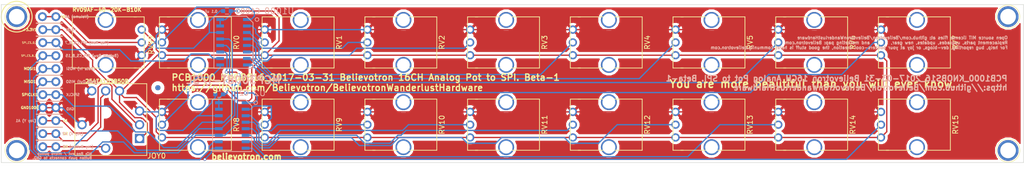
<source format=kicad_pcb>
(kicad_pcb (version 4) (host pcbnew 4.0.4-stable)

  (general
    (links 90)
    (no_connects 0)
    (area -0.254 -33.148 199.136001 1.075)
    (thickness 1.6)
    (drawings 48)
    (tracks 407)
    (zones 0)
    (modules 43)
    (nets 28)
  )

  (page A4)
  (layers
    (0 F.Cu signal)
    (31 B.Cu signal)
    (32 B.Adhes user)
    (33 F.Adhes user)
    (34 B.Paste user)
    (35 F.Paste user)
    (36 B.SilkS user)
    (37 F.SilkS user)
    (38 B.Mask user)
    (39 F.Mask user)
    (40 Dwgs.User user hide)
    (41 Cmts.User user)
    (42 Eco1.User user)
    (43 Eco2.User user)
    (44 Edge.Cuts user)
    (45 Margin user)
    (46 B.CrtYd user)
    (47 F.CrtYd user hide)
    (48 B.Fab user)
    (49 F.Fab user)
  )

  (setup
    (last_trace_width 0.25)
    (trace_clearance 0.2)
    (zone_clearance 0.508)
    (zone_45_only no)
    (trace_min 0.2)
    (segment_width 0.2)
    (edge_width 0.1)
    (via_size 0.6)
    (via_drill 0.4)
    (via_min_size 0.4)
    (via_min_drill 0.3)
    (uvia_size 0.3)
    (uvia_drill 0.1)
    (uvias_allowed no)
    (uvia_min_size 0.2)
    (uvia_min_drill 0.1)
    (pcb_text_width 0.3)
    (pcb_text_size 1.5 1.5)
    (mod_edge_width 0.15)
    (mod_text_size 1 1)
    (mod_text_width 0.15)
    (pad_size 1 1)
    (pad_drill 0)
    (pad_to_mask_clearance 0)
    (aux_axis_origin 0 0)
    (grid_origin 3 -29.125)
    (visible_elements 7FFEFFFF)
    (pcbplotparams
      (layerselection 0x010fc_80000001)
      (usegerberextensions false)
      (excludeedgelayer true)
      (linewidth 0.100000)
      (plotframeref false)
      (viasonmask false)
      (mode 1)
      (useauxorigin false)
      (hpglpennumber 1)
      (hpglpenspeed 20)
      (hpglpendiameter 15)
      (hpglpenoverlay 2)
      (psnegative false)
      (psa4output false)
      (plotreference true)
      (plotvalue true)
      (plotinvisibletext false)
      (padsonsilk false)
      (subtractmaskfromsilk false)
      (outputformat 1)
      (mirror false)
      (drillshape 0)
      (scaleselection 1)
      (outputdirectory PCB1000_Gerbers_2017-03-31/))
  )

  (net 0 "")
  (net 1 GND)
  (net 2 +3V3)
  (net 3 /MISO)
  (net 4 /MOSI)
  (net 5 /P0)
  (net 6 /P1)
  (net 7 /P2)
  (net 8 /P3)
  (net 9 /P4)
  (net 10 /P5)
  (net 11 /P6)
  (net 12 /P7)
  (net 13 /P8)
  (net 14 /P9)
  (net 15 /P10)
  (net 16 /P11)
  (net 17 /P12)
  (net 18 /P13)
  (net 19 /P14)
  (net 20 /P15)
  (net 21 /SPICLK)
  (net 22 /CS_R0_7)
  (net 23 /CS_LED_8_15)
  (net 24 "Net-(A1-Pad1)")
  (net 25 "Net-(A2-Pad1)")
  (net 26 "Net-(A3-Pad1)")
  (net 27 /VOLUME)

  (net_class Default "This is the default net class."
    (clearance 0.2)
    (trace_width 0.25)
    (via_dia 0.6)
    (via_drill 0.4)
    (uvia_dia 0.3)
    (uvia_drill 0.1)
    (add_net +3V3)
    (add_net /CS_LED_8_15)
    (add_net /CS_R0_7)
    (add_net /MISO)
    (add_net /MOSI)
    (add_net /P0)
    (add_net /P1)
    (add_net /P10)
    (add_net /P11)
    (add_net /P12)
    (add_net /P13)
    (add_net /P14)
    (add_net /P15)
    (add_net /P2)
    (add_net /P3)
    (add_net /P4)
    (add_net /P5)
    (add_net /P6)
    (add_net /P7)
    (add_net /P8)
    (add_net /P9)
    (add_net /SPICLK)
    (add_net /VOLUME)
    (add_net GND)
    (add_net "Net-(A1-Pad1)")
    (add_net "Net-(A2-Pad1)")
    (add_net "Net-(A3-Pad1)")
  )

  (module Liberry:single_0.1 (layer F.Cu) (tedit 58DE829B) (tstamp 58DE82A4)
    (at 8.08 -3.725)
    (descr "10 pins through hole IDC header")
    (tags "IDC header socket VASCH")
    (path /58337619)
    (fp_text reference A3 (at 1.905 0) (layer F.SilkS) hide
      (effects (font (size 0.5 0.5) (thickness 0.125)))
    )
    (fp_text value CONN_01X01 (at 0 2.54) (layer F.Fab)
      (effects (font (size 1 1) (thickness 0.15)))
    )
    (pad 1 thru_hole circle (at 0 0) (size 1.7272 1.7272) (drill 1.016) (layers *.Cu *.Mask)
      (net 26 "Net-(A3-Pad1)"))
  )

  (module Liberry:single_0.1 (layer F.Cu) (tedit 58DE829E) (tstamp 58DE829F)
    (at 8.08 -6.265)
    (descr "10 pins through hole IDC header")
    (tags "IDC header socket VASCH")
    (path /58337609)
    (fp_text reference A2 (at 1.905 0) (layer F.SilkS) hide
      (effects (font (size 0.5 0.5) (thickness 0.125)))
    )
    (fp_text value CONN_01X01 (at 0 2.54) (layer F.Fab)
      (effects (font (size 1 1) (thickness 0.15)))
    )
    (pad 1 thru_hole circle (at 0 0) (size 1.7272 1.7272) (drill 1.016) (layers *.Cu *.Mask)
      (net 25 "Net-(A2-Pad1)"))
  )

  (module Liberry:single_0.1 (layer F.Cu) (tedit 58DE82A1) (tstamp 58DE829A)
    (at 8.08 -8.805)
    (descr "10 pins through hole IDC header")
    (tags "IDC header socket VASCH")
    (path /5833717C)
    (fp_text reference A1 (at 1.905 0) (layer F.SilkS) hide
      (effects (font (size 0.5 0.5) (thickness 0.125)))
    )
    (fp_text value CONN_01X01 (at 0 2.54) (layer F.Fab)
      (effects (font (size 1 1) (thickness 0.15)))
    )
    (pad 1 thru_hole circle (at 0 0) (size 1.7272 1.7272) (drill 1.016) (layers *.Cu *.Mask)
      (net 24 "Net-(A1-Pad1)"))
  )

  (module Liberry:single_0.1 (layer F.Cu) (tedit 58DE8267) (tstamp 58DE825D)
    (at 8 -29.125)
    (descr "10 pins through hole IDC header")
    (tags "IDC header socket VASCH")
    (path /58336F43)
    (fp_text reference A0 (at 1.38 0) (layer F.SilkS) hide
      (effects (font (size 0.5 0.5) (thickness 0.125)))
    )
    (fp_text value CONN_01X01 (at 0 2.54) (layer F.Fab)
      (effects (font (size 1 1) (thickness 0.15)))
    )
    (pad 1 thru_hole circle (at 0 0) (size 1.7272 1.7272) (drill 1.016) (layers *.Cu *.Mask)
      (net 27 /VOLUME))
  )

  (module Liberry:RV09AF-40-20K-B10K (layer F.Cu) (tedit 582DFFE1) (tstamp 58810D39)
    (at 20.32 -24.094 90)
    (path /58810DA5)
    (fp_text reference RV99 (at -0.472 8.89 270) (layer F.SilkS)
      (effects (font (size 1 1) (thickness 0.15)))
    )
    (fp_text value POT (at 1 9.5052 90) (layer F.Fab)
      (effects (font (size 1 1) (thickness 0.15)))
    )
    (fp_line (start 7.5 -8.9948) (end -7.5 -8.9948) (layer F.CrtYd) (width 0.15))
    (fp_line (start 7.5 8.5052) (end 7.5 -8.9948) (layer F.CrtYd) (width 0.15))
    (fp_line (start -7.5 8.5052) (end 7.5 8.5052) (layer F.CrtYd) (width 0.15))
    (fp_line (start -7.5 -8.9948) (end -7.5 8.5052) (layer F.CrtYd) (width 0.15))
    (fp_line (start -5 7.5052) (end -5 5.5052) (layer F.SilkS) (width 0.15))
    (fp_line (start 5 7.5052) (end 5 5.5052) (layer F.SilkS) (width 0.15))
    (fp_line (start -5 6.0052) (end -5 -6.4948) (layer F.SilkS) (width 0.15))
    (fp_line (start 5 7.5052) (end -5 7.5052) (layer F.SilkS) (width 0.15))
    (fp_line (start 5 -6.4948) (end 5 6.0052) (layer F.SilkS) (width 0.15))
    (fp_line (start -5 -6.4948) (end 5 -6.4948) (layer F.SilkS) (width 0.15))
    (pad "" thru_hole circle (at -4.3942 0 90) (size 3.1 3.1) (drill 2.5) (layers *.Cu *.Mask))
    (pad "" thru_hole circle (at 4.3942 0 90) (size 3.1 3.1) (drill 2.5) (layers *.Cu *.Mask))
    (pad 3 thru_hole circle (at -2.5 7.0104 90) (size 1.6 1.6) (drill 1) (layers *.Cu *.Mask)
      (net 1 GND))
    (pad 2 thru_hole circle (at 0 7.0104 90) (size 1.6 1.6) (drill 1) (layers *.Cu *.Mask)
      (net 27 /VOLUME))
    (pad 1 thru_hole circle (at 2.5 7.0104 90) (size 1.6 1.6) (drill 1) (layers *.Cu *.Mask)
      (net 2 +3V3))
  )

  (module Fiducials:Fiducial_1mm_Dia_2.54mm_Outer_CopperBottom (layer F.Cu) (tedit 58896CF4) (tstamp 58899043)
    (at 30.48 -15.24)
    (descr "Circular Fiducial, 1mm bare copper bottom; 2.54mm keepout")
    (tags marker)
    (attr virtual)
    (fp_text reference REF** (at 3.4 0.7) (layer F.SilkS) hide
      (effects (font (size 1 1) (thickness 0.15)))
    )
    (fp_text value Fiducial_1mm_Dia_2.54mm_Outer_CopperBottom (at 0 -1.8) (layer F.Fab)
      (effects (font (size 1 1) (thickness 0.15)))
    )
    (fp_circle (center 0 0) (end 1.55 0) (layer B.CrtYd) (width 0.05))
    (pad ~ smd circle (at 0 0) (size 1 1) (layers B.Cu B.Mask)
      (solder_mask_margin 0.77) (clearance 0.77))
  )

  (module Fiducials:Fiducial_1mm_Dia_2.54mm_Outer_CopperTop (layer F.Cu) (tedit 58896B7C) (tstamp 58899026)
    (at 30.48 -15.24)
    (descr "Circular Fiducial, 1mm bare copper top; 2.54mm keepout")
    (tags marker)
    (attr virtual)
    (fp_text reference REF** (at 3.4 0.7) (layer F.SilkS) hide
      (effects (font (size 1 1) (thickness 0.15)))
    )
    (fp_text value Fiducial_1mm_Dia_2.54mm_Outer_CopperTop (at 0 -1.8) (layer F.Fab)
      (effects (font (size 1 1) (thickness 0.15)))
    )
    (fp_circle (center 0 0) (end 1.55 0) (layer F.CrtYd) (width 0.05))
    (pad ~ smd circle (at 0 0) (size 1 1) (layers F.Cu F.Mask)
      (solder_mask_margin 0.77) (clearance 0.77))
  )

  (module Capacitors_SMD:C_0603 (layer B.Cu) (tedit 5415D631) (tstamp 586ADB59)
    (at 43.942 -30.226 180)
    (descr "Capacitor SMD 0603, reflow soldering, AVX (see smccp.pdf)")
    (tags "capacitor 0603")
    (path /582E3E9F)
    (attr smd)
    (fp_text reference C1000 (at -4.064 0 180) (layer B.SilkS)
      (effects (font (size 1 1) (thickness 0.15)) (justify mirror))
    )
    (fp_text value 0.1u (at 0 -1.9 180) (layer B.Fab)
      (effects (font (size 1 1) (thickness 0.15)) (justify mirror))
    )
    (fp_line (start -0.8 -0.4) (end -0.8 0.4) (layer B.Fab) (width 0.1))
    (fp_line (start 0.8 -0.4) (end -0.8 -0.4) (layer B.Fab) (width 0.1))
    (fp_line (start 0.8 0.4) (end 0.8 -0.4) (layer B.Fab) (width 0.1))
    (fp_line (start -0.8 0.4) (end 0.8 0.4) (layer B.Fab) (width 0.1))
    (fp_line (start -1.45 0.75) (end 1.45 0.75) (layer B.CrtYd) (width 0.05))
    (fp_line (start -1.45 -0.75) (end 1.45 -0.75) (layer B.CrtYd) (width 0.05))
    (fp_line (start -1.45 0.75) (end -1.45 -0.75) (layer B.CrtYd) (width 0.05))
    (fp_line (start 1.45 0.75) (end 1.45 -0.75) (layer B.CrtYd) (width 0.05))
    (fp_line (start -0.35 0.6) (end 0.35 0.6) (layer B.SilkS) (width 0.12))
    (fp_line (start 0.35 -0.6) (end -0.35 -0.6) (layer B.SilkS) (width 0.12))
    (pad 1 smd rect (at -0.75 0 180) (size 0.8 0.75) (layers B.Cu B.Paste B.Mask)
      (net 2 +3V3))
    (pad 2 smd rect (at 0.75 0 180) (size 0.8 0.75) (layers B.Cu B.Paste B.Mask)
      (net 1 GND))
    (model Capacitors_SMD.3dshapes/C_0603.wrl
      (at (xyz 0 0 0))
      (scale (xyz 1 1 1))
      (rotate (xyz 0 0 0))
    )
  )

  (module Liberry:TH_0.1_1x2_Jumper (layer F.Cu) (tedit 58896CD6) (tstamp 586AD805)
    (at 8.08 -21.505)
    (descr "10 pins through hole IDC header")
    (tags "IDC header socket VASCH")
    (path /582F4190)
    (fp_text reference SPI_CS_8_15 (at -2.54 0) (layer F.SilkS)
      (effects (font (size 0.35 0.35) (thickness 0.0625)))
    )
    (fp_text value CONN_01X01 (at 0 2.54) (layer F.Fab)
      (effects (font (size 1 1) (thickness 0.15)))
    )
    (fp_line (start -1.27 1.27) (end 3.81 1.27) (layer F.SilkS) (width 0.15))
    (fp_line (start -1.27 -1.27) (end 3.81 -1.27) (layer F.SilkS) (width 0.15))
    (pad 1 thru_hole circle (at 0 0) (size 1.7272 1.7272) (drill 1.016) (layers *.Cu *.Mask)
      (net 23 /CS_LED_8_15))
    (pad 1 thru_hole circle (at 2.54 0) (size 1.7272 1.7272) (drill 1.016) (layers *.Cu *.Mask)
      (net 23 /CS_LED_8_15))
  )

  (module Liberry:TH_0.1_1x2_Jumper (layer F.Cu) (tedit 58DE86CB) (tstamp 586AD7FD)
    (at 8.08 -24.045)
    (descr "10 pins through hole IDC header")
    (tags "IDC header socket VASCH")
    (path /582E534D)
    (fp_text reference SPI_CS_0_7 (at -2.54 0) (layer F.SilkS)
      (effects (font (size 0.38 0.35) (thickness 0.0625)))
    )
    (fp_text value CONN_01X01 (at 0 2.54) (layer F.Fab)
      (effects (font (size 1 1) (thickness 0.15)))
    )
    (fp_line (start -1.27 1.27) (end 3.81 1.27) (layer F.SilkS) (width 0.15))
    (fp_line (start -1.27 -1.27) (end 3.81 -1.27) (layer F.SilkS) (width 0.15))
    (pad 1 thru_hole circle (at 0 0) (size 1.7272 1.7272) (drill 1.016) (layers *.Cu *.Mask)
      (net 22 /CS_R0_7))
    (pad 1 thru_hole circle (at 2.54 0) (size 1.7272 1.7272) (drill 1.016) (layers *.Cu *.Mask)
      (net 22 /CS_R0_7))
  )

  (module Liberry:TH_0.1_1x2_Jumper (layer F.Cu) (tedit 58684C64) (tstamp 586AD7F5)
    (at 8.08 -13.885)
    (descr "10 pins through hole IDC header")
    (tags "IDC header socket VASCH")
    (path /582E523F)
    (fp_text reference SPICLK1 (at -2.54 0) (layer F.SilkS)
      (effects (font (size 0.5 0.5) (thickness 0.125)))
    )
    (fp_text value CONN_01X01 (at 0 2.54) (layer F.Fab)
      (effects (font (size 1 1) (thickness 0.15)))
    )
    (fp_line (start -1.27 1.27) (end 3.81 1.27) (layer F.SilkS) (width 0.15))
    (fp_line (start -1.27 -1.27) (end 3.81 -1.27) (layer F.SilkS) (width 0.15))
    (pad 1 thru_hole circle (at 0 0) (size 1.7272 1.7272) (drill 1.016) (layers *.Cu *.Mask)
      (net 21 /SPICLK))
    (pad 1 thru_hole circle (at 2.54 0) (size 1.7272 1.7272) (drill 1.016) (layers *.Cu *.Mask)
      (net 21 /SPICLK))
  )

  (module Liberry:TH_0.1_1x2_Jumper (layer F.Cu) (tedit 58684C64) (tstamp 586AD7ED)
    (at 8.08 -18.965)
    (descr "10 pins through hole IDC header")
    (tags "IDC header socket VASCH")
    (path /582E505A)
    (fp_text reference MOSI1 (at -2.54 0) (layer F.SilkS)
      (effects (font (size 0.5 0.5) (thickness 0.125)))
    )
    (fp_text value CONN_01X01 (at 0 2.54) (layer F.Fab)
      (effects (font (size 1 1) (thickness 0.15)))
    )
    (fp_line (start -1.27 1.27) (end 3.81 1.27) (layer F.SilkS) (width 0.15))
    (fp_line (start -1.27 -1.27) (end 3.81 -1.27) (layer F.SilkS) (width 0.15))
    (pad 1 thru_hole circle (at 0 0) (size 1.7272 1.7272) (drill 1.016) (layers *.Cu *.Mask)
      (net 4 /MOSI))
    (pad 1 thru_hole circle (at 2.54 0) (size 1.7272 1.7272) (drill 1.016) (layers *.Cu *.Mask)
      (net 4 /MOSI))
  )

  (module Liberry:TH_0.1_1x2_Jumper (layer F.Cu) (tedit 58684C64) (tstamp 586AD7E5)
    (at 8.08 -16.425)
    (descr "10 pins through hole IDC header")
    (tags "IDC header socket VASCH")
    (path /582E561D)
    (fp_text reference MISO1 (at -2.54 0) (layer F.SilkS)
      (effects (font (size 0.5 0.5) (thickness 0.125)))
    )
    (fp_text value CONN_01X01 (at 0 2.54) (layer F.Fab)
      (effects (font (size 1 1) (thickness 0.15)))
    )
    (fp_line (start -1.27 1.27) (end 3.81 1.27) (layer F.SilkS) (width 0.15))
    (fp_line (start -1.27 -1.27) (end 3.81 -1.27) (layer F.SilkS) (width 0.15))
    (pad 1 thru_hole circle (at 0 0) (size 1.7272 1.7272) (drill 1.016) (layers *.Cu *.Mask)
      (net 3 /MISO))
    (pad 1 thru_hole circle (at 2.54 0) (size 1.7272 1.7272) (drill 1.016) (layers *.Cu *.Mask)
      (net 3 /MISO))
  )

  (module Liberry:TH_0.1_1x2_Jumper (layer F.Cu) (tedit 58684C64) (tstamp 586AD7DD)
    (at 8.08 -11.345)
    (descr "10 pins through hole IDC header")
    (tags "IDC header socket VASCH")
    (path /582EB90D)
    (fp_text reference GND1000 (at -2.54 0) (layer F.SilkS)
      (effects (font (size 0.5 0.5) (thickness 0.125)))
    )
    (fp_text value CONN_01X01 (at 0 2.54) (layer F.Fab)
      (effects (font (size 1 1) (thickness 0.15)))
    )
    (fp_line (start -1.27 1.27) (end 3.81 1.27) (layer F.SilkS) (width 0.15))
    (fp_line (start -1.27 -1.27) (end 3.81 -1.27) (layer F.SilkS) (width 0.15))
    (pad 1 thru_hole circle (at 0 0) (size 1.7272 1.7272) (drill 1.016) (layers *.Cu *.Mask)
      (net 1 GND))
    (pad 1 thru_hole circle (at 2.54 0) (size 1.7272 1.7272) (drill 1.016) (layers *.Cu *.Mask)
      (net 1 GND))
  )

  (module Liberry:TH_0.1_1x2_Jumper (layer F.Cu) (tedit 58684C64) (tstamp 586AD7AD)
    (at 8.08 -26.585)
    (descr "10 pins through hole IDC header")
    (tags "IDC header socket VASCH")
    (path /582EB30E)
    (fp_text reference +3.3V1 (at -2.54 0) (layer F.SilkS)
      (effects (font (size 0.5 0.5) (thickness 0.125)))
    )
    (fp_text value CONN_01X01 (at 0 2.54) (layer F.Fab)
      (effects (font (size 1 1) (thickness 0.15)))
    )
    (fp_line (start -1.27 1.27) (end 3.81 1.27) (layer F.SilkS) (width 0.15))
    (fp_line (start -1.27 -1.27) (end 3.81 -1.27) (layer F.SilkS) (width 0.15))
    (pad 1 thru_hole circle (at 0 0) (size 1.7272 1.7272) (drill 1.016) (layers *.Cu *.Mask)
      (net 2 +3V3))
    (pad 1 thru_hole circle (at 2.54 0) (size 1.7272 1.7272) (drill 1.016) (layers *.Cu *.Mask)
      (net 2 +3V3))
  )

  (module Connect:1pin (layer F.Cu) (tedit 58896D66) (tstamp 582F53C3)
    (at 196.04 -29.125)
    (descr "module 1 pin (ou trou mecanique de percage)")
    (tags DEV)
    (fp_text reference REF** (at 0 -3.048) (layer F.SilkS) hide
      (effects (font (size 1 1) (thickness 0.15)))
    )
    (fp_text value 1pin (at 0 3) (layer F.Fab)
      (effects (font (size 1 1) (thickness 0.15)))
    )
    (fp_circle (center 0 0) (end 2 0.8) (layer F.Fab) (width 0.1))
    (fp_circle (center 0 0) (end 2.6 0) (layer F.CrtYd) (width 0.05))
    (fp_circle (center 0 0) (end 0 -2.286) (layer F.SilkS) (width 0.12))
    (pad 1 thru_hole circle (at 0 0) (size 4.064 4.064) (drill 3.048) (layers *.Cu *.Mask))
  )

  (module Liberry:RV09AF-40-20K-B10K (layer F.Cu) (tedit 582DFFE1) (tstamp 582F4334)
    (at 178.3 -8.0314 270)
    (path /582F4148)
    (fp_text reference RV15 (at 0 -7.4948 270) (layer F.SilkS)
      (effects (font (size 1 1) (thickness 0.15)))
    )
    (fp_text value POT (at 1 9.5052 270) (layer F.Fab)
      (effects (font (size 1 1) (thickness 0.15)))
    )
    (fp_line (start 7.5 -8.9948) (end -7.5 -8.9948) (layer F.CrtYd) (width 0.15))
    (fp_line (start 7.5 8.5052) (end 7.5 -8.9948) (layer F.CrtYd) (width 0.15))
    (fp_line (start -7.5 8.5052) (end 7.5 8.5052) (layer F.CrtYd) (width 0.15))
    (fp_line (start -7.5 -8.9948) (end -7.5 8.5052) (layer F.CrtYd) (width 0.15))
    (fp_line (start -5 7.5052) (end -5 5.5052) (layer F.SilkS) (width 0.15))
    (fp_line (start 5 7.5052) (end 5 5.5052) (layer F.SilkS) (width 0.15))
    (fp_line (start -5 6.0052) (end -5 -6.4948) (layer F.SilkS) (width 0.15))
    (fp_line (start 5 7.5052) (end -5 7.5052) (layer F.SilkS) (width 0.15))
    (fp_line (start 5 -6.4948) (end 5 6.0052) (layer F.SilkS) (width 0.15))
    (fp_line (start -5 -6.4948) (end 5 -6.4948) (layer F.SilkS) (width 0.15))
    (pad "" thru_hole circle (at -4.3942 0 270) (size 3.1 3.1) (drill 2.5) (layers *.Cu *.Mask))
    (pad "" thru_hole circle (at 4.3942 0 270) (size 3.1 3.1) (drill 2.5) (layers *.Cu *.Mask))
    (pad 3 thru_hole circle (at -2.5 7.0104 270) (size 1.6 1.6) (drill 1) (layers *.Cu *.Mask)
      (net 1 GND))
    (pad 2 thru_hole circle (at 0 7.0104 270) (size 1.6 1.6) (drill 1) (layers *.Cu *.Mask)
      (net 20 /P15))
    (pad 1 thru_hole circle (at 2.5 7.0104 270) (size 1.6 1.6) (drill 1) (layers *.Cu *.Mask)
      (net 2 +3V3))
  )

  (module Liberry:RV09AF-40-20K-B10K (layer F.Cu) (tedit 582DFFE1) (tstamp 582F4321)
    (at 158.3 -8.0314 270)
    (path /582F4133)
    (fp_text reference RV14 (at 0 -7.4948 270) (layer F.SilkS)
      (effects (font (size 1 1) (thickness 0.15)))
    )
    (fp_text value POT (at 1 9.5052 270) (layer F.Fab)
      (effects (font (size 1 1) (thickness 0.15)))
    )
    (fp_line (start 7.5 -8.9948) (end -7.5 -8.9948) (layer F.CrtYd) (width 0.15))
    (fp_line (start 7.5 8.5052) (end 7.5 -8.9948) (layer F.CrtYd) (width 0.15))
    (fp_line (start -7.5 8.5052) (end 7.5 8.5052) (layer F.CrtYd) (width 0.15))
    (fp_line (start -7.5 -8.9948) (end -7.5 8.5052) (layer F.CrtYd) (width 0.15))
    (fp_line (start -5 7.5052) (end -5 5.5052) (layer F.SilkS) (width 0.15))
    (fp_line (start 5 7.5052) (end 5 5.5052) (layer F.SilkS) (width 0.15))
    (fp_line (start -5 6.0052) (end -5 -6.4948) (layer F.SilkS) (width 0.15))
    (fp_line (start 5 7.5052) (end -5 7.5052) (layer F.SilkS) (width 0.15))
    (fp_line (start 5 -6.4948) (end 5 6.0052) (layer F.SilkS) (width 0.15))
    (fp_line (start -5 -6.4948) (end 5 -6.4948) (layer F.SilkS) (width 0.15))
    (pad "" thru_hole circle (at -4.3942 0 270) (size 3.1 3.1) (drill 2.5) (layers *.Cu *.Mask))
    (pad "" thru_hole circle (at 4.3942 0 270) (size 3.1 3.1) (drill 2.5) (layers *.Cu *.Mask))
    (pad 3 thru_hole circle (at -2.5 7.0104 270) (size 1.6 1.6) (drill 1) (layers *.Cu *.Mask)
      (net 1 GND))
    (pad 2 thru_hole circle (at 0 7.0104 270) (size 1.6 1.6) (drill 1) (layers *.Cu *.Mask)
      (net 19 /P14))
    (pad 1 thru_hole circle (at 2.5 7.0104 270) (size 1.6 1.6) (drill 1) (layers *.Cu *.Mask)
      (net 2 +3V3))
  )

  (module Liberry:RV09AF-40-20K-B10K (layer F.Cu) (tedit 582DFFE1) (tstamp 582F430E)
    (at 138.3 -8.0314 270)
    (path /582F411E)
    (fp_text reference RV13 (at 0 -7.4948 270) (layer F.SilkS)
      (effects (font (size 1 1) (thickness 0.15)))
    )
    (fp_text value POT (at 1 9.5052 270) (layer F.Fab)
      (effects (font (size 1 1) (thickness 0.15)))
    )
    (fp_line (start 7.5 -8.9948) (end -7.5 -8.9948) (layer F.CrtYd) (width 0.15))
    (fp_line (start 7.5 8.5052) (end 7.5 -8.9948) (layer F.CrtYd) (width 0.15))
    (fp_line (start -7.5 8.5052) (end 7.5 8.5052) (layer F.CrtYd) (width 0.15))
    (fp_line (start -7.5 -8.9948) (end -7.5 8.5052) (layer F.CrtYd) (width 0.15))
    (fp_line (start -5 7.5052) (end -5 5.5052) (layer F.SilkS) (width 0.15))
    (fp_line (start 5 7.5052) (end 5 5.5052) (layer F.SilkS) (width 0.15))
    (fp_line (start -5 6.0052) (end -5 -6.4948) (layer F.SilkS) (width 0.15))
    (fp_line (start 5 7.5052) (end -5 7.5052) (layer F.SilkS) (width 0.15))
    (fp_line (start 5 -6.4948) (end 5 6.0052) (layer F.SilkS) (width 0.15))
    (fp_line (start -5 -6.4948) (end 5 -6.4948) (layer F.SilkS) (width 0.15))
    (pad "" thru_hole circle (at -4.3942 0 270) (size 3.1 3.1) (drill 2.5) (layers *.Cu *.Mask))
    (pad "" thru_hole circle (at 4.3942 0 270) (size 3.1 3.1) (drill 2.5) (layers *.Cu *.Mask))
    (pad 3 thru_hole circle (at -2.5 7.0104 270) (size 1.6 1.6) (drill 1) (layers *.Cu *.Mask)
      (net 1 GND))
    (pad 2 thru_hole circle (at 0 7.0104 270) (size 1.6 1.6) (drill 1) (layers *.Cu *.Mask)
      (net 18 /P13))
    (pad 1 thru_hole circle (at 2.5 7.0104 270) (size 1.6 1.6) (drill 1) (layers *.Cu *.Mask)
      (net 2 +3V3))
  )

  (module Liberry:RV09AF-40-20K-B10K (layer F.Cu) (tedit 582DFFE1) (tstamp 582F42FB)
    (at 118.3 -8.0314 270)
    (path /582F4109)
    (fp_text reference RV12 (at 0 -7.4948 270) (layer F.SilkS)
      (effects (font (size 1 1) (thickness 0.15)))
    )
    (fp_text value POT (at 1 9.5052 270) (layer F.Fab)
      (effects (font (size 1 1) (thickness 0.15)))
    )
    (fp_line (start 7.5 -8.9948) (end -7.5 -8.9948) (layer F.CrtYd) (width 0.15))
    (fp_line (start 7.5 8.5052) (end 7.5 -8.9948) (layer F.CrtYd) (width 0.15))
    (fp_line (start -7.5 8.5052) (end 7.5 8.5052) (layer F.CrtYd) (width 0.15))
    (fp_line (start -7.5 -8.9948) (end -7.5 8.5052) (layer F.CrtYd) (width 0.15))
    (fp_line (start -5 7.5052) (end -5 5.5052) (layer F.SilkS) (width 0.15))
    (fp_line (start 5 7.5052) (end 5 5.5052) (layer F.SilkS) (width 0.15))
    (fp_line (start -5 6.0052) (end -5 -6.4948) (layer F.SilkS) (width 0.15))
    (fp_line (start 5 7.5052) (end -5 7.5052) (layer F.SilkS) (width 0.15))
    (fp_line (start 5 -6.4948) (end 5 6.0052) (layer F.SilkS) (width 0.15))
    (fp_line (start -5 -6.4948) (end 5 -6.4948) (layer F.SilkS) (width 0.15))
    (pad "" thru_hole circle (at -4.3942 0 270) (size 3.1 3.1) (drill 2.5) (layers *.Cu *.Mask))
    (pad "" thru_hole circle (at 4.3942 0 270) (size 3.1 3.1) (drill 2.5) (layers *.Cu *.Mask))
    (pad 3 thru_hole circle (at -2.5 7.0104 270) (size 1.6 1.6) (drill 1) (layers *.Cu *.Mask)
      (net 1 GND))
    (pad 2 thru_hole circle (at 0 7.0104 270) (size 1.6 1.6) (drill 1) (layers *.Cu *.Mask)
      (net 17 /P12))
    (pad 1 thru_hole circle (at 2.5 7.0104 270) (size 1.6 1.6) (drill 1) (layers *.Cu *.Mask)
      (net 2 +3V3))
  )

  (module Liberry:RV09AF-40-20K-B10K (layer F.Cu) (tedit 582DFFE1) (tstamp 582F42E8)
    (at 98.3 -8.0314 270)
    (path /582F40F4)
    (fp_text reference RV11 (at 0 -7.4948 270) (layer F.SilkS)
      (effects (font (size 1 1) (thickness 0.15)))
    )
    (fp_text value POT (at 1 9.5052 270) (layer F.Fab)
      (effects (font (size 1 1) (thickness 0.15)))
    )
    (fp_line (start 7.5 -8.9948) (end -7.5 -8.9948) (layer F.CrtYd) (width 0.15))
    (fp_line (start 7.5 8.5052) (end 7.5 -8.9948) (layer F.CrtYd) (width 0.15))
    (fp_line (start -7.5 8.5052) (end 7.5 8.5052) (layer F.CrtYd) (width 0.15))
    (fp_line (start -7.5 -8.9948) (end -7.5 8.5052) (layer F.CrtYd) (width 0.15))
    (fp_line (start -5 7.5052) (end -5 5.5052) (layer F.SilkS) (width 0.15))
    (fp_line (start 5 7.5052) (end 5 5.5052) (layer F.SilkS) (width 0.15))
    (fp_line (start -5 6.0052) (end -5 -6.4948) (layer F.SilkS) (width 0.15))
    (fp_line (start 5 7.5052) (end -5 7.5052) (layer F.SilkS) (width 0.15))
    (fp_line (start 5 -6.4948) (end 5 6.0052) (layer F.SilkS) (width 0.15))
    (fp_line (start -5 -6.4948) (end 5 -6.4948) (layer F.SilkS) (width 0.15))
    (pad "" thru_hole circle (at -4.3942 0 270) (size 3.1 3.1) (drill 2.5) (layers *.Cu *.Mask))
    (pad "" thru_hole circle (at 4.3942 0 270) (size 3.1 3.1) (drill 2.5) (layers *.Cu *.Mask))
    (pad 3 thru_hole circle (at -2.5 7.0104 270) (size 1.6 1.6) (drill 1) (layers *.Cu *.Mask)
      (net 1 GND))
    (pad 2 thru_hole circle (at 0 7.0104 270) (size 1.6 1.6) (drill 1) (layers *.Cu *.Mask)
      (net 16 /P11))
    (pad 1 thru_hole circle (at 2.5 7.0104 270) (size 1.6 1.6) (drill 1) (layers *.Cu *.Mask)
      (net 2 +3V3))
  )

  (module Liberry:RV09AF-40-20K-B10K (layer F.Cu) (tedit 582DFFE1) (tstamp 582F42D5)
    (at 78.3 -8.0314 270)
    (path /582F40DF)
    (fp_text reference RV10 (at 0 -7.4948 270) (layer F.SilkS)
      (effects (font (size 1 1) (thickness 0.15)))
    )
    (fp_text value POT (at 1 9.5052 270) (layer F.Fab)
      (effects (font (size 1 1) (thickness 0.15)))
    )
    (fp_line (start 7.5 -8.9948) (end -7.5 -8.9948) (layer F.CrtYd) (width 0.15))
    (fp_line (start 7.5 8.5052) (end 7.5 -8.9948) (layer F.CrtYd) (width 0.15))
    (fp_line (start -7.5 8.5052) (end 7.5 8.5052) (layer F.CrtYd) (width 0.15))
    (fp_line (start -7.5 -8.9948) (end -7.5 8.5052) (layer F.CrtYd) (width 0.15))
    (fp_line (start -5 7.5052) (end -5 5.5052) (layer F.SilkS) (width 0.15))
    (fp_line (start 5 7.5052) (end 5 5.5052) (layer F.SilkS) (width 0.15))
    (fp_line (start -5 6.0052) (end -5 -6.4948) (layer F.SilkS) (width 0.15))
    (fp_line (start 5 7.5052) (end -5 7.5052) (layer F.SilkS) (width 0.15))
    (fp_line (start 5 -6.4948) (end 5 6.0052) (layer F.SilkS) (width 0.15))
    (fp_line (start -5 -6.4948) (end 5 -6.4948) (layer F.SilkS) (width 0.15))
    (pad "" thru_hole circle (at -4.3942 0 270) (size 3.1 3.1) (drill 2.5) (layers *.Cu *.Mask))
    (pad "" thru_hole circle (at 4.3942 0 270) (size 3.1 3.1) (drill 2.5) (layers *.Cu *.Mask))
    (pad 3 thru_hole circle (at -2.5 7.0104 270) (size 1.6 1.6) (drill 1) (layers *.Cu *.Mask)
      (net 1 GND))
    (pad 2 thru_hole circle (at 0 7.0104 270) (size 1.6 1.6) (drill 1) (layers *.Cu *.Mask)
      (net 15 /P10))
    (pad 1 thru_hole circle (at 2.5 7.0104 270) (size 1.6 1.6) (drill 1) (layers *.Cu *.Mask)
      (net 2 +3V3))
  )

  (module Liberry:RV09AF-40-20K-B10K (layer F.Cu) (tedit 582DFFE1) (tstamp 582F42C2)
    (at 58.3 -8.0314 270)
    (path /582F40CA)
    (fp_text reference RV9 (at 0 -7.4948 270) (layer F.SilkS)
      (effects (font (size 1 1) (thickness 0.15)))
    )
    (fp_text value POT (at 1 9.5052 270) (layer F.Fab)
      (effects (font (size 1 1) (thickness 0.15)))
    )
    (fp_line (start 7.5 -8.9948) (end -7.5 -8.9948) (layer F.CrtYd) (width 0.15))
    (fp_line (start 7.5 8.5052) (end 7.5 -8.9948) (layer F.CrtYd) (width 0.15))
    (fp_line (start -7.5 8.5052) (end 7.5 8.5052) (layer F.CrtYd) (width 0.15))
    (fp_line (start -7.5 -8.9948) (end -7.5 8.5052) (layer F.CrtYd) (width 0.15))
    (fp_line (start -5 7.5052) (end -5 5.5052) (layer F.SilkS) (width 0.15))
    (fp_line (start 5 7.5052) (end 5 5.5052) (layer F.SilkS) (width 0.15))
    (fp_line (start -5 6.0052) (end -5 -6.4948) (layer F.SilkS) (width 0.15))
    (fp_line (start 5 7.5052) (end -5 7.5052) (layer F.SilkS) (width 0.15))
    (fp_line (start 5 -6.4948) (end 5 6.0052) (layer F.SilkS) (width 0.15))
    (fp_line (start -5 -6.4948) (end 5 -6.4948) (layer F.SilkS) (width 0.15))
    (pad "" thru_hole circle (at -4.3942 0 270) (size 3.1 3.1) (drill 2.5) (layers *.Cu *.Mask))
    (pad "" thru_hole circle (at 4.3942 0 270) (size 3.1 3.1) (drill 2.5) (layers *.Cu *.Mask))
    (pad 3 thru_hole circle (at -2.5 7.0104 270) (size 1.6 1.6) (drill 1) (layers *.Cu *.Mask)
      (net 1 GND))
    (pad 2 thru_hole circle (at 0 7.0104 270) (size 1.6 1.6) (drill 1) (layers *.Cu *.Mask)
      (net 14 /P9))
    (pad 1 thru_hole circle (at 2.5 7.0104 270) (size 1.6 1.6) (drill 1) (layers *.Cu *.Mask)
      (net 2 +3V3))
  )

  (module Liberry:RV09AF-40-20K-B10K (layer F.Cu) (tedit 582DFFE1) (tstamp 582F42AF)
    (at 38.3 -8.0314 270)
    (path /582F40B5)
    (fp_text reference RV8 (at 0 -7.4948 270) (layer F.SilkS)
      (effects (font (size 1 1) (thickness 0.15)))
    )
    (fp_text value POT (at 1 9.5052 270) (layer F.Fab)
      (effects (font (size 1 1) (thickness 0.15)))
    )
    (fp_line (start 7.5 -8.9948) (end -7.5 -8.9948) (layer F.CrtYd) (width 0.15))
    (fp_line (start 7.5 8.5052) (end 7.5 -8.9948) (layer F.CrtYd) (width 0.15))
    (fp_line (start -7.5 8.5052) (end 7.5 8.5052) (layer F.CrtYd) (width 0.15))
    (fp_line (start -7.5 -8.9948) (end -7.5 8.5052) (layer F.CrtYd) (width 0.15))
    (fp_line (start -5 7.5052) (end -5 5.5052) (layer F.SilkS) (width 0.15))
    (fp_line (start 5 7.5052) (end 5 5.5052) (layer F.SilkS) (width 0.15))
    (fp_line (start -5 6.0052) (end -5 -6.4948) (layer F.SilkS) (width 0.15))
    (fp_line (start 5 7.5052) (end -5 7.5052) (layer F.SilkS) (width 0.15))
    (fp_line (start 5 -6.4948) (end 5 6.0052) (layer F.SilkS) (width 0.15))
    (fp_line (start -5 -6.4948) (end 5 -6.4948) (layer F.SilkS) (width 0.15))
    (pad "" thru_hole circle (at -4.3942 0 270) (size 3.1 3.1) (drill 2.5) (layers *.Cu *.Mask))
    (pad "" thru_hole circle (at 4.3942 0 270) (size 3.1 3.1) (drill 2.5) (layers *.Cu *.Mask))
    (pad 3 thru_hole circle (at -2.5 7.0104 270) (size 1.6 1.6) (drill 1) (layers *.Cu *.Mask)
      (net 1 GND))
    (pad 2 thru_hole circle (at 0 7.0104 270) (size 1.6 1.6) (drill 1) (layers *.Cu *.Mask)
      (net 13 /P8))
    (pad 1 thru_hole circle (at 2.5 7.0104 270) (size 1.6 1.6) (drill 1) (layers *.Cu *.Mask)
      (net 2 +3V3))
  )

  (module Capacitors_SMD:C_0603 (layer B.Cu) (tedit 5415D631) (tstamp 582F4297)
    (at 42.418 -13.97 180)
    (descr "Capacitor SMD 0603, reflow soldering, AVX (see smccp.pdf)")
    (tags "capacitor 0603")
    (path /582F4165)
    (attr smd)
    (fp_text reference C2 (at -4.826 0.254 180) (layer B.SilkS)
      (effects (font (size 1 1) (thickness 0.15)) (justify mirror))
    )
    (fp_text value 0.1u (at 0 -1.9 180) (layer B.Fab)
      (effects (font (size 1 1) (thickness 0.15)) (justify mirror))
    )
    (fp_line (start -0.8 -0.4) (end -0.8 0.4) (layer B.Fab) (width 0.1))
    (fp_line (start 0.8 -0.4) (end -0.8 -0.4) (layer B.Fab) (width 0.1))
    (fp_line (start 0.8 0.4) (end 0.8 -0.4) (layer B.Fab) (width 0.1))
    (fp_line (start -0.8 0.4) (end 0.8 0.4) (layer B.Fab) (width 0.1))
    (fp_line (start -1.45 0.75) (end 1.45 0.75) (layer B.CrtYd) (width 0.05))
    (fp_line (start -1.45 -0.75) (end 1.45 -0.75) (layer B.CrtYd) (width 0.05))
    (fp_line (start -1.45 0.75) (end -1.45 -0.75) (layer B.CrtYd) (width 0.05))
    (fp_line (start 1.45 0.75) (end 1.45 -0.75) (layer B.CrtYd) (width 0.05))
    (fp_line (start -0.35 0.6) (end 0.35 0.6) (layer B.SilkS) (width 0.12))
    (fp_line (start 0.35 -0.6) (end -0.35 -0.6) (layer B.SilkS) (width 0.12))
    (pad 1 smd rect (at -0.75 0 180) (size 0.8 0.75) (layers B.Cu B.Paste B.Mask)
      (net 2 +3V3))
    (pad 2 smd rect (at 0.75 0 180) (size 0.8 0.75) (layers B.Cu B.Paste B.Mask)
      (net 1 GND))
    (model Capacitors_SMD.3dshapes/C_0603.wrl
      (at (xyz 0 0 0))
      (scale (xyz 1 1 1))
      (rotate (xyz 0 0 0))
    )
  )

  (module Liberry:RV09AF-40-20K-B10K (layer F.Cu) (tedit 582DFFE1) (tstamp 582E118E)
    (at 158.3 -24.094 270)
    (path /582E6689)
    (fp_text reference RV6 (at 0 -7.4948 270) (layer F.SilkS)
      (effects (font (size 1 1) (thickness 0.15)))
    )
    (fp_text value POT (at 1 9.5052 270) (layer F.Fab)
      (effects (font (size 1 1) (thickness 0.15)))
    )
    (fp_line (start 7.5 -8.9948) (end -7.5 -8.9948) (layer F.CrtYd) (width 0.15))
    (fp_line (start 7.5 8.5052) (end 7.5 -8.9948) (layer F.CrtYd) (width 0.15))
    (fp_line (start -7.5 8.5052) (end 7.5 8.5052) (layer F.CrtYd) (width 0.15))
    (fp_line (start -7.5 -8.9948) (end -7.5 8.5052) (layer F.CrtYd) (width 0.15))
    (fp_line (start -5 7.5052) (end -5 5.5052) (layer F.SilkS) (width 0.15))
    (fp_line (start 5 7.5052) (end 5 5.5052) (layer F.SilkS) (width 0.15))
    (fp_line (start -5 6.0052) (end -5 -6.4948) (layer F.SilkS) (width 0.15))
    (fp_line (start 5 7.5052) (end -5 7.5052) (layer F.SilkS) (width 0.15))
    (fp_line (start 5 -6.4948) (end 5 6.0052) (layer F.SilkS) (width 0.15))
    (fp_line (start -5 -6.4948) (end 5 -6.4948) (layer F.SilkS) (width 0.15))
    (pad "" thru_hole circle (at -4.3942 0 270) (size 3.1 3.1) (drill 2.5) (layers *.Cu *.Mask))
    (pad "" thru_hole circle (at 4.3942 0 270) (size 3.1 3.1) (drill 2.5) (layers *.Cu *.Mask))
    (pad 3 thru_hole circle (at -2.5 7.0104 270) (size 1.6 1.6) (drill 1) (layers *.Cu *.Mask)
      (net 1 GND))
    (pad 2 thru_hole circle (at 0 7.0104 270) (size 1.6 1.6) (drill 1) (layers *.Cu *.Mask)
      (net 11 /P6))
    (pad 1 thru_hole circle (at 2.5 7.0104 270) (size 1.6 1.6) (drill 1) (layers *.Cu *.Mask)
      (net 2 +3V3))
  )

  (module Liberry:RV09AF-40-20K-B10K (layer F.Cu) (tedit 582DFFE1) (tstamp 582E117B)
    (at 138.3 -24.094 270)
    (path /582E6671)
    (fp_text reference RV5 (at 0 -7.4948 270) (layer F.SilkS)
      (effects (font (size 1 1) (thickness 0.15)))
    )
    (fp_text value POT (at 1 9.5052 270) (layer F.Fab)
      (effects (font (size 1 1) (thickness 0.15)))
    )
    (fp_line (start 7.5 -8.9948) (end -7.5 -8.9948) (layer F.CrtYd) (width 0.15))
    (fp_line (start 7.5 8.5052) (end 7.5 -8.9948) (layer F.CrtYd) (width 0.15))
    (fp_line (start -7.5 8.5052) (end 7.5 8.5052) (layer F.CrtYd) (width 0.15))
    (fp_line (start -7.5 -8.9948) (end -7.5 8.5052) (layer F.CrtYd) (width 0.15))
    (fp_line (start -5 7.5052) (end -5 5.5052) (layer F.SilkS) (width 0.15))
    (fp_line (start 5 7.5052) (end 5 5.5052) (layer F.SilkS) (width 0.15))
    (fp_line (start -5 6.0052) (end -5 -6.4948) (layer F.SilkS) (width 0.15))
    (fp_line (start 5 7.5052) (end -5 7.5052) (layer F.SilkS) (width 0.15))
    (fp_line (start 5 -6.4948) (end 5 6.0052) (layer F.SilkS) (width 0.15))
    (fp_line (start -5 -6.4948) (end 5 -6.4948) (layer F.SilkS) (width 0.15))
    (pad "" thru_hole circle (at -4.3942 0 270) (size 3.1 3.1) (drill 2.5) (layers *.Cu *.Mask))
    (pad "" thru_hole circle (at 4.3942 0 270) (size 3.1 3.1) (drill 2.5) (layers *.Cu *.Mask))
    (pad 3 thru_hole circle (at -2.5 7.0104 270) (size 1.6 1.6) (drill 1) (layers *.Cu *.Mask)
      (net 1 GND))
    (pad 2 thru_hole circle (at 0 7.0104 270) (size 1.6 1.6) (drill 1) (layers *.Cu *.Mask)
      (net 10 /P5))
    (pad 1 thru_hole circle (at 2.5 7.0104 270) (size 1.6 1.6) (drill 1) (layers *.Cu *.Mask)
      (net 2 +3V3))
  )

  (module Liberry:RV09AF-40-20K-B10K (layer F.Cu) (tedit 582DFFE1) (tstamp 582E1155)
    (at 98.3 -24.094 270)
    (path /582E633F)
    (fp_text reference RV3 (at 0 -7.4948 270) (layer F.SilkS)
      (effects (font (size 1 1) (thickness 0.15)))
    )
    (fp_text value POT (at 1 9.5052 270) (layer F.Fab)
      (effects (font (size 1 1) (thickness 0.15)))
    )
    (fp_line (start 7.5 -8.9948) (end -7.5 -8.9948) (layer F.CrtYd) (width 0.15))
    (fp_line (start 7.5 8.5052) (end 7.5 -8.9948) (layer F.CrtYd) (width 0.15))
    (fp_line (start -7.5 8.5052) (end 7.5 8.5052) (layer F.CrtYd) (width 0.15))
    (fp_line (start -7.5 -8.9948) (end -7.5 8.5052) (layer F.CrtYd) (width 0.15))
    (fp_line (start -5 7.5052) (end -5 5.5052) (layer F.SilkS) (width 0.15))
    (fp_line (start 5 7.5052) (end 5 5.5052) (layer F.SilkS) (width 0.15))
    (fp_line (start -5 6.0052) (end -5 -6.4948) (layer F.SilkS) (width 0.15))
    (fp_line (start 5 7.5052) (end -5 7.5052) (layer F.SilkS) (width 0.15))
    (fp_line (start 5 -6.4948) (end 5 6.0052) (layer F.SilkS) (width 0.15))
    (fp_line (start -5 -6.4948) (end 5 -6.4948) (layer F.SilkS) (width 0.15))
    (pad "" thru_hole circle (at -4.3942 0 270) (size 3.1 3.1) (drill 2.5) (layers *.Cu *.Mask))
    (pad "" thru_hole circle (at 4.3942 0 270) (size 3.1 3.1) (drill 2.5) (layers *.Cu *.Mask))
    (pad 3 thru_hole circle (at -2.5 7.0104 270) (size 1.6 1.6) (drill 1) (layers *.Cu *.Mask)
      (net 1 GND))
    (pad 2 thru_hole circle (at 0 7.0104 270) (size 1.6 1.6) (drill 1) (layers *.Cu *.Mask)
      (net 8 /P3))
    (pad 1 thru_hole circle (at 2.5 7.0104 270) (size 1.6 1.6) (drill 1) (layers *.Cu *.Mask)
      (net 2 +3V3))
  )

  (module Liberry:RV09AF-40-20K-B10K (layer F.Cu) (tedit 582DFFE1) (tstamp 582E1142)
    (at 78.3 -24.094 270)
    (path /582E6327)
    (fp_text reference RV2 (at 0 -7.4948 270) (layer F.SilkS)
      (effects (font (size 1 1) (thickness 0.15)))
    )
    (fp_text value POT (at 1 9.5052 270) (layer F.Fab)
      (effects (font (size 1 1) (thickness 0.15)))
    )
    (fp_line (start 7.5 -8.9948) (end -7.5 -8.9948) (layer F.CrtYd) (width 0.15))
    (fp_line (start 7.5 8.5052) (end 7.5 -8.9948) (layer F.CrtYd) (width 0.15))
    (fp_line (start -7.5 8.5052) (end 7.5 8.5052) (layer F.CrtYd) (width 0.15))
    (fp_line (start -7.5 -8.9948) (end -7.5 8.5052) (layer F.CrtYd) (width 0.15))
    (fp_line (start -5 7.5052) (end -5 5.5052) (layer F.SilkS) (width 0.15))
    (fp_line (start 5 7.5052) (end 5 5.5052) (layer F.SilkS) (width 0.15))
    (fp_line (start -5 6.0052) (end -5 -6.4948) (layer F.SilkS) (width 0.15))
    (fp_line (start 5 7.5052) (end -5 7.5052) (layer F.SilkS) (width 0.15))
    (fp_line (start 5 -6.4948) (end 5 6.0052) (layer F.SilkS) (width 0.15))
    (fp_line (start -5 -6.4948) (end 5 -6.4948) (layer F.SilkS) (width 0.15))
    (pad "" thru_hole circle (at -4.3942 0 270) (size 3.1 3.1) (drill 2.5) (layers *.Cu *.Mask))
    (pad "" thru_hole circle (at 4.3942 0 270) (size 3.1 3.1) (drill 2.5) (layers *.Cu *.Mask))
    (pad 3 thru_hole circle (at -2.5 7.0104 270) (size 1.6 1.6) (drill 1) (layers *.Cu *.Mask)
      (net 1 GND))
    (pad 2 thru_hole circle (at 0 7.0104 270) (size 1.6 1.6) (drill 1) (layers *.Cu *.Mask)
      (net 7 /P2))
    (pad 1 thru_hole circle (at 2.5 7.0104 270) (size 1.6 1.6) (drill 1) (layers *.Cu *.Mask)
      (net 2 +3V3))
  )

  (module Liberry:RV09AF-40-20K-B10K (layer F.Cu) (tedit 582DFFE1) (tstamp 582E112F)
    (at 58.3 -24.094 270)
    (path /582E62D2)
    (fp_text reference RV1 (at 0 -7.4948 270) (layer F.SilkS)
      (effects (font (size 1 1) (thickness 0.15)))
    )
    (fp_text value POT (at 1 9.5052 270) (layer F.Fab)
      (effects (font (size 1 1) (thickness 0.15)))
    )
    (fp_line (start 7.5 -8.9948) (end -7.5 -8.9948) (layer F.CrtYd) (width 0.15))
    (fp_line (start 7.5 8.5052) (end 7.5 -8.9948) (layer F.CrtYd) (width 0.15))
    (fp_line (start -7.5 8.5052) (end 7.5 8.5052) (layer F.CrtYd) (width 0.15))
    (fp_line (start -7.5 -8.9948) (end -7.5 8.5052) (layer F.CrtYd) (width 0.15))
    (fp_line (start -5 7.5052) (end -5 5.5052) (layer F.SilkS) (width 0.15))
    (fp_line (start 5 7.5052) (end 5 5.5052) (layer F.SilkS) (width 0.15))
    (fp_line (start -5 6.0052) (end -5 -6.4948) (layer F.SilkS) (width 0.15))
    (fp_line (start 5 7.5052) (end -5 7.5052) (layer F.SilkS) (width 0.15))
    (fp_line (start 5 -6.4948) (end 5 6.0052) (layer F.SilkS) (width 0.15))
    (fp_line (start -5 -6.4948) (end 5 -6.4948) (layer F.SilkS) (width 0.15))
    (pad "" thru_hole circle (at -4.3942 0 270) (size 3.1 3.1) (drill 2.5) (layers *.Cu *.Mask))
    (pad "" thru_hole circle (at 4.3942 0 270) (size 3.1 3.1) (drill 2.5) (layers *.Cu *.Mask))
    (pad 3 thru_hole circle (at -2.5 7.0104 270) (size 1.6 1.6) (drill 1) (layers *.Cu *.Mask)
      (net 1 GND))
    (pad 2 thru_hole circle (at 0 7.0104 270) (size 1.6 1.6) (drill 1) (layers *.Cu *.Mask)
      (net 6 /P1))
    (pad 1 thru_hole circle (at 2.5 7.0104 270) (size 1.6 1.6) (drill 1) (layers *.Cu *.Mask)
      (net 2 +3V3))
  )

  (module Liberry:RV09AF-40-20K-B10K (layer F.Cu) (tedit 582DFFE1) (tstamp 582E111C)
    (at 38.3 -24.094 270)
    (path /582E5E9A)
    (fp_text reference RV0 (at 0 -7.4948 270) (layer F.SilkS)
      (effects (font (size 1 1) (thickness 0.15)))
    )
    (fp_text value POT (at 1 9.5052 270) (layer F.Fab)
      (effects (font (size 1 1) (thickness 0.15)))
    )
    (fp_line (start 7.5 -8.9948) (end -7.5 -8.9948) (layer F.CrtYd) (width 0.15))
    (fp_line (start 7.5 8.5052) (end 7.5 -8.9948) (layer F.CrtYd) (width 0.15))
    (fp_line (start -7.5 8.5052) (end 7.5 8.5052) (layer F.CrtYd) (width 0.15))
    (fp_line (start -7.5 -8.9948) (end -7.5 8.5052) (layer F.CrtYd) (width 0.15))
    (fp_line (start -5 7.5052) (end -5 5.5052) (layer F.SilkS) (width 0.15))
    (fp_line (start 5 7.5052) (end 5 5.5052) (layer F.SilkS) (width 0.15))
    (fp_line (start -5 6.0052) (end -5 -6.4948) (layer F.SilkS) (width 0.15))
    (fp_line (start 5 7.5052) (end -5 7.5052) (layer F.SilkS) (width 0.15))
    (fp_line (start 5 -6.4948) (end 5 6.0052) (layer F.SilkS) (width 0.15))
    (fp_line (start -5 -6.4948) (end 5 -6.4948) (layer F.SilkS) (width 0.15))
    (pad "" thru_hole circle (at -4.3942 0 270) (size 3.1 3.1) (drill 2.5) (layers *.Cu *.Mask))
    (pad "" thru_hole circle (at 4.3942 0 270) (size 3.1 3.1) (drill 2.5) (layers *.Cu *.Mask))
    (pad 3 thru_hole circle (at -2.5 7.0104 270) (size 1.6 1.6) (drill 1) (layers *.Cu *.Mask)
      (net 1 GND))
    (pad 2 thru_hole circle (at 0 7.0104 270) (size 1.6 1.6) (drill 1) (layers *.Cu *.Mask)
      (net 5 /P0))
    (pad 1 thru_hole circle (at 2.5 7.0104 270) (size 1.6 1.6) (drill 1) (layers *.Cu *.Mask)
      (net 2 +3V3))
  )

  (module Liberry:RV09AF-40-20K-B10K (layer F.Cu) (tedit 582DFFE1) (tstamp 582E11A1)
    (at 178.3 -24.094 270)
    (path /582E66A1)
    (fp_text reference RV7 (at 0 -7.4948 270) (layer F.SilkS)
      (effects (font (size 1 1) (thickness 0.15)))
    )
    (fp_text value POT (at 1 9.5052 270) (layer F.Fab)
      (effects (font (size 1 1) (thickness 0.15)))
    )
    (fp_line (start 7.5 -8.9948) (end -7.5 -8.9948) (layer F.CrtYd) (width 0.15))
    (fp_line (start 7.5 8.5052) (end 7.5 -8.9948) (layer F.CrtYd) (width 0.15))
    (fp_line (start -7.5 8.5052) (end 7.5 8.5052) (layer F.CrtYd) (width 0.15))
    (fp_line (start -7.5 -8.9948) (end -7.5 8.5052) (layer F.CrtYd) (width 0.15))
    (fp_line (start -5 7.5052) (end -5 5.5052) (layer F.SilkS) (width 0.15))
    (fp_line (start 5 7.5052) (end 5 5.5052) (layer F.SilkS) (width 0.15))
    (fp_line (start -5 6.0052) (end -5 -6.4948) (layer F.SilkS) (width 0.15))
    (fp_line (start 5 7.5052) (end -5 7.5052) (layer F.SilkS) (width 0.15))
    (fp_line (start 5 -6.4948) (end 5 6.0052) (layer F.SilkS) (width 0.15))
    (fp_line (start -5 -6.4948) (end 5 -6.4948) (layer F.SilkS) (width 0.15))
    (pad "" thru_hole circle (at -4.3942 0 270) (size 3.1 3.1) (drill 2.5) (layers *.Cu *.Mask))
    (pad "" thru_hole circle (at 4.3942 0 270) (size 3.1 3.1) (drill 2.5) (layers *.Cu *.Mask))
    (pad 3 thru_hole circle (at -2.5 7.0104 270) (size 1.6 1.6) (drill 1) (layers *.Cu *.Mask)
      (net 1 GND))
    (pad 2 thru_hole circle (at 0 7.0104 270) (size 1.6 1.6) (drill 1) (layers *.Cu *.Mask)
      (net 12 /P7))
    (pad 1 thru_hole circle (at 2.5 7.0104 270) (size 1.6 1.6) (drill 1) (layers *.Cu *.Mask)
      (net 2 +3V3))
  )

  (module Liberry:RV09AF-40-20K-B10K (layer F.Cu) (tedit 582DFFE1) (tstamp 582E1168)
    (at 118.3 -24.094 270)
    (path /582E6659)
    (fp_text reference RV4 (at 0 -7.4948 270) (layer F.SilkS)
      (effects (font (size 1 1) (thickness 0.15)))
    )
    (fp_text value POT (at 1 9.5052 270) (layer F.Fab)
      (effects (font (size 1 1) (thickness 0.15)))
    )
    (fp_line (start 7.5 -8.9948) (end -7.5 -8.9948) (layer F.CrtYd) (width 0.15))
    (fp_line (start 7.5 8.5052) (end 7.5 -8.9948) (layer F.CrtYd) (width 0.15))
    (fp_line (start -7.5 8.5052) (end 7.5 8.5052) (layer F.CrtYd) (width 0.15))
    (fp_line (start -7.5 -8.9948) (end -7.5 8.5052) (layer F.CrtYd) (width 0.15))
    (fp_line (start -5 7.5052) (end -5 5.5052) (layer F.SilkS) (width 0.15))
    (fp_line (start 5 7.5052) (end 5 5.5052) (layer F.SilkS) (width 0.15))
    (fp_line (start -5 6.0052) (end -5 -6.4948) (layer F.SilkS) (width 0.15))
    (fp_line (start 5 7.5052) (end -5 7.5052) (layer F.SilkS) (width 0.15))
    (fp_line (start 5 -6.4948) (end 5 6.0052) (layer F.SilkS) (width 0.15))
    (fp_line (start -5 -6.4948) (end 5 -6.4948) (layer F.SilkS) (width 0.15))
    (pad "" thru_hole circle (at -4.3942 0 270) (size 3.1 3.1) (drill 2.5) (layers *.Cu *.Mask))
    (pad "" thru_hole circle (at 4.3942 0 270) (size 3.1 3.1) (drill 2.5) (layers *.Cu *.Mask))
    (pad 3 thru_hole circle (at -2.5 7.0104 270) (size 1.6 1.6) (drill 1) (layers *.Cu *.Mask)
      (net 1 GND))
    (pad 2 thru_hole circle (at 0 7.0104 270) (size 1.6 1.6) (drill 1) (layers *.Cu *.Mask)
      (net 9 /P4))
    (pad 1 thru_hole circle (at 2.5 7.0104 270) (size 1.6 1.6) (drill 1) (layers *.Cu *.Mask)
      (net 2 +3V3))
  )

  (module Connect:1pin (layer F.Cu) (tedit 58896D6E) (tstamp 582F5458)
    (at 196.04 -3)
    (descr "module 1 pin (ou trou mecanique de percage)")
    (tags DEV)
    (fp_text reference REF** (at 0 -3.048) (layer F.SilkS) hide
      (effects (font (size 1 1) (thickness 0.15)))
    )
    (fp_text value 1pin (at 0 3) (layer F.Fab)
      (effects (font (size 1 1) (thickness 0.15)))
    )
    (fp_circle (center 0 0) (end 2 0.8) (layer F.Fab) (width 0.1))
    (fp_circle (center 0 0) (end 2.6 0) (layer F.CrtYd) (width 0.05))
    (fp_circle (center 0 0) (end 0 -2.286) (layer F.SilkS) (width 0.12))
    (pad 1 thru_hole circle (at 0 0) (size 4.064 4.064) (drill 3.048) (layers *.Cu *.Mask))
  )

  (module Connect:1pin (layer F.Cu) (tedit 58896CB2) (tstamp 582F5472)
    (at 3 -3)
    (descr "module 1 pin (ou trou mecanique de percage)")
    (tags DEV)
    (fp_text reference REF** (at 0 -3.048) (layer F.SilkS) hide
      (effects (font (size 1 1) (thickness 0.15)))
    )
    (fp_text value 1pin (at 0 3) (layer F.Fab)
      (effects (font (size 1 1) (thickness 0.15)))
    )
    (fp_circle (center 0 0) (end 2 0.8) (layer F.Fab) (width 0.1))
    (fp_circle (center 0 0) (end 2.6 0) (layer F.CrtYd) (width 0.05))
    (fp_circle (center 0 0) (end 0 -2.286) (layer F.SilkS) (width 0.12))
    (pad 1 thru_hole circle (at 0 0) (size 4.064 4.064) (drill 3.048) (layers *.Cu *.Mask))
  )

  (module Connect:1pin (layer F.Cu) (tedit 58896E61) (tstamp 582F547F)
    (at 3 -29.125)
    (descr "module 1 pin (ou trou mecanique de percage)")
    (tags DEV)
    (fp_text reference REF** (at 0 -3.048) (layer F.SilkS) hide
      (effects (font (size 1 1) (thickness 0.15)))
    )
    (fp_text value 1pin (at 0 3) (layer F.Fab)
      (effects (font (size 1 1) (thickness 0.15)))
    )
    (fp_circle (center 0 0) (end 2 0.8) (layer F.Fab) (width 0.1))
    (fp_circle (center 0 0) (end 2.6 0) (layer F.CrtYd) (width 0.05))
    (fp_circle (center 0 0) (end 0 -2.286) (layer F.SilkS) (width 0.12))
    (pad 1 thru_hole circle (at 0 0) (size 4.064 4.064) (drill 3.048) (layers *.Cu *.Mask))
  )

  (module Liberry:SOIC-16 (layer B.Cu) (tedit 582E0477) (tstamp 582F4358)
    (at 44.958 -7.874 270)
    (path /582F415D)
    (fp_text reference U2 (at -6.35 -5.334 540) (layer B.SilkS)
      (effects (font (size 1.2 1.2) (thickness 0.15)) (justify mirror))
    )
    (fp_text value MCP3008T-I/SL (at 0 0 270) (layer B.Fab)
      (effects (font (size 1.2 1.2) (thickness 0.15)) (justify mirror))
    )
    (fp_circle (center -4.445 -4.572) (end -4.191 -4.318) (layer B.SilkS) (width 0.15))
    (fp_line (start 5.08 -3.81) (end 5.08 3.81) (layer B.SilkS) (width 0.15))
    (fp_line (start -3.81 -3.81) (end 5.08 -3.81) (layer B.SilkS) (width 0.15))
    (fp_line (start -5.08 -2.54) (end -3.81 -3.81) (layer B.SilkS) (width 0.15))
    (fp_line (start -5.08 3.81) (end -5.08 -2.54) (layer B.SilkS) (width 0.15))
    (fp_line (start 5.08 3.81) (end -5.08 3.81) (layer B.SilkS) (width 0.15))
    (pad 16 smd rect (at -4.445 2.6 270) (size 0.6 1.5) (layers B.Cu B.Paste B.Mask)
      (net 2 +3V3))
    (pad 1 smd rect (at -4.445 -2.6 270) (size 0.6 1.5) (layers B.Cu B.Paste B.Mask)
      (net 13 /P8))
    (pad 15 smd rect (at -3.175 2.6 270) (size 0.6 1.5) (layers B.Cu B.Paste B.Mask)
      (net 2 +3V3))
    (pad 2 smd rect (at -3.175 -2.6 270) (size 0.6 1.5) (layers B.Cu B.Paste B.Mask)
      (net 14 /P9))
    (pad 14 smd rect (at -1.905 2.6 270) (size 0.6 1.5) (layers B.Cu B.Paste B.Mask)
      (net 1 GND))
    (pad 3 smd rect (at -1.905 -2.6 270) (size 0.6 1.5) (layers B.Cu B.Paste B.Mask)
      (net 15 /P10))
    (pad 13 smd rect (at -0.635 2.6 270) (size 0.6 1.5) (layers B.Cu B.Paste B.Mask)
      (net 21 /SPICLK))
    (pad 4 smd rect (at -0.635 -2.6 270) (size 0.6 1.5) (layers B.Cu B.Paste B.Mask)
      (net 16 /P11))
    (pad 12 smd rect (at 0.635 2.6 270) (size 0.6 1.5) (layers B.Cu B.Paste B.Mask)
      (net 3 /MISO))
    (pad 5 smd rect (at 0.635 -2.6 270) (size 0.6 1.5) (layers B.Cu B.Paste B.Mask)
      (net 17 /P12))
    (pad 11 smd rect (at 1.905 2.6 270) (size 0.6 1.5) (layers B.Cu B.Paste B.Mask)
      (net 4 /MOSI))
    (pad 6 smd rect (at 1.905 -2.6 270) (size 0.6 1.5) (layers B.Cu B.Paste B.Mask)
      (net 18 /P13))
    (pad 10 smd rect (at 3.175 2.6 270) (size 0.6 1.5) (layers B.Cu B.Paste B.Mask)
      (net 23 /CS_LED_8_15))
    (pad 7 smd rect (at 3.175 -2.6 270) (size 0.6 1.5) (layers B.Cu B.Paste B.Mask)
      (net 19 /P14))
    (pad 9 smd rect (at 4.445 2.6 270) (size 0.6 1.5) (layers B.Cu B.Paste B.Mask)
      (net 1 GND))
    (pad 8 smd rect (at 4.445 -2.6 270) (size 0.6 1.5) (layers B.Cu B.Paste B.Mask)
      (net 20 /P15))
  )

  (module Liberry:SOIC-16 (layer B.Cu) (tedit 582E0477) (tstamp 582E11C5)
    (at 45.212 -24.13 270)
    (path /582E69F5)
    (fp_text reference U1000 (at -6.096 -8.89 540) (layer B.SilkS)
      (effects (font (size 1.2 1.2) (thickness 0.15)) (justify mirror))
    )
    (fp_text value MCP3008T-I/SL (at 0 0 270) (layer B.Fab)
      (effects (font (size 1.2 1.2) (thickness 0.15)) (justify mirror))
    )
    (fp_circle (center -4.445 -4.572) (end -4.191 -4.318) (layer B.SilkS) (width 0.15))
    (fp_line (start 5.08 -3.81) (end 5.08 3.81) (layer B.SilkS) (width 0.15))
    (fp_line (start -3.81 -3.81) (end 5.08 -3.81) (layer B.SilkS) (width 0.15))
    (fp_line (start -5.08 -2.54) (end -3.81 -3.81) (layer B.SilkS) (width 0.15))
    (fp_line (start -5.08 3.81) (end -5.08 -2.54) (layer B.SilkS) (width 0.15))
    (fp_line (start 5.08 3.81) (end -5.08 3.81) (layer B.SilkS) (width 0.15))
    (pad 16 smd rect (at -4.445 2.6 270) (size 0.6 1.5) (layers B.Cu B.Paste B.Mask)
      (net 2 +3V3))
    (pad 1 smd rect (at -4.445 -2.6 270) (size 0.6 1.5) (layers B.Cu B.Paste B.Mask)
      (net 5 /P0))
    (pad 15 smd rect (at -3.175 2.6 270) (size 0.6 1.5) (layers B.Cu B.Paste B.Mask)
      (net 2 +3V3))
    (pad 2 smd rect (at -3.175 -2.6 270) (size 0.6 1.5) (layers B.Cu B.Paste B.Mask)
      (net 6 /P1))
    (pad 14 smd rect (at -1.905 2.6 270) (size 0.6 1.5) (layers B.Cu B.Paste B.Mask)
      (net 1 GND))
    (pad 3 smd rect (at -1.905 -2.6 270) (size 0.6 1.5) (layers B.Cu B.Paste B.Mask)
      (net 7 /P2))
    (pad 13 smd rect (at -0.635 2.6 270) (size 0.6 1.5) (layers B.Cu B.Paste B.Mask)
      (net 21 /SPICLK))
    (pad 4 smd rect (at -0.635 -2.6 270) (size 0.6 1.5) (layers B.Cu B.Paste B.Mask)
      (net 8 /P3))
    (pad 12 smd rect (at 0.635 2.6 270) (size 0.6 1.5) (layers B.Cu B.Paste B.Mask)
      (net 3 /MISO))
    (pad 5 smd rect (at 0.635 -2.6 270) (size 0.6 1.5) (layers B.Cu B.Paste B.Mask)
      (net 9 /P4))
    (pad 11 smd rect (at 1.905 2.6 270) (size 0.6 1.5) (layers B.Cu B.Paste B.Mask)
      (net 4 /MOSI))
    (pad 6 smd rect (at 1.905 -2.6 270) (size 0.6 1.5) (layers B.Cu B.Paste B.Mask)
      (net 10 /P5))
    (pad 10 smd rect (at 3.175 2.6 270) (size 0.6 1.5) (layers B.Cu B.Paste B.Mask)
      (net 22 /CS_R0_7))
    (pad 7 smd rect (at 3.175 -2.6 270) (size 0.6 1.5) (layers B.Cu B.Paste B.Mask)
      (net 11 /P6))
    (pad 9 smd rect (at 4.445 2.6 270) (size 0.6 1.5) (layers B.Cu B.Paste B.Mask)
      (net 1 GND))
    (pad 8 smd rect (at 4.445 -2.6 270) (size 0.6 1.5) (layers B.Cu B.Paste B.Mask)
      (net 12 /P7))
  )

  (module Liberry:XY_JOY_254TA103B50B (layer F.Cu) (tedit 5880E865) (tstamp 58810D26)
    (at 20.32 -8.0314 180)
    (path /5880F7E5)
    (fp_text reference JOY0 (at -9.906 -6.096 180) (layer F.SilkS)
      (effects (font (size 1 1) (thickness 0.15)))
    )
    (fp_text value XYJOY (at 0 9 180) (layer F.Fab)
      (effects (font (size 1 1) (thickness 0.15)))
    )
    (fp_line (start 6 8) (end -8 8) (layer F.SilkS) (width 0.15))
    (fp_line (start 6 -6) (end 6 8) (layer F.SilkS) (width 0.15))
    (fp_line (start -8 -6) (end 6 -6) (layer F.SilkS) (width 0.15))
    (fp_line (start -8 8) (end -8 -6) (layer F.SilkS) (width 0.15))
    (pad R1.1 thru_hole rect (at -6.6 -2.7 180) (size 1.8 1.8) (drill 1.2) (layers *.Cu *.Mask)
      (net 2 +3V3))
    (pad R1.2 thru_hole circle (at -6.6 0 180) (size 1.8 1.8) (drill 1.2) (layers *.Cu *.Mask)
      (net 24 "Net-(A1-Pad1)"))
    (pad R1.3 thru_hole circle (at -6.6 2.675 180) (size 1.8 1.8) (drill 1.2) (layers *.Cu *.Mask)
      (net 1 GND))
    (pad R2.1 thru_hole circle (at -2.7 6.6 180) (size 1.8 1.8) (drill 1.2) (layers *.Cu *.Mask)
      (net 2 +3V3))
    (pad R2.2 thru_hole circle (at 0 6.6 180) (size 1.8 1.8) (drill 1.2) (layers *.Cu *.Mask)
      (net 25 "Net-(A2-Pad1)"))
    (pad R2.3 thru_hole circle (at 2.7 6.6 180) (size 1.8 1.8) (drill 1.2) (layers *.Cu *.Mask)
      (net 1 GND))
    (pad S1.1 thru_hole circle (at 4.6 0 180) (size 1.8 1.8) (drill 1.2) (layers *.Cu *.Mask)
      (net 1 GND))
    (pad S1.2 thru_hole circle (at 0 -4.6 180) (size 1.8 1.8) (drill 1.2) (layers *.Cu *.Mask)
      (net 26 "Net-(A3-Pad1)"))
    (pad "" np_thru_hole circle (at 0 2.35 180) (size 1.3 1.3) (drill 1.3) (layers *.Cu *.Mask))
    (pad "" np_thru_hole circle (at 0 -2.35 180) (size 1.3 1.3) (drill 1.3) (layers *.Cu *.Mask))
  )

  (module Liberry:single_0.1 (layer F.Cu) (tedit 5829F5BC) (tstamp 58896A16)
    (at 10.62 -29.125)
    (descr "10 pins through hole IDC header")
    (tags "IDC header socket VASCH")
    (path /58336F43)
    (fp_text reference A0 (at 1.38 0) (layer F.SilkS)
      (effects (font (size 0.5 0.5) (thickness 0.125)))
    )
    (fp_text value CONN_01X01 (at 0 2.54) (layer F.Fab)
      (effects (font (size 1 1) (thickness 0.15)))
    )
    (pad 1 thru_hole circle (at 0 0) (size 1.7272 1.7272) (drill 1.016) (layers *.Cu *.Mask)
      (net 27 /VOLUME))
  )

  (module Liberry:single_0.1 (layer F.Cu) (tedit 5829F5BC) (tstamp 58896A1B)
    (at 10.62 -8.805)
    (descr "10 pins through hole IDC header")
    (tags "IDC header socket VASCH")
    (path /5833717C)
    (fp_text reference A1 (at 1.905 0) (layer F.SilkS)
      (effects (font (size 0.5 0.5) (thickness 0.125)))
    )
    (fp_text value CONN_01X01 (at 0 2.54) (layer F.Fab)
      (effects (font (size 1 1) (thickness 0.15)))
    )
    (pad 1 thru_hole circle (at 0 0) (size 1.7272 1.7272) (drill 1.016) (layers *.Cu *.Mask)
      (net 24 "Net-(A1-Pad1)"))
  )

  (module Liberry:single_0.1 (layer F.Cu) (tedit 5829F5BC) (tstamp 58896A20)
    (at 10.62 -6.265)
    (descr "10 pins through hole IDC header")
    (tags "IDC header socket VASCH")
    (path /58337609)
    (fp_text reference A2 (at 1.905 0) (layer F.SilkS)
      (effects (font (size 0.5 0.5) (thickness 0.125)))
    )
    (fp_text value CONN_01X01 (at 0 2.54) (layer F.Fab)
      (effects (font (size 1 1) (thickness 0.15)))
    )
    (pad 1 thru_hole circle (at 0 0) (size 1.7272 1.7272) (drill 1.016) (layers *.Cu *.Mask)
      (net 25 "Net-(A2-Pad1)"))
  )

  (module Liberry:single_0.1 (layer F.Cu) (tedit 5829F5BC) (tstamp 58896A25)
    (at 10.62 -3.725)
    (descr "10 pins through hole IDC header")
    (tags "IDC header socket VASCH")
    (path /58337619)
    (fp_text reference A3 (at 1.905 0) (layer F.SilkS)
      (effects (font (size 0.5 0.5) (thickness 0.125)))
    )
    (fp_text value CONN_01X01 (at 0 2.54) (layer F.Fab)
      (effects (font (size 1 1) (thickness 0.15)))
    )
    (pad 1 thru_hole circle (at 0 0) (size 1.7272 1.7272) (drill 1.016) (layers *.Cu *.Mask)
      (net 26 "Net-(A3-Pad1)"))
  )

  (gr_text "Open source MIT license files at: github.com/Believotron/BelievotronWanderlustHardware\nReplacement parts, upgrades, updates, new gear,         and marketing pap: Believotron.com\nFor help, bug reporting, dev-blogs, or joy at your bonkers-cool creation, the good stuff is here: community.believotron.com\n" (at 196.04 -24.045) (layer B.SilkS) (tstamp 58DE8AEA)
    (effects (font (size 0.6 0.6) (thickness 0.15)) (justify left mirror))
  )
  (gr_line (start 11.89 -4.995) (end 6.81 -4.995) (layer F.SilkS) (width 0.2))
  (gr_line (start 11.89 -7.535) (end 6.81 -7.535) (layer F.SilkS) (width 0.2))
  (gr_line (start 11.89 -4.995) (end 6.81 -4.995) (layer B.SilkS) (width 0.2))
  (gr_line (start 11.89 -7.535) (end 6.81 -7.535) (layer B.SilkS) (width 0.2))
  (gr_line (start 11.89 -10.075) (end 6.81 -10.075) (layer B.SilkS) (width 0.2))
  (gr_line (start 11.89 -12.615) (end 6.81 -12.615) (layer B.SilkS) (width 0.2))
  (gr_line (start 11.89 -15.155) (end 6.81 -15.155) (layer B.SilkS) (width 0.2))
  (gr_line (start 11.89 -17.695) (end 6.81 -17.695) (layer B.SilkS) (width 0.2))
  (gr_line (start 11.89 -20.235) (end 6.81 -20.235) (layer B.SilkS) (width 0.2))
  (gr_line (start 11.89 -22.775) (end 6.81 -22.775) (layer B.SilkS) (width 0.2))
  (gr_line (start 11.89 -25.315) (end 6.81 -25.315) (layer B.SilkS) (width 0.2))
  (gr_line (start 11.89 -27.855) (end 6.81 -27.855) (layer B.SilkS) (width 0.2))
  (gr_text "0.1 uF" (at 40.846 -30.141) (layer B.SilkS) (tstamp 58DE8A3F)
    (effects (font (size 0.5 0.5) (thickness 0.125)) (justify mirror))
  )
  (gr_text "NO: Req ext / micro pullup\nButton push connects to GND." (at 17.732 -1.947) (layer B.SilkS) (tstamp 58DE8949)
    (effects (font (size 0.5 0.5) (thickness 0.125)) (justify left mirror))
  )
  (gr_text "(Joy Button) A3" (at 14.938 -3.725) (layer B.SilkS) (tstamp 58DE8932)
    (effects (font (size 0.5 0.5) (thickness 0.125)) (justify mirror))
  )
  (gr_text "(Joy X) A2" (at 13.922 -6.265) (layer B.SilkS) (tstamp 58DE8925)
    (effects (font (size 0.5 0.5) (thickness 0.125)) (justify mirror))
  )
  (gr_text "(Joy Y) A1" (at 4.778 -8.805) (layer B.SilkS) (tstamp 58DE886D)
    (effects (font (size 0.5 0.5) (thickness 0.125)) (justify mirror))
  )
  (gr_text GND (at 13.414 -11.091) (layer B.SilkS) (tstamp 58DE8862)
    (effects (font (size 0.5 0.5) (thickness 0.125)) (justify mirror))
  )
  (gr_text SPICLK (at 13.922 -13.885) (layer B.SilkS) (tstamp 58DE8815)
    (effects (font (size 0.5 0.5) (thickness 0.125)) (justify mirror))
  )
  (gr_text "(Data Out) MISO" (at 15.7 -16.425) (layer B.SilkS) (tstamp 58DE87DF)
    (effects (font (size 0.5 0.5) (thickness 0.125)) (justify mirror))
  )
  (gr_text "(Data In) MOSI" (at 15.446 -18.965) (layer B.SilkS) (tstamp 58DE8773)
    (effects (font (size 0.5 0.5) (thickness 0.125)) (justify mirror))
  )
  (gr_text "(Bottom Row) SPI_CS_8_15 " (at 17.478 -21.505) (layer B.SilkS) (tstamp 58DE874C)
    (effects (font (size 0.5 0.5) (thickness 0.125)) (justify mirror))
  )
  (gr_text "(Top Row) SPI_CS_0_7 " (at 16.462 -24.045) (layer B.SilkS) (tstamp 58DE86A2)
    (effects (font (size 0.5 0.5) (thickness 0.125)) (justify mirror))
  )
  (gr_text +3.3V (at 13.668 -26.585) (layer B.SilkS) (tstamp 58DE8682)
    (effects (font (size 0.5 0.5) (thickness 0.125)) (justify mirror))
  )
  (gr_text "(Volume) A0" (at 14.684 -29.125) (layer B.SilkS)
    (effects (font (size 0.5 0.5) (thickness 0.125)) (justify mirror))
  )
  (gr_text "PCB1000_KNOBS16_2017-03-31 Believotron 16CH Analog Pot to SPI. Beta-1\nhttps://github.com/Believotron/BelievotronWanderlustHardware\n" (at 196.04 -16.171) (layer B.SilkS) (tstamp 58DE85DB)
    (effects (font (size 1.1 1.1) (thickness 0.25)) (justify left mirror))
  )
  (gr_circle (center 3 -29.125) (end 6 -29.125) (layer F.SilkS) (width 0.2))
  (gr_text 254TA103B50B (at 20.574 -16.51) (layer F.SilkS)
    (effects (font (size 0.75 0.75) (thickness 0.1875)))
  )
  (gr_text RV09AF-40-20K-B10K (at 20.574 -30.48) (layer F.SilkS)
    (effects (font (size 0.75 0.75) (thickness 0.1875)))
  )
  (gr_text MCP3008T-I/SL (at 45.212 -16.764) (layer B.SilkS)
    (effects (font (size 1.5 1.5) (thickness 0.3)) (justify mirror))
  )
  (gr_text believotron.com (at 47.752 -1.778) (layer F.SilkS) (tstamp 588158CF)
    (effects (font (size 1.15 1.15) (thickness 0.2875)))
  )
  (gr_text "You are more beautiful than you will ever know." (at 157.988 -16.002) (layer F.SilkS)
    (effects (font (size 1.5 1.5) (thickness 0.3)))
  )
  (gr_text "PCB1000_KNOBS16_2017-03-31 Believotron 16CH Analog Pot to SPI. Beta-1\nhttps://github.com/Believotron/BelievotronWanderlustHardware\n" (at 33.02 -16.256) (layer F.SilkS)
    (effects (font (size 1.25 1.25) (thickness 0.25)) (justify left))
  )
  (gr_line (start 185.76 -32.1253) (end 25.76 -32.1253) (layer Dwgs.User) (width 0.2))
  (gr_line (start 25.76 -0.0001) (end 25.76 -32.1253) (layer Dwgs.User) (width 0.2))
  (gr_line (start 45.76 -32.1253) (end 45.76 -0.0001) (layer Dwgs.User) (width 0.2))
  (gr_line (start 65.76 -32.1253) (end 65.76 -0.0001) (layer Dwgs.User) (width 0.2))
  (gr_line (start 85.76 -0.0001) (end 85.76 -32.1253) (layer Dwgs.User) (width 0.2))
  (gr_line (start 105.76 -32.1253) (end 105.76 -0.0001) (layer Dwgs.User) (width 0.2))
  (gr_line (start 125.76 -0.0001) (end 125.76 -32.1253) (layer Dwgs.User) (width 0.2))
  (gr_line (start 145.76 -0.0001) (end 145.76 -32.1253) (layer Dwgs.User) (width 0.2))
  (gr_line (start 165.76 -0.0001) (end 165.76 -32.1253) (layer Dwgs.User) (width 0.2))
  (gr_line (start 185.76 -32.25) (end 185.76 0) (layer Dwgs.User) (width 0.2))
  (gr_line (start 199.04 -0.6375) (end 199.04 -31.4875) (layer Edge.Cuts) (width 0.1))
  (gr_line (start 0 -31.4875) (end 199.04 -31.4875) (layer Edge.Cuts) (width 0.1))
  (gr_line (start 0 -0.6375) (end 0 -31.4875) (layer Edge.Cuts) (width 0.1))
  (gr_line (start 0 -0.6375) (end 199.04 -0.6375) (layer Edge.Cuts) (width 0.1))

  (segment (start 15.72 -7.62) (end 13.360473 -9.979527) (width 0.25) (layer B.Cu) (net 1))
  (segment (start 13.360473 -9.979527) (end 13.255473 -9.979527) (width 0.25) (layer B.Cu) (net 1))
  (segment (start 13.255473 -9.979527) (end 11.89 -11.345) (width 0.25) (layer B.Cu) (net 1))
  (segment (start 11.89 -11.345) (end 10.62 -11.345) (width 0.25) (layer B.Cu) (net 1))
  (segment (start 8.08 -11.345) (end 10.62 -11.345) (width 0.25) (layer F.Cu) (net 1))
  (segment (start 28.956 -8.7318) (end 27.1564 -10.5314) (width 0.25) (layer F.Cu) (net 1))
  (segment (start 39.624 -1.27) (end 32.258 -1.27) (width 0.25) (layer F.Cu) (net 1))
  (segment (start 28.956 -4.572) (end 28.956 -8.7318) (width 0.25) (layer F.Cu) (net 1))
  (segment (start 32.258 -1.27) (end 28.956 -4.572) (width 0.25) (layer F.Cu) (net 1))
  (segment (start 31.2896 -26.594) (end 30.164599 -25.468999) (width 0.25) (layer B.Cu) (net 1))
  (segment (start 30.164599 -25.468999) (end 30.164599 -24.428199) (width 0.25) (layer B.Cu) (net 1))
  (segment (start 30.164599 -24.428199) (end 28.130399 -22.393999) (width 0.25) (layer B.Cu) (net 1))
  (segment (start 28.130399 -22.393999) (end 27.3304 -21.594) (width 0.25) (layer B.Cu) (net 1))
  (segment (start 17.0826 -14.7574) (end 17.62 -14.22) (width 0.25) (layer F.Cu) (net 1))
  (segment (start 51.2896 -26.594) (end 71.2896 -26.594) (width 0.25) (layer B.Cu) (net 1))
  (segment (start 31.2896 -26.594) (end 51.2896 -26.594) (width 0.25) (layer F.Cu) (net 1))
  (segment (start 17.82 -14.42) (end 17.62 -14.22) (width 0.25) (layer B.Cu) (net 1))
  (segment (start 42.358 -3.429) (end 41.021 -3.429) (width 0.25) (layer B.Cu) (net 1))
  (segment (start 40.894 -3.302) (end 40.894 -2.54) (width 0.25) (layer B.Cu) (net 1))
  (segment (start 41.021 -3.429) (end 40.894 -3.302) (width 0.25) (layer B.Cu) (net 1))
  (segment (start 40.894 -2.54) (end 39.624 -1.27) (width 0.25) (layer B.Cu) (net 1))
  (via (at 39.624 -1.27) (size 0.6) (drill 0.4) (layers F.Cu B.Cu) (net 1))
  (segment (start 31.2896 -10.5314) (end 27.1564 -10.5314) (width 0.25) (layer B.Cu) (net 1))
  (segment (start 27.1564 -10.5314) (end 26.92 -10.295) (width 0.25) (layer B.Cu) (net 1))
  (segment (start 38.227 -9.779) (end 38.428402 -9.779) (width 0.25) (layer B.Cu) (net 1))
  (segment (start 38.428402 -9.779) (end 41.018 -12.368598) (width 0.25) (layer B.Cu) (net 1))
  (segment (start 41.018 -12.368598) (end 41.018 -12.695) (width 0.25) (layer B.Cu) (net 1))
  (segment (start 41.018 -12.695) (end 41.668 -13.345) (width 0.25) (layer B.Cu) (net 1))
  (segment (start 41.668 -13.345) (end 41.668 -13.97) (width 0.25) (layer B.Cu) (net 1))
  (segment (start 35.354399 -6.906399) (end 38.227 -9.779) (width 0.25) (layer B.Cu) (net 1))
  (segment (start 38.227 -9.779) (end 42.358 -9.779) (width 0.25) (layer B.Cu) (net 1))
  (segment (start 31.2896 -10.5314) (end 30.164599 -9.406399) (width 0.25) (layer B.Cu) (net 1))
  (segment (start 30.164599 -7.491399) (end 30.749599 -6.906399) (width 0.25) (layer B.Cu) (net 1))
  (segment (start 30.164599 -9.406399) (end 30.164599 -7.491399) (width 0.25) (layer B.Cu) (net 1))
  (segment (start 30.749599 -6.906399) (end 35.354399 -6.906399) (width 0.25) (layer B.Cu) (net 1))
  (segment (start 38.0302 -17.272) (end 31.2896 -10.5314) (width 0.25) (layer B.Cu) (net 1))
  (segment (start 40.749 -17.272) (end 38.0302 -17.272) (width 0.25) (layer B.Cu) (net 1))
  (segment (start 42.612 -19.685) (end 42.612 -19.135) (width 0.25) (layer B.Cu) (net 1))
  (segment (start 42.612 -19.135) (end 40.749 -17.272) (width 0.25) (layer B.Cu) (net 1))
  (segment (start 40.513 -28.197) (end 40.513 -26.035) (width 0.25) (layer B.Cu) (net 1))
  (segment (start 43.192 -30.226) (end 42.542 -30.226) (width 0.25) (layer B.Cu) (net 1))
  (segment (start 42.542 -30.226) (end 40.513 -28.197) (width 0.25) (layer B.Cu) (net 1))
  (segment (start 37.446999 -22.968999) (end 40.513 -26.035) (width 0.25) (layer B.Cu) (net 1))
  (segment (start 40.513 -26.035) (end 42.612 -26.035) (width 0.25) (layer B.Cu) (net 1))
  (segment (start 30.164599 -23.175401) (end 30.371001 -22.968999) (width 0.25) (layer B.Cu) (net 1))
  (segment (start 30.371001 -22.968999) (end 37.446999 -22.968999) (width 0.25) (layer B.Cu) (net 1))
  (segment (start 30.164599 -25.468999) (end 30.164599 -23.175401) (width 0.25) (layer B.Cu) (net 1))
  (segment (start 51.2896 -10.5314) (end 31.2896 -10.5314) (width 0.25) (layer F.Cu) (net 1))
  (segment (start 71.2896 -10.5314) (end 51.2896 -10.5314) (width 0.25) (layer F.Cu) (net 1))
  (segment (start 91.2896 -10.5314) (end 71.2896 -10.5314) (width 0.25) (layer F.Cu) (net 1))
  (segment (start 111.2896 -10.5314) (end 91.2896 -10.5314) (width 0.25) (layer F.Cu) (net 1))
  (segment (start 131.2896 -10.5314) (end 130.15823 -10.5314) (width 0.25) (layer F.Cu) (net 1))
  (segment (start 130.15823 -10.5314) (end 111.2896 -10.5314) (width 0.25) (layer F.Cu) (net 1))
  (segment (start 151.2896 -10.5314) (end 131.2896 -10.5314) (width 0.25) (layer F.Cu) (net 1))
  (segment (start 171.2896 -10.5314) (end 170.15823 -10.5314) (width 0.25) (layer F.Cu) (net 1))
  (segment (start 170.15823 -10.5314) (end 151.2896 -10.5314) (width 0.25) (layer F.Cu) (net 1))
  (segment (start 151.2896 -26.594) (end 171.2896 -26.594) (width 0.25) (layer F.Cu) (net 1))
  (segment (start 131.2896 -26.594) (end 151.2896 -26.594) (width 0.25) (layer F.Cu) (net 1))
  (segment (start 111.2896 -26.594) (end 131.2896 -26.594) (width 0.25) (layer F.Cu) (net 1))
  (segment (start 91.2896 -26.594) (end 111.2896 -26.594) (width 0.25) (layer F.Cu) (net 1))
  (segment (start 71.2896 -26.594) (end 91.2896 -26.594) (width 0.25) (layer F.Cu) (net 1))
  (segment (start 10.62 -26.585) (end 8.08 -26.585) (width 0.25) (layer B.Cu) (net 2))
  (segment (start 23.02 -14.22) (end 23.02 -14.700411) (width 0.25) (layer F.Cu) (net 2))
  (segment (start 23.02 -14.700411) (end 21.2684 -16.452011) (width 0.25) (layer F.Cu) (net 2))
  (segment (start 21.2684 -16.452011) (end 20.787989 -16.452011) (width 0.25) (layer F.Cu) (net 2))
  (segment (start 20.787989 -16.452011) (end 17.78 -19.46) (width 0.25) (layer F.Cu) (net 2))
  (segment (start 17.78 -19.46) (end 17.78 -20.645132) (width 0.25) (layer F.Cu) (net 2))
  (segment (start 17.78 -20.645132) (end 11.840132 -26.585) (width 0.25) (layer F.Cu) (net 2))
  (segment (start 11.840132 -26.585) (end 10.62 -26.585) (width 0.25) (layer F.Cu) (net 2))
  (segment (start 23.02 -14.22) (end 23.02 -12.381998) (width 0.25) (layer F.Cu) (net 2))
  (segment (start 23.02 -12.381998) (end 26.003998 -9.398) (width 0.25) (layer F.Cu) (net 2))
  (segment (start 26.003998 -9.398) (end 27.178 -9.398) (width 0.25) (layer F.Cu) (net 2))
  (segment (start 27.178 -9.398) (end 27.319599 -9.256401) (width 0.25) (layer F.Cu) (net 2))
  (segment (start 27.319599 -9.256401) (end 27.508001 -9.256401) (width 0.25) (layer F.Cu) (net 2))
  (segment (start 27.508001 -9.256401) (end 28.448 -8.316402) (width 0.25) (layer F.Cu) (net 2))
  (segment (start 28.448 -8.316402) (end 28.448 -6.604) (width 0.25) (layer F.Cu) (net 2))
  (segment (start 28.448 -6.604) (end 27.334 -5.49) (width 0.25) (layer F.Cu) (net 2))
  (segment (start 27.334 -5.49) (end 27.334 -5.334) (width 0.25) (layer F.Cu) (net 2))
  (segment (start 27.334 -5.334) (end 26.92 -4.92) (width 0.25) (layer F.Cu) (net 2))
  (segment (start 23.02 -14.22) (end 23.919999 -13.320001) (width 0.25) (layer F.Cu) (net 2))
  (segment (start 23.919999 -13.320001) (end 26.303999 -13.320001) (width 0.25) (layer F.Cu) (net 2))
  (segment (start 26.303999 -13.320001) (end 30.164599 -9.459401) (width 0.25) (layer F.Cu) (net 2))
  (segment (start 30.164599 -9.459401) (end 30.164599 -6.656401) (width 0.25) (layer F.Cu) (net 2))
  (segment (start 30.164599 -6.656401) (end 30.489601 -6.331399) (width 0.25) (layer F.Cu) (net 2))
  (segment (start 30.489601 -6.331399) (end 31.2896 -5.5314) (width 0.25) (layer F.Cu) (net 2))
  (segment (start 31.2896 -21.594) (end 30.164599 -22.719001) (width 0.25) (layer F.Cu) (net 2))
  (segment (start 28.130399 -25.794001) (end 27.3304 -26.594) (width 0.25) (layer F.Cu) (net 2))
  (segment (start 30.164599 -22.719001) (end 30.164599 -23.759801) (width 0.25) (layer F.Cu) (net 2))
  (segment (start 30.164599 -23.759801) (end 28.130399 -25.794001) (width 0.25) (layer F.Cu) (net 2))
  (segment (start 23.02 -14.22) (end 30.394 -21.594) (width 0.25) (layer F.Cu) (net 2))
  (segment (start 30.394 -21.594) (end 31.2896 -21.594) (width 0.25) (layer F.Cu) (net 2))
  (segment (start 46.228 -30.226) (end 44.692 -30.226) (width 0.25) (layer B.Cu) (net 2))
  (segment (start 52.832 -30.226) (end 46.228 -30.226) (width 0.25) (layer F.Cu) (net 2))
  (via (at 46.228 -30.226) (size 0.6) (drill 0.4) (layers F.Cu B.Cu) (net 2))
  (segment (start 54.0796 -28.9784) (end 52.832 -30.226) (width 0.25) (layer F.Cu) (net 2))
  (segment (start 54.0796 -24.384) (end 54.0796 -28.9784) (width 0.25) (layer F.Cu) (net 2))
  (segment (start 51.2896 -21.594) (end 54.0796 -24.384) (width 0.25) (layer F.Cu) (net 2))
  (segment (start 27.5314 -5.5314) (end 26.92 -4.92) (width 0.25) (layer B.Cu) (net 2))
  (segment (start 43.942 -14.986) (end 43.942 -14.224) (width 0.25) (layer B.Cu) (net 2))
  (segment (start 43.942 -14.224) (end 43.688 -13.97) (width 0.25) (layer B.Cu) (net 2))
  (segment (start 43.688 -13.97) (end 43.168 -13.97) (width 0.25) (layer B.Cu) (net 2))
  (via (at 43.942 -14.986) (size 0.6) (drill 0.4) (layers F.Cu B.Cu) (net 2))
  (segment (start 46.228 -12.7) (end 43.942 -14.986) (width 0.25) (layer F.Cu) (net 2))
  (segment (start 48.26 -12.7) (end 46.228 -12.7) (width 0.25) (layer F.Cu) (net 2))
  (segment (start 48.768 -13.208) (end 48.26 -12.7) (width 0.25) (layer F.Cu) (net 2))
  (segment (start 48.768 -19.0724) (end 48.768 -13.208) (width 0.25) (layer F.Cu) (net 2))
  (segment (start 51.2896 -21.594) (end 48.768 -19.0724) (width 0.25) (layer F.Cu) (net 2))
  (segment (start 51.2896 -5.5314) (end 50.15823 -5.5314) (width 0.25) (layer F.Cu) (net 2))
  (segment (start 50.15823 -5.5314) (end 31.2896 -5.5314) (width 0.25) (layer F.Cu) (net 2))
  (segment (start 71.2896 -5.5314) (end 51.2896 -5.5314) (width 0.25) (layer F.Cu) (net 2))
  (segment (start 91.2896 -5.5314) (end 71.2896 -5.5314) (width 0.25) (layer F.Cu) (net 2))
  (segment (start 111.2896 -5.5314) (end 110.15823 -5.5314) (width 0.25) (layer F.Cu) (net 2))
  (segment (start 110.15823 -5.5314) (end 91.2896 -5.5314) (width 0.25) (layer F.Cu) (net 2))
  (segment (start 131.2896 -5.5314) (end 111.2896 -5.5314) (width 0.25) (layer F.Cu) (net 2))
  (segment (start 151.2896 -5.5314) (end 131.2896 -5.5314) (width 0.25) (layer F.Cu) (net 2))
  (segment (start 171.2896 -5.5314) (end 151.2896 -5.5314) (width 0.25) (layer F.Cu) (net 2))
  (segment (start 171.2896 -21.594) (end 172.414601 -20.468999) (width 0.25) (layer F.Cu) (net 2))
  (segment (start 172.414601 -20.468999) (end 172.414601 -6.656401) (width 0.25) (layer F.Cu) (net 2))
  (segment (start 172.414601 -6.656401) (end 172.089599 -6.331399) (width 0.25) (layer F.Cu) (net 2))
  (segment (start 172.089599 -6.331399) (end 171.2896 -5.5314) (width 0.25) (layer F.Cu) (net 2))
  (segment (start 151.2896 -21.594) (end 171.2896 -21.594) (width 0.25) (layer F.Cu) (net 2))
  (segment (start 131.2896 -21.594) (end 132.42097 -21.594) (width 0.25) (layer F.Cu) (net 2))
  (segment (start 132.42097 -21.594) (end 151.2896 -21.594) (width 0.25) (layer F.Cu) (net 2))
  (segment (start 111.2896 -21.594) (end 131.2896 -21.594) (width 0.25) (layer F.Cu) (net 2))
  (segment (start 91.2896 -21.594) (end 111.2896 -21.594) (width 0.25) (layer F.Cu) (net 2))
  (segment (start 71.2896 -21.594) (end 91.2896 -21.594) (width 0.25) (layer F.Cu) (net 2))
  (segment (start 51.2896 -21.594) (end 71.2896 -21.594) (width 0.25) (layer F.Cu) (net 2))
  (segment (start 31.2896 -21.594) (end 51.2896 -21.594) (width 0.25) (layer F.Cu) (net 2))
  (segment (start 22.82 -14.42) (end 23.02 -14.22) (width 0.25) (layer F.Cu) (net 2))
  (segment (start 42.358 -12.319) (end 42.358 -13.16) (width 0.25) (layer B.Cu) (net 2))
  (segment (start 42.358 -13.16) (end 43.168 -13.97) (width 0.25) (layer B.Cu) (net 2))
  (segment (start 42.358 -12.319) (end 42.358 -11.049) (width 0.25) (layer B.Cu) (net 2))
  (segment (start 42.612 -28.575) (end 42.612 -27.305) (width 0.25) (layer B.Cu) (net 2))
  (segment (start 44.692 -30.226) (end 44.692 -29.601) (width 0.25) (layer B.Cu) (net 2))
  (segment (start 44.692 -29.601) (end 43.666 -28.575) (width 0.25) (layer B.Cu) (net 2))
  (segment (start 43.666 -28.575) (end 43.612 -28.575) (width 0.25) (layer B.Cu) (net 2))
  (segment (start 43.612 -28.575) (end 42.612 -28.575) (width 0.25) (layer B.Cu) (net 2))
  (segment (start 8.08 -16.425) (end 6.891399 -15.236399) (width 0.25) (layer B.Cu) (net 3))
  (segment (start 6.891399 -15.236399) (end 6.891399 -3.154471) (width 0.25) (layer B.Cu) (net 3))
  (segment (start 6.891399 -3.154471) (end 7.509471 -2.536399) (width 0.25) (layer B.Cu) (net 3))
  (segment (start 22.648599 -6.806399) (end 26.406998 -3.048) (width 0.25) (layer B.Cu) (net 3))
  (segment (start 7.509471 -2.536399) (end 12.954 -2.536399) (width 0.25) (layer B.Cu) (net 3))
  (segment (start 26.406998 -3.048) (end 34.299388 -3.048) (width 0.25) (layer B.Cu) (net 3))
  (segment (start 12.954 -2.536399) (end 17.224 -6.806399) (width 0.25) (layer B.Cu) (net 3))
  (segment (start 34.299388 -3.048) (end 38.490388 -7.239) (width 0.25) (layer B.Cu) (net 3))
  (segment (start 17.224 -6.806399) (end 22.648599 -6.806399) (width 0.25) (layer B.Cu) (net 3))
  (segment (start 38.490388 -7.239) (end 42.358 -7.239) (width 0.25) (layer B.Cu) (net 3))
  (segment (start 8.08 -16.425) (end 9.301314 -16.425) (width 0.25) (layer B.Cu) (net 3))
  (segment (start 9.301314 -16.425) (end 10.62 -16.425) (width 0.25) (layer B.Cu) (net 3))
  (segment (start 42.612 -23.495) (end 43.815 -23.495) (width 0.25) (layer B.Cu) (net 3))
  (segment (start 43.815 -23.495) (end 44.45 -22.86) (width 0.25) (layer B.Cu) (net 3))
  (segment (start 44.45 -22.86) (end 44.45 -16.988076) (width 0.25) (layer B.Cu) (net 3))
  (segment (start 44.45 -16.988076) (end 44.348752 -16.886828) (width 0.25) (layer B.Cu) (net 3))
  (segment (start 44.348752 -16.886828) (end 44.048753 -16.586829) (width 0.25) (layer B.Cu) (net 3))
  (segment (start 45.581873 -16.419009) (end 45.881872 -16.11901) (width 0.25) (layer F.Cu) (net 3))
  (segment (start 45.414053 -16.586829) (end 45.581873 -16.419009) (width 0.25) (layer F.Cu) (net 3))
  (segment (start 45.581873 -15.819011) (end 45.881872 -16.11901) (width 0.25) (layer B.Cu) (net 3))
  (segment (start 42.808 -7.239) (end 45.466 -9.897) (width 0.25) (layer B.Cu) (net 3))
  (segment (start 45.466 -9.897) (end 45.466 -15.703138) (width 0.25) (layer B.Cu) (net 3))
  (segment (start 42.358 -7.239) (end 42.808 -7.239) (width 0.25) (layer B.Cu) (net 3))
  (segment (start 44.048753 -16.586829) (end 45.414053 -16.586829) (width 0.25) (layer F.Cu) (net 3))
  (via (at 45.881872 -16.11901) (size 0.6) (drill 0.4) (layers F.Cu B.Cu) (net 3))
  (segment (start 45.466 -15.703138) (end 45.581873 -15.819011) (width 0.25) (layer B.Cu) (net 3))
  (via (at 44.048753 -16.586829) (size 0.6) (drill 0.4) (layers F.Cu B.Cu) (net 3))
  (segment (start 8.08 -18.965) (end 6.302 -17.187) (width 0.25) (layer B.Cu) (net 4))
  (segment (start 6.302 -17.187) (end 6.302 -3.107459) (width 0.25) (layer B.Cu) (net 4))
  (segment (start 6.302 -3.107459) (end 7.462459 -1.947) (width 0.25) (layer B.Cu) (net 4))
  (segment (start 7.462459 -1.947) (end 17.022598 -1.947) (width 0.25) (layer B.Cu) (net 4))
  (segment (start 17.022598 -1.947) (end 18.748 -3.672402) (width 0.25) (layer B.Cu) (net 4))
  (segment (start 19.731999 -4.656401) (end 18.748 -3.672402) (width 0.25) (layer B.Cu) (net 4))
  (segment (start 18.748 -3.672402) (end 18.631598 -3.556) (width 0.25) (layer B.Cu) (net 4))
  (segment (start 8.08 -18.965) (end 9.301314 -18.965) (width 0.25) (layer B.Cu) (net 4))
  (segment (start 9.301314 -18.965) (end 10.62 -18.965) (width 0.25) (layer B.Cu) (net 4))
  (segment (start 42.358 -5.969) (end 37.856798 -5.969) (width 0.25) (layer B.Cu) (net 4))
  (segment (start 37.856798 -5.969) (end 34.427798 -2.54) (width 0.25) (layer B.Cu) (net 4))
  (segment (start 34.427798 -2.54) (end 25.908 -2.54) (width 0.25) (layer B.Cu) (net 4))
  (segment (start 25.908 -2.54) (end 23.791599 -4.656401) (width 0.25) (layer B.Cu) (net 4))
  (segment (start 23.791599 -4.656401) (end 19.731999 -4.656401) (width 0.25) (layer B.Cu) (net 4))
  (segment (start 42.612 -22.225) (end 43.561 -22.225) (width 0.25) (layer B.Cu) (net 4))
  (segment (start 43.942 -21.844) (end 43.942 -18.829274) (width 0.25) (layer B.Cu) (net 4))
  (segment (start 43.561 -22.225) (end 43.942 -21.844) (width 0.25) (layer B.Cu) (net 4))
  (segment (start 43.942 -18.829274) (end 43.82499 -18.712264) (width 0.25) (layer B.Cu) (net 4))
  (segment (start 43.82499 -18.712264) (end 43.82499 -18.288) (width 0.25) (layer B.Cu) (net 4))
  (segment (start 42.358 -5.969) (end 43.561 -5.969) (width 0.25) (layer B.Cu) (net 4))
  (segment (start 43.561 -5.969) (end 45.974 -8.382) (width 0.25) (layer B.Cu) (net 4))
  (segment (start 45.974 -8.382) (end 45.974 -15.189964) (width 0.25) (layer B.Cu) (net 4))
  (segment (start 45.974 -15.189964) (end 46.527999 -15.743963) (width 0.25) (layer B.Cu) (net 4))
  (segment (start 46.527999 -15.743963) (end 46.527999 -17.480001) (width 0.25) (layer B.Cu) (net 4))
  (segment (start 46.527999 -17.480001) (end 46.228 -17.78) (width 0.25) (layer B.Cu) (net 4))
  (segment (start 44.249254 -18.288) (end 43.82499 -18.288) (width 0.25) (layer F.Cu) (net 4))
  (segment (start 45.72 -18.288) (end 44.249254 -18.288) (width 0.25) (layer F.Cu) (net 4))
  (via (at 43.82499 -18.288) (size 0.6) (drill 0.4) (layers F.Cu B.Cu) (net 4))
  (segment (start 46.228 -17.78) (end 45.72 -18.288) (width 0.25) (layer F.Cu) (net 4))
  (via (at 46.228 -17.78) (size 0.6) (drill 0.4) (layers F.Cu B.Cu) (net 4))
  (segment (start 31.2896 -24.094) (end 32.089599 -24.893999) (width 0.25) (layer B.Cu) (net 5))
  (segment (start 32.089599 -24.893999) (end 32.089599 -25.052801) (width 0.25) (layer B.Cu) (net 5))
  (segment (start 32.089599 -25.052801) (end 38.024798 -30.988) (width 0.25) (layer B.Cu) (net 5))
  (segment (start 38.024798 -30.988) (end 48.26 -30.988) (width 0.25) (layer B.Cu) (net 5))
  (segment (start 49.276 -29.21) (end 48.641 -28.575) (width 0.25) (layer B.Cu) (net 5))
  (segment (start 48.26 -30.988) (end 49.276 -29.972) (width 0.25) (layer B.Cu) (net 5))
  (segment (start 49.276 -29.972) (end 49.276 -29.21) (width 0.25) (layer B.Cu) (net 5))
  (segment (start 48.641 -28.575) (end 47.812 -28.575) (width 0.25) (layer B.Cu) (net 5))
  (segment (start 51.2896 -24.094) (end 51.2896 -24.1484) (width 0.25) (layer B.Cu) (net 6))
  (segment (start 51.2896 -24.1484) (end 49.53 -25.908) (width 0.25) (layer B.Cu) (net 6))
  (segment (start 48.812 -27.305) (end 47.812 -27.305) (width 0.25) (layer B.Cu) (net 6))
  (segment (start 49.53 -25.908) (end 49.53 -26.587) (width 0.25) (layer B.Cu) (net 6))
  (segment (start 49.53 -26.587) (end 48.812 -27.305) (width 0.25) (layer B.Cu) (net 6))
  (segment (start 50.164599 -24.132401) (end 48.262 -26.035) (width 0.25) (layer B.Cu) (net 7))
  (segment (start 48.262 -26.035) (end 47.812 -26.035) (width 0.25) (layer B.Cu) (net 7))
  (segment (start 50.749599 -22.968999) (end 50.164599 -23.553999) (width 0.25) (layer B.Cu) (net 7))
  (segment (start 66.402999 -22.968999) (end 50.749599 -22.968999) (width 0.25) (layer B.Cu) (net 7))
  (segment (start 71.2896 -24.094) (end 67.528 -24.094) (width 0.25) (layer B.Cu) (net 7))
  (segment (start 67.528 -24.094) (end 66.402999 -22.968999) (width 0.25) (layer B.Cu) (net 7))
  (segment (start 50.164599 -23.553999) (end 50.164599 -24.132401) (width 0.25) (layer B.Cu) (net 7))
  (segment (start 91.2896 -24.094) (end 90.164599 -22.968999) (width 0.25) (layer B.Cu) (net 8))
  (segment (start 90.164599 -22.968999) (end 69.196999 -22.968999) (width 0.25) (layer B.Cu) (net 8))
  (segment (start 52.935403 -21.574801) (end 51.829601 -20.468999) (width 0.25) (layer B.Cu) (net 8))
  (segment (start 69.196999 -22.968999) (end 67.802801 -21.574801) (width 0.25) (layer B.Cu) (net 8))
  (segment (start 67.802801 -21.574801) (end 52.935403 -21.574801) (width 0.25) (layer B.Cu) (net 8))
  (segment (start 51.829601 -20.468999) (end 50.782231 -20.468999) (width 0.25) (layer B.Cu) (net 8))
  (segment (start 50.782231 -20.468999) (end 50.164599 -21.086631) (width 0.25) (layer B.Cu) (net 8))
  (segment (start 50.164599 -21.086631) (end 50.164599 -22.917589) (width 0.25) (layer B.Cu) (net 8))
  (segment (start 50.164599 -22.917589) (end 49.714588 -23.367599) (width 0.25) (layer B.Cu) (net 8))
  (segment (start 49.714588 -23.367599) (end 49.714588 -23.945412) (width 0.25) (layer B.Cu) (net 8))
  (segment (start 49.714588 -23.945412) (end 48.895 -24.765) (width 0.25) (layer B.Cu) (net 8))
  (segment (start 48.895 -24.765) (end 47.812 -24.765) (width 0.25) (layer B.Cu) (net 8))
  (segment (start 111.2896 -24.094) (end 105.020399 -17.824799) (width 0.25) (layer B.Cu) (net 9))
  (segment (start 105.020399 -17.824799) (end 52.790021 -17.824799) (width 0.25) (layer B.Cu) (net 9))
  (segment (start 52.790021 -17.824799) (end 49.53 -21.08482) (width 0.25) (layer B.Cu) (net 9))
  (segment (start 49.53 -22.86) (end 48.895 -23.495) (width 0.25) (layer B.Cu) (net 9))
  (segment (start 49.53 -21.08482) (end 49.53 -22.86) (width 0.25) (layer B.Cu) (net 9))
  (segment (start 48.895 -23.495) (end 47.812 -23.495) (width 0.25) (layer B.Cu) (net 9))
  (segment (start 131.2896 -24.094) (end 124.2136 -17.018) (width 0.25) (layer B.Cu) (net 10))
  (segment (start 124.2136 -17.018) (end 52.96041 -17.018) (width 0.25) (layer B.Cu) (net 10))
  (segment (start 52.96041 -17.018) (end 49.022 -20.95641) (width 0.25) (layer B.Cu) (net 10))
  (segment (start 49.022 -20.95641) (end 49.022 -22.098) (width 0.25) (layer B.Cu) (net 10))
  (segment (start 49.022 -22.098) (end 48.895 -22.225) (width 0.25) (layer B.Cu) (net 10))
  (segment (start 48.895 -22.225) (end 47.812 -22.225) (width 0.25) (layer B.Cu) (net 10))
  (segment (start 151.2896 -24.094) (end 143.4516 -16.256) (width 0.25) (layer B.Cu) (net 11))
  (segment (start 143.4516 -16.256) (end 53.086 -16.256) (width 0.25) (layer B.Cu) (net 11))
  (segment (start 53.086 -16.256) (end 48.387 -20.955) (width 0.25) (layer B.Cu) (net 11))
  (segment (start 48.387 -20.955) (end 47.812 -20.955) (width 0.25) (layer B.Cu) (net 11))
  (segment (start 149.396799 -17.824799) (end 145.872601 -14.300601) (width 0.25) (layer B.Cu) (net 12))
  (segment (start 145.872601 -14.300601) (end 54.196399 -14.300601) (width 0.25) (layer B.Cu) (net 12))
  (segment (start 54.196399 -14.300601) (end 48.812 -19.685) (width 0.25) (layer B.Cu) (net 12))
  (segment (start 48.812 -19.685) (end 47.812 -19.685) (width 0.25) (layer B.Cu) (net 12))
  (segment (start 169.89 -24.094) (end 163.620799 -17.824799) (width 0.25) (layer B.Cu) (net 12))
  (segment (start 163.620799 -17.824799) (end 149.396799 -17.824799) (width 0.25) (layer B.Cu) (net 12))
  (segment (start 171.2896 -24.094) (end 169.89 -24.094) (width 0.25) (layer B.Cu) (net 12))
  (segment (start 31.2896 -8.0314) (end 36.348049 -13.089849) (width 0.25) (layer B.Cu) (net 13))
  (segment (start 36.348049 -14.281687) (end 36.348049 -14.705951) (width 0.25) (layer B.Cu) (net 13))
  (segment (start 47.498 -14.224) (end 45.629002 -14.224) (width 0.25) (layer F.Cu) (net 13))
  (segment (start 36.648048 -15.00595) (end 36.348049 -14.705951) (width 0.25) (layer F.Cu) (net 13))
  (segment (start 44.119952 -15.73305) (end 37.375148 -15.73305) (width 0.25) (layer F.Cu) (net 13))
  (segment (start 36.348049 -13.089849) (end 36.348049 -14.281687) (width 0.25) (layer B.Cu) (net 13))
  (segment (start 37.375148 -15.73305) (end 36.648048 -15.00595) (width 0.25) (layer F.Cu) (net 13))
  (via (at 36.348049 -14.705951) (size 0.6) (drill 0.4) (layers F.Cu B.Cu) (net 13))
  (segment (start 45.629002 -14.224) (end 44.119952 -15.73305) (width 0.25) (layer F.Cu) (net 13))
  (segment (start 49.784 -12.7) (end 49.403 -12.319) (width 0.25) (layer B.Cu) (net 13))
  (segment (start 49.403 -12.319) (end 47.558 -12.319) (width 0.25) (layer B.Cu) (net 13))
  (segment (start 49.784 -13.462) (end 49.784 -12.7) (width 0.25) (layer B.Cu) (net 13))
  (segment (start 49.022 -14.224) (end 49.784 -13.462) (width 0.25) (layer B.Cu) (net 13))
  (segment (start 47.498 -14.224) (end 49.022 -14.224) (width 0.25) (layer B.Cu) (net 13))
  (via (at 47.498 -14.224) (size 0.6) (drill 0.4) (layers F.Cu B.Cu) (net 13))
  (segment (start 52.578 -11.684) (end 49.193 -11.684) (width 0.25) (layer B.Cu) (net 14))
  (segment (start 49.193 -11.684) (end 48.558 -11.049) (width 0.25) (layer B.Cu) (net 14))
  (segment (start 48.558 -11.049) (end 47.558 -11.049) (width 0.25) (layer B.Cu) (net 14))
  (segment (start 52.578 -9.3198) (end 52.578 -11.684) (width 0.25) (layer B.Cu) (net 14))
  (segment (start 51.2896 -8.0314) (end 52.578 -9.3198) (width 0.25) (layer B.Cu) (net 14))
  (segment (start 70.15823 -8.0314) (end 71.2896 -8.0314) (width 0.25) (layer B.Cu) (net 15))
  (segment (start 53.7514 -8.0314) (end 70.15823 -8.0314) (width 0.25) (layer B.Cu) (net 15))
  (segment (start 52.578 -6.858) (end 53.7514 -8.0314) (width 0.25) (layer B.Cu) (net 15))
  (segment (start 50.164599 -7.491399) (end 50.797998 -6.858) (width 0.25) (layer B.Cu) (net 15))
  (segment (start 48.558 -9.779) (end 50.164599 -8.172401) (width 0.25) (layer B.Cu) (net 15))
  (segment (start 50.797998 -6.858) (end 52.578 -6.858) (width 0.25) (layer B.Cu) (net 15))
  (segment (start 47.558 -9.779) (end 48.558 -9.779) (width 0.25) (layer B.Cu) (net 15))
  (segment (start 50.164599 -8.172401) (end 50.164599 -7.491399) (width 0.25) (layer B.Cu) (net 15))
  (segment (start 49.714588 -7.943412) (end 49.714588 -7.304999) (width 0.25) (layer B.Cu) (net 16))
  (segment (start 47.558 -8.509) (end 49.149 -8.509) (width 0.25) (layer B.Cu) (net 16))
  (segment (start 79.282788 -8.0314) (end 90.15823 -8.0314) (width 0.25) (layer B.Cu) (net 16))
  (segment (start 90.15823 -8.0314) (end 91.2896 -8.0314) (width 0.25) (layer B.Cu) (net 16))
  (segment (start 49.149 -8.509) (end 49.714588 -7.943412) (width 0.25) (layer B.Cu) (net 16))
  (segment (start 49.714588 -7.304999) (end 50.164599 -6.854989) (width 0.25) (layer B.Cu) (net 16))
  (segment (start 50.164599 -6.854989) (end 50.164599 -4.991399) (width 0.25) (layer B.Cu) (net 16))
  (segment (start 50.749599 -4.406399) (end 51.829601 -4.406399) (width 0.25) (layer B.Cu) (net 16))
  (segment (start 50.164599 -4.991399) (end 50.749599 -4.406399) (width 0.25) (layer B.Cu) (net 16))
  (segment (start 51.829601 -4.406399) (end 54.329601 -6.906399) (width 0.25) (layer B.Cu) (net 16))
  (segment (start 54.329601 -6.906399) (end 78.157787 -6.906399) (width 0.25) (layer B.Cu) (net 16))
  (segment (start 78.157787 -6.906399) (end 79.282788 -8.0314) (width 0.25) (layer B.Cu) (net 16))
  (segment (start 47.558 -7.239) (end 48.895 -7.239) (width 0.25) (layer B.Cu) (net 17))
  (segment (start 49.71459 -6.41941) (end 49.71459 -4.804998) (width 0.25) (layer B.Cu) (net 17))
  (segment (start 69.193786 -5.962212) (end 70.749599 -4.406399) (width 0.25) (layer B.Cu) (net 17))
  (segment (start 48.895 -7.239) (end 49.71459 -6.41941) (width 0.25) (layer B.Cu) (net 17))
  (segment (start 52.016002 -3.95639) (end 54.021823 -5.962212) (width 0.25) (layer B.Cu) (net 17))
  (segment (start 49.71459 -4.804998) (end 50.563199 -3.956389) (width 0.25) (layer B.Cu) (net 17))
  (segment (start 77.85001 -5.962212) (end 78.794197 -6.906399) (width 0.25) (layer B.Cu) (net 17))
  (segment (start 110.489601 -7.231401) (end 111.2896 -8.0314) (width 0.25) (layer B.Cu) (net 17))
  (segment (start 50.563199 -3.956389) (end 52.016002 -3.95639) (width 0.25) (layer B.Cu) (net 17))
  (segment (start 54.021823 -5.962212) (end 69.193786 -5.962212) (width 0.25) (layer B.Cu) (net 17))
  (segment (start 70.749599 -4.406399) (end 75.657787 -4.406399) (width 0.25) (layer B.Cu) (net 17))
  (segment (start 75.657787 -4.406399) (end 77.213599 -5.962212) (width 0.25) (layer B.Cu) (net 17))
  (segment (start 77.213599 -5.962212) (end 77.85001 -5.962212) (width 0.25) (layer B.Cu) (net 17))
  (segment (start 78.794197 -6.906399) (end 110.164599 -6.906399) (width 0.25) (layer B.Cu) (net 17))
  (segment (start 110.164599 -6.906399) (end 110.489601 -7.231401) (width 0.25) (layer B.Cu) (net 17))
  (segment (start 69.703612 -3.956388) (end 75.844186 -3.956388) (width 0.25) (layer B.Cu) (net 18))
  (segment (start 96.294197 -4.406399) (end 97.399999 -5.512201) (width 0.25) (layer B.Cu) (net 18))
  (segment (start 50.3768 -3.50638) (end 52.202403 -3.506381) (width 0.25) (layer B.Cu) (net 18))
  (segment (start 52.202403 -3.506381) (end 54.208223 -5.512201) (width 0.25) (layer B.Cu) (net 18))
  (segment (start 54.208223 -5.512201) (end 68.147799 -5.512201) (width 0.25) (layer B.Cu) (net 18))
  (segment (start 48.558 -5.969) (end 49.26458 -5.26242) (width 0.25) (layer B.Cu) (net 18))
  (segment (start 49.264581 -4.618597) (end 50.3768 -3.50638) (width 0.25) (layer B.Cu) (net 18))
  (segment (start 47.558 -5.969) (end 48.558 -5.969) (width 0.25) (layer B.Cu) (net 18))
  (segment (start 110.749599 -4.406399) (end 116.294197 -4.406399) (width 0.25) (layer B.Cu) (net 18))
  (segment (start 49.26458 -5.26242) (end 49.264581 -4.618597) (width 0.25) (layer B.Cu) (net 18))
  (segment (start 68.147799 -5.512201) (end 69.703612 -3.956388) (width 0.25) (layer B.Cu) (net 18))
  (segment (start 89.643797 -5.512201) (end 90.749599 -4.406399) (width 0.25) (layer B.Cu) (net 18))
  (segment (start 75.844186 -3.956388) (end 77.399999 -5.512201) (width 0.25) (layer B.Cu) (net 18))
  (segment (start 77.399999 -5.512201) (end 89.643797 -5.512201) (width 0.25) (layer B.Cu) (net 18))
  (segment (start 90.749599 -4.406399) (end 96.294197 -4.406399) (width 0.25) (layer B.Cu) (net 18))
  (segment (start 97.399999 -5.512201) (end 109.643797 -5.512201) (width 0.25) (layer B.Cu) (net 18))
  (segment (start 109.643797 -5.512201) (end 110.749599 -4.406399) (width 0.25) (layer B.Cu) (net 18))
  (segment (start 116.294197 -4.406399) (end 119.919198 -8.0314) (width 0.25) (layer B.Cu) (net 18))
  (segment (start 119.919198 -8.0314) (end 130.15823 -8.0314) (width 0.25) (layer B.Cu) (net 18))
  (segment (start 130.15823 -8.0314) (end 131.2896 -8.0314) (width 0.25) (layer B.Cu) (net 18))
  (segment (start 119.215802 -1.778) (end 133.665798 -1.778) (width 0.25) (layer B.Cu) (net 19))
  (segment (start 133.665798 -1.778) (end 139.919198 -8.0314) (width 0.25) (layer B.Cu) (net 19))
  (segment (start 139.919198 -8.0314) (end 150.15823 -8.0314) (width 0.25) (layer B.Cu) (net 19))
  (segment (start 150.15823 -8.0314) (end 151.2896 -8.0314) (width 0.25) (layer B.Cu) (net 19))
  (segment (start 47.558 -4.699) (end 48.558 -4.699) (width 0.25) (layer B.Cu) (net 19))
  (segment (start 119.200001 -1.762199) (end 119.215802 -1.778) (width 0.25) (layer B.Cu) (net 19))
  (segment (start 48.558 -4.699) (end 48.814572 -4.442428) (width 0.25) (layer B.Cu) (net 19))
  (segment (start 48.814572 -4.442428) (end 48.814573 -4.432196) (width 0.25) (layer B.Cu) (net 19))
  (segment (start 48.814573 -4.432196) (end 51.484574 -1.762199) (width 0.25) (layer B.Cu) (net 19))
  (segment (start 51.484574 -1.762199) (end 119.200001 -1.762199) (width 0.25) (layer B.Cu) (net 19))
  (segment (start 47.558 -3.429) (end 48.895 -3.429) (width 0.25) (layer B.Cu) (net 20))
  (segment (start 48.895 -3.429) (end 51.054 -1.27) (width 0.25) (layer B.Cu) (net 20))
  (segment (start 51.054 -1.27) (end 164.5282 -1.27) (width 0.25) (layer B.Cu) (net 20))
  (segment (start 164.5282 -1.27) (end 171.2896 -8.0314) (width 0.25) (layer B.Cu) (net 20))
  (segment (start 10.62 -13.885) (end 11.840132 -13.885) (width 0.25) (layer B.Cu) (net 21))
  (segment (start 11.840132 -13.885) (end 12.703731 -13.021401) (width 0.25) (layer B.Cu) (net 21))
  (segment (start 12.703731 -13.021401) (end 13.364132 -12.361) (width 0.25) (layer B.Cu) (net 21))
  (segment (start 13.205605 -12.519527) (end 13.364132 -12.361) (width 0.25) (layer B.Cu) (net 21))
  (segment (start 13.364132 -12.361) (end 14.069204 -11.655928) (width 0.25) (layer B.Cu) (net 21))
  (segment (start 8.08 -13.885) (end 9.301314 -13.885) (width 0.25) (layer B.Cu) (net 21))
  (segment (start 9.301314 -13.885) (end 10.62 -13.885) (width 0.25) (layer B.Cu) (net 21))
  (segment (start 28.551998 -6.604) (end 31.599998 -3.556) (width 0.25) (layer B.Cu) (net 21))
  (segment (start 14.069204 -11.655928) (end 21.07107 -11.655928) (width 0.25) (layer B.Cu) (net 21))
  (segment (start 21.07107 -11.655928) (end 26.122998 -6.604) (width 0.25) (layer B.Cu) (net 21))
  (segment (start 26.122998 -6.604) (end 28.551998 -6.604) (width 0.25) (layer B.Cu) (net 21))
  (segment (start 31.599998 -3.556) (end 34.170977 -3.556) (width 0.25) (layer B.Cu) (net 21))
  (segment (start 34.170977 -3.556) (end 39.123977 -8.509) (width 0.25) (layer B.Cu) (net 21))
  (segment (start 39.123977 -8.509) (end 41.358 -8.509) (width 0.25) (layer B.Cu) (net 21))
  (segment (start 41.358 -8.509) (end 42.358 -8.509) (width 0.25) (layer B.Cu) (net 21))
  (segment (start 42.358 -8.509) (end 43.307 -8.509) (width 0.25) (layer B.Cu) (net 21))
  (segment (start 43.307 -8.509) (end 44.958 -10.16) (width 0.25) (layer B.Cu) (net 21))
  (segment (start 44.958 -10.16) (end 44.958 -24.13) (width 0.25) (layer B.Cu) (net 21))
  (segment (start 44.958 -24.13) (end 44.323 -24.765) (width 0.25) (layer B.Cu) (net 21))
  (segment (start 44.323 -24.765) (end 42.612 -24.765) (width 0.25) (layer B.Cu) (net 21))
  (segment (start 8.08 -24.045) (end 9.301314 -24.045) (width 0.25) (layer B.Cu) (net 22))
  (segment (start 9.301314 -24.045) (end 10.62 -24.045) (width 0.25) (layer B.Cu) (net 22))
  (segment (start 30.988 -20.468999) (end 25.251001 -20.468999) (width 0.25) (layer B.Cu) (net 22))
  (segment (start 25.251001 -20.468999) (end 23.040473 -22.679527) (width 0.25) (layer B.Cu) (net 22))
  (segment (start 23.040473 -22.679527) (end 11.985473 -22.679527) (width 0.25) (layer B.Cu) (net 22))
  (segment (start 11.985473 -22.679527) (end 10.62 -24.045) (width 0.25) (layer B.Cu) (net 22))
  (segment (start 30.749599 -20.468999) (end 30.988 -20.468999) (width 0.25) (layer B.Cu) (net 22))
  (segment (start 30.988 -20.468999) (end 35.58341 -20.468999) (width 0.25) (layer B.Cu) (net 22))
  (segment (start 35.58341 -20.468999) (end 36.958411 -21.844) (width 0.25) (layer B.Cu) (net 22))
  (segment (start 36.958411 -21.844) (end 40.386 -21.844) (width 0.25) (layer B.Cu) (net 22))
  (segment (start 40.386 -21.844) (end 41.275 -20.955) (width 0.25) (layer B.Cu) (net 22))
  (segment (start 41.275 -20.955) (end 41.612 -20.955) (width 0.25) (layer B.Cu) (net 22))
  (segment (start 41.612 -20.955) (end 42.612 -20.955) (width 0.25) (layer B.Cu) (net 22))
  (segment (start 8.08 -21.505) (end 5.54 -18.965) (width 0.25) (layer B.Cu) (net 23))
  (segment (start 5.54 -18.965) (end 5.54 -3.233048) (width 0.25) (layer B.Cu) (net 23))
  (segment (start 5.54 -3.233048) (end 7.588048 -1.185) (width 0.25) (layer B.Cu) (net 23))
  (segment (start 7.588048 -1.185) (end 38.622802 -1.185) (width 0.25) (layer B.Cu) (net 23))
  (segment (start 38.622802 -1.185) (end 40.443989 -3.006187) (width 0.25) (layer B.Cu) (net 23))
  (segment (start 40.443989 -3.784989) (end 41.358 -4.699) (width 0.25) (layer B.Cu) (net 23))
  (segment (start 40.443989 -3.006187) (end 40.443989 -3.784989) (width 0.25) (layer B.Cu) (net 23))
  (segment (start 41.358 -4.699) (end 42.358 -4.699) (width 0.25) (layer B.Cu) (net 23))
  (segment (start 8.08 -21.505) (end 9.301314 -21.505) (width 0.25) (layer B.Cu) (net 23))
  (segment (start 9.301314 -21.505) (end 10.62 -21.505) (width 0.25) (layer B.Cu) (net 23))
  (segment (start 26.92 -7.62) (end 21.545001 -12.994999) (width 0.25) (layer F.Cu) (net 24))
  (segment (start 16.808999 -6.394999) (end 14.250133 -6.394999) (width 0.25) (layer F.Cu) (net 24))
  (segment (start 21.545001 -12.994999) (end 21.545001 -15.538999) (width 0.25) (layer F.Cu) (net 24))
  (segment (start 21.545001 -15.538999) (end 21.082 -16.002) (width 0.25) (layer F.Cu) (net 24))
  (segment (start 18.845001 -15.289001) (end 18.845001 -8.431001) (width 0.25) (layer F.Cu) (net 24))
  (segment (start 21.082 -16.002) (end 19.558 -16.002) (width 0.25) (layer F.Cu) (net 24))
  (segment (start 19.558 -16.002) (end 18.845001 -15.289001) (width 0.25) (layer F.Cu) (net 24))
  (segment (start 11.840132 -8.805) (end 10.62 -8.805) (width 0.25) (layer F.Cu) (net 24))
  (segment (start 18.845001 -8.431001) (end 16.808999 -6.394999) (width 0.25) (layer F.Cu) (net 24))
  (segment (start 14.250133 -6.394999) (end 11.840132 -8.805) (width 0.25) (layer F.Cu) (net 24))
  (segment (start 8.08 -8.805) (end 9.301314 -8.805) (width 0.25) (layer F.Cu) (net 24))
  (segment (start 9.301314 -8.805) (end 10.62 -8.805) (width 0.25) (layer F.Cu) (net 24))
  (segment (start 10.62 -6.265) (end 8.08 -6.265) (width 0.25) (layer F.Cu) (net 25))
  (segment (start 20.32 -14.22) (end 19.344999 -13.244999) (width 0.25) (layer F.Cu) (net 25))
  (segment (start 19.344999 -13.244999) (end 19.344999 -7.551997) (width 0.25) (layer F.Cu) (net 25))
  (segment (start 19.344999 -7.551997) (end 16.692529 -4.899527) (width 0.25) (layer F.Cu) (net 25))
  (segment (start 16.692529 -4.899527) (end 11.985473 -4.899527) (width 0.25) (layer F.Cu) (net 25))
  (segment (start 11.985473 -4.899527) (end 10.62 -6.265) (width 0.25) (layer F.Cu) (net 25))
  (segment (start 10.62 -3.725) (end 20.0264 -3.725) (width 0.25) (layer F.Cu) (net 26))
  (segment (start 20.0264 -3.725) (end 20.32 -3.4314) (width 0.25) (layer F.Cu) (net 26))
  (segment (start 8.08 -3.725) (end 10.62 -3.725) (width 0.25) (layer F.Cu) (net 26))
  (segment (start 27.3304 -24.094) (end 16.871132 -24.094) (width 0.25) (layer F.Cu) (net 27))
  (segment (start 16.871132 -24.094) (end 11.840132 -29.125) (width 0.25) (layer F.Cu) (net 27))
  (segment (start 11.840132 -29.125) (end 11.382 -29.125) (width 0.25) (layer F.Cu) (net 27))
  (segment (start 11.382 -29.125) (end 10.62 -29.125) (width 0.25) (layer F.Cu) (net 27))
  (segment (start 8 -29.125) (end 10.62 -29.125) (width 0.25) (layer F.Cu) (net 27))

  (zone (net 1) (net_name GND) (layer F.Cu) (tstamp 0) (hatch edge 0.508)
    (connect_pads (clearance 0.508))
    (min_thickness 0.254)
    (fill yes (arc_segments 16) (thermal_gap 0.508) (thermal_bridge_width 0.508))
    (polygon
      (pts
        (xy -0.254 0.121) (xy 199.136 -0.254) (xy 199.136 -32.379) (xy -0.254 -32.004)
      )
    )
    (filled_polygon
      (pts
        (xy 45.435808 -30.756327) (xy 45.293162 -30.412799) (xy 45.292838 -30.040833) (xy 45.434883 -29.697057) (xy 45.697673 -29.433808)
        (xy 46.041201 -29.291162) (xy 46.413167 -29.290838) (xy 46.756943 -29.432883) (xy 46.790118 -29.466) (xy 52.517198 -29.466)
        (xy 53.3196 -28.663598) (xy 53.3196 -24.698802) (xy 52.724609 -24.103811) (xy 52.724848 -24.378187) (xy 52.506843 -24.9058)
        (xy 52.103523 -25.309824) (xy 52.037056 -25.337423) (xy 52.043605 -25.340136) (xy 52.117739 -25.586255) (xy 51.2896 -26.414395)
        (xy 50.461461 -25.586255) (xy 50.535595 -25.340136) (xy 50.542083 -25.337804) (xy 50.4778 -25.311243) (xy 50.073776 -24.907923)
        (xy 49.85485 -24.380691) (xy 49.854352 -23.809813) (xy 50.072357 -23.2822) (xy 50.475677 -22.878176) (xy 50.557531 -22.844187)
        (xy 50.4778 -22.811243) (xy 50.073776 -22.407923) (xy 50.051385 -22.354) (xy 32.528246 -22.354) (xy 32.506843 -22.4058)
        (xy 32.103523 -22.809824) (xy 32.021669 -22.843813) (xy 32.1014 -22.876757) (xy 32.505424 -23.280077) (xy 32.72435 -23.807309)
        (xy 32.724848 -24.378187) (xy 32.506843 -24.9058) (xy 32.103523 -25.309824) (xy 32.037056 -25.337423) (xy 32.043605 -25.340136)
        (xy 32.117739 -25.586255) (xy 31.2896 -26.414395) (xy 30.461461 -25.586255) (xy 30.535595 -25.340136) (xy 30.542083 -25.337804)
        (xy 30.4778 -25.311243) (xy 30.082535 -24.916667) (xy 28.743656 -26.255546) (xy 28.76515 -26.307309) (xy 28.765589 -26.810777)
        (xy 29.842635 -26.810777) (xy 29.869822 -26.240546) (xy 30.035736 -25.839995) (xy 30.281855 -25.765861) (xy 31.109995 -26.594)
        (xy 31.469205 -26.594) (xy 32.297345 -25.765861) (xy 32.543464 -25.839995) (xy 32.736565 -26.377223) (xy 32.709378 -26.947454)
        (xy 32.543464 -27.348005) (xy 32.297345 -27.422139) (xy 31.469205 -26.594) (xy 31.109995 -26.594) (xy 30.281855 -27.422139)
        (xy 30.035736 -27.348005) (xy 29.842635 -26.810777) (xy 28.765589 -26.810777) (xy 28.765648 -26.878187) (xy 28.547643 -27.4058)
        (xy 28.35204 -27.601745) (xy 30.461461 -27.601745) (xy 31.2896 -26.773605) (xy 32.117739 -27.601745) (xy 32.043605 -27.847864)
        (xy 31.506377 -28.040965) (xy 30.936146 -28.013778) (xy 30.535595 -27.847864) (xy 30.461461 -27.601745) (xy 28.35204 -27.601745)
        (xy 28.144323 -27.809824) (xy 27.617091 -28.02875) (xy 27.046213 -28.029248) (xy 26.5186 -27.811243) (xy 26.114576 -27.407923)
        (xy 25.89565 -26.880691) (xy 25.895152 -26.309813) (xy 26.113157 -25.7822) (xy 26.516477 -25.378176) (xy 26.598331 -25.344187)
        (xy 26.5186 -25.311243) (xy 26.114576 -24.907923) (xy 26.092185 -24.854) (xy 17.185934 -24.854) (xy 13.984451 -28.055483)
        (xy 18.134621 -28.055483) (xy 18.466567 -27.252114) (xy 19.080681 -26.636927) (xy 19.88347 -26.30358) (xy 20.752717 -26.302821)
        (xy 21.556086 -26.634767) (xy 22.171273 -27.248881) (xy 22.50462 -28.05167) (xy 22.504623 -28.055483) (xy 36.114621 -28.055483)
        (xy 36.446567 -27.252114) (xy 37.060681 -26.636927) (xy 37.86347 -26.30358) (xy 38.732717 -26.302821) (xy 39.536086 -26.634767)
        (xy 39.712403 -26.810777) (xy 49.842635 -26.810777) (xy 49.869822 -26.240546) (xy 50.035736 -25.839995) (xy 50.281855 -25.765861)
        (xy 51.109995 -26.594) (xy 51.469205 -26.594) (xy 52.297345 -25.765861) (xy 52.543464 -25.839995) (xy 52.736565 -26.377223)
        (xy 52.709378 -26.947454) (xy 52.543464 -27.348005) (xy 52.297345 -27.422139) (xy 51.469205 -26.594) (xy 51.109995 -26.594)
        (xy 50.281855 -27.422139) (xy 50.035736 -27.348005) (xy 49.842635 -26.810777) (xy 39.712403 -26.810777) (xy 40.151273 -27.248881)
        (xy 40.297794 -27.601745) (xy 50.461461 -27.601745) (xy 51.2896 -26.773605) (xy 52.117739 -27.601745) (xy 52.043605 -27.847864)
        (xy 51.506377 -28.040965) (xy 50.936146 -28.013778) (xy 50.535595 -27.847864) (xy 50.461461 -27.601745) (xy 40.297794 -27.601745)
        (xy 40.48462 -28.05167) (xy 40.485379 -28.920917) (xy 40.153433 -29.724286) (xy 39.539319 -30.339473) (xy 38.73653 -30.67282)
        (xy 37.867283 -30.673579) (xy 37.063914 -30.341633) (xy 36.448727 -29.727519) (xy 36.11538 -28.92473) (xy 36.114621 -28.055483)
        (xy 22.504623 -28.055483) (xy 22.505379 -28.920917) (xy 22.173433 -29.724286) (xy 21.559319 -30.339473) (xy 20.75653 -30.67282)
        (xy 19.887283 -30.673579) (xy 19.083914 -30.341633) (xy 18.468727 -29.727519) (xy 18.13538 -28.92473) (xy 18.134621 -28.055483)
        (xy 13.984451 -28.055483) (xy 12.377533 -29.662401) (xy 12.130971 -29.827148) (xy 11.935282 -29.866073) (xy 11.891192 -29.97278)
        (xy 11.469997 -30.39471) (xy 10.919398 -30.623339) (xy 10.323218 -30.623859) (xy 9.77222 -30.396192) (xy 9.35029 -29.974997)
        (xy 9.31292 -29.885) (xy 9.307462 -29.885) (xy 9.271192 -29.97278) (xy 8.849997 -30.39471) (xy 8.299398 -30.623339)
        (xy 7.703218 -30.623859) (xy 7.15222 -30.396192) (xy 6.73029 -29.974997) (xy 6.501661 -29.424398) (xy 6.501141 -28.828218)
        (xy 6.728808 -28.27722) (xy 7.150003 -27.85529) (xy 7.207429 -27.831444) (xy 6.81029 -27.434997) (xy 6.581661 -26.884398)
        (xy 6.581141 -26.288218) (xy 6.808808 -25.73722) (xy 7.230003 -25.31529) (xy 7.230931 -25.314905) (xy 6.81029 -24.894997)
        (xy 6.581661 -24.344398) (xy 6.581141 -23.748218) (xy 6.808808 -23.19722) (xy 7.230003 -22.77529) (xy 7.230931 -22.774905)
        (xy 6.81029 -22.354997) (xy 6.581661 -21.804398) (xy 6.581141 -21.208218) (xy 6.808808 -20.65722) (xy 7.230003 -20.23529)
        (xy 7.230931 -20.234905) (xy 6.81029 -19.814997) (xy 6.581661 -19.264398) (xy 6.581141 -18.668218) (xy 6.808808 -18.11722)
        (xy 7.230003 -17.69529) (xy 7.230931 -17.694905) (xy 6.81029 -17.274997) (xy 6.581661 -16.724398) (xy 6.581141 -16.128218)
        (xy 6.808808 -15.57722) (xy 7.230003 -15.15529) (xy 7.230931 -15.154905) (xy 6.81029 -14.734997) (xy 6.581661 -14.184398)
        (xy 6.581141 -13.588218) (xy 6.808808 -13.03722) (xy 7.230003 -12.61529) (xy 7.270537 -12.598459) (xy 7.2058 -12.398805)
        (xy 8.08 -11.524605) (xy 8.9542 -12.398805) (xy 8.889601 -12.598033) (xy 8.92778 -12.613808) (xy 9.34971 -13.035003)
        (xy 9.350095 -13.035931) (xy 9.770003 -12.61529) (xy 9.810537 -12.598459) (xy 9.7458 -12.398805) (xy 10.62 -11.524605)
        (xy 11.4942 -12.398805) (xy 11.429601 -12.598033) (xy 11.46778 -12.613808) (xy 11.88971 -13.035003) (xy 12.118339 -13.585602)
        (xy 12.118859 -14.181782) (xy 11.891192 -14.73278) (xy 11.752151 -14.872064) (xy 16.073542 -14.872064) (xy 16.099161 -14.26194)
        (xy 16.283357 -13.817252) (xy 16.539841 -13.730846) (xy 17.440395 -14.6314) (xy 16.539841 -15.531954) (xy 16.283357 -15.445548)
        (xy 16.073542 -14.872064) (xy 11.752151 -14.872064) (xy 11.469997 -15.15471) (xy 11.469069 -15.155095) (xy 11.88971 -15.575003)
        (xy 12.118339 -16.125602) (xy 12.118859 -16.721782) (xy 11.891192 -17.27278) (xy 11.469997 -17.69471) (xy 11.469069 -17.695095)
        (xy 11.88971 -18.115003) (xy 12.118339 -18.665602) (xy 12.118859 -19.261782) (xy 11.891192 -19.81278) (xy 11.469997 -20.23471)
        (xy 11.469069 -20.235095) (xy 11.88971 -20.655003) (xy 12.118339 -21.205602) (xy 12.118859 -21.801782) (xy 11.891192 -22.35278)
        (xy 11.469997 -22.77471) (xy 11.469069 -22.775095) (xy 11.88971 -23.195003) (xy 12.118339 -23.745602) (xy 12.118859 -24.341782)
        (xy 11.891192 -24.89278) (xy 11.469997 -25.31471) (xy 11.469069 -25.315095) (xy 11.752399 -25.597931) (xy 17.02 -20.33033)
        (xy 17.02 -19.46) (xy 17.077852 -19.169161) (xy 17.242599 -18.922599) (xy 19.428882 -16.736316) (xy 19.267161 -16.704148)
        (xy 19.020599 -16.539401) (xy 18.437951 -15.956753) (xy 18.434148 -15.968043) (xy 17.860664 -16.177858) (xy 17.25054 -16.152239)
        (xy 16.805852 -15.968043) (xy 16.719446 -15.711559) (xy 17.62 -14.811005) (xy 17.634143 -14.825148) (xy 17.813748 -14.645543)
        (xy 17.799605 -14.6314) (xy 17.813748 -14.617258) (xy 17.634143 -14.437653) (xy 17.62 -14.451795) (xy 16.719446 -13.551241)
        (xy 16.805852 -13.294757) (xy 17.379336 -13.084942) (xy 17.98946 -13.110561) (xy 18.085001 -13.150135) (xy 18.085001 -8.745803)
        (xy 17.260956 -7.921758) (xy 17.240839 -8.40086) (xy 17.056643 -8.845548) (xy 16.800159 -8.931954) (xy 15.899605 -8.0314)
        (xy 15.913748 -8.017258) (xy 15.734143 -7.837653) (xy 15.72 -7.851795) (xy 15.705858 -7.837653) (xy 15.526253 -8.017258)
        (xy 15.540395 -8.0314) (xy 14.639841 -8.931954) (xy 14.383357 -8.845548) (xy 14.173542 -8.272064) (xy 14.199161 -7.66194)
        (xy 14.298981 -7.420953) (xy 12.608375 -9.111559) (xy 14.819446 -9.111559) (xy 15.72 -8.211005) (xy 16.620554 -9.111559)
        (xy 16.534148 -9.368043) (xy 15.960664 -9.577858) (xy 15.35054 -9.552239) (xy 14.905852 -9.368043) (xy 14.819446 -9.111559)
        (xy 12.608375 -9.111559) (xy 12.377533 -9.342401) (xy 12.130971 -9.507148) (xy 11.935282 -9.546073) (xy 11.891192 -9.65278)
        (xy 11.469997 -10.07471) (xy 11.429463 -10.091541) (xy 11.4942 -10.291195) (xy 10.62 -11.165395) (xy 9.7458 -10.291195)
        (xy 9.810399 -10.091967) (xy 9.77222 -10.076192) (xy 9.35029 -9.654997) (xy 9.349905 -9.654069) (xy 8.929997 -10.07471)
        (xy 8.889463 -10.091541) (xy 8.9542 -10.291195) (xy 8.08 -11.165395) (xy 7.2058 -10.291195) (xy 7.270399 -10.091967)
        (xy 7.23222 -10.076192) (xy 6.81029 -9.654997) (xy 6.581661 -9.104398) (xy 6.581141 -8.508218) (xy 6.808808 -7.95722)
        (xy 7.230003 -7.53529) (xy 7.230931 -7.534905) (xy 6.81029 -7.114997) (xy 6.581661 -6.564398) (xy 6.581141 -5.968218)
        (xy 6.808808 -5.41722) (xy 7.230003 -4.99529) (xy 7.230931 -4.994905) (xy 6.81029 -4.574997) (xy 6.581661 -4.024398)
        (xy 6.581141 -3.428218) (xy 6.808808 -2.87722) (xy 7.230003 -2.45529) (xy 7.780602 -2.226661) (xy 8.376782 -2.226141)
        (xy 8.92778 -2.453808) (xy 9.34971 -2.875003) (xy 9.350095 -2.875931) (xy 9.770003 -2.45529) (xy 10.320602 -2.226661)
        (xy 10.916782 -2.226141) (xy 11.46778 -2.453808) (xy 11.88971 -2.875003) (xy 11.92708 -2.965) (xy 18.851841 -2.965)
        (xy 19.017932 -2.563029) (xy 19.449357 -2.130849) (xy 20.01333 -1.896667) (xy 20.623991 -1.896135) (xy 21.188371 -2.129332)
        (xy 21.620551 -2.560757) (xy 21.854733 -3.12473) (xy 21.855265 -3.735391) (xy 21.622068 -4.299771) (xy 21.190643 -4.731951)
        (xy 21.188596 -4.732801) (xy 21.408735 -4.952555) (xy 21.604777 -5.424676) (xy 21.605223 -5.935881) (xy 21.410005 -6.408343)
        (xy 21.048845 -6.770135) (xy 20.576724 -6.966177) (xy 20.065519 -6.966623) (xy 19.671706 -6.803902) (xy 19.8824 -7.014596)
        (xy 20.047147 -7.261158) (xy 20.104999 -7.551997) (xy 20.104999 -9.096587) (xy 20.574481 -9.096177) (xy 21.046943 -9.291395)
        (xy 21.408735 -9.652555) (xy 21.604777 -10.124676) (xy 21.605223 -10.635881) (xy 21.410005 -11.108343) (xy 21.048845 -11.470135)
        (xy 20.576724 -11.666177) (xy 20.104999 -11.666589) (xy 20.104999 -12.930197) (xy 20.271244 -13.096442) (xy 20.623991 -13.096135)
        (xy 20.785001 -13.162663) (xy 20.785001 -12.994999) (xy 20.842853 -12.70416) (xy 21.0076 -12.457598) (xy 25.385042 -8.080156)
        (xy 25.384735 -7.727409) (xy 25.617932 -7.163029) (xy 25.920343 -6.860088) (xy 25.784683 -6.834562) (xy 25.568559 -6.69549)
        (xy 25.423569 -6.48329) (xy 25.37256 -6.2314) (xy 25.37256 -4.4314) (xy 25.416838 -4.196083) (xy 25.55591 -3.979959)
        (xy 25.76811 -3.834969) (xy 26.02 -3.78396) (xy 27.82 -3.78396) (xy 28.055317 -3.828238) (xy 28.271441 -3.96731)
        (xy 28.416431 -4.17951) (xy 28.46744 -4.4314) (xy 28.46744 -5.548638) (xy 28.985401 -6.066599) (xy 29.150148 -6.313161)
        (xy 29.208 -6.604) (xy 29.208 -8.316402) (xy 29.172196 -8.496401) (xy 29.150148 -8.607242) (xy 28.985401 -8.853803)
        (xy 28.045402 -9.793802) (xy 28.018254 -9.811942) (xy 28.256643 -9.892252) (xy 28.363868 -10.18533) (xy 29.404599 -9.144599)
        (xy 29.404599 -6.656401) (xy 29.462451 -6.365562) (xy 29.627198 -6.119) (xy 29.876344 -5.869854) (xy 29.85485 -5.818091)
        (xy 29.854352 -5.247213) (xy 30.072357 -4.7196) (xy 30.475677 -4.315576) (xy 31.002909 -4.09665) (xy 31.573787 -4.096152)
        (xy 32.1014 -4.314157) (xy 32.505424 -4.717477) (xy 32.527815 -4.7714) (xy 36.405078 -4.7714) (xy 36.11538 -4.07373)
        (xy 36.114621 -3.204483) (xy 36.446567 -2.401114) (xy 37.060681 -1.785927) (xy 37.86347 -1.45258) (xy 38.732717 -1.451821)
        (xy 39.536086 -1.783767) (xy 40.151273 -2.397881) (xy 40.48462 -3.20067) (xy 40.485379 -4.069917) (xy 40.195532 -4.7714)
        (xy 50.050954 -4.7714) (xy 50.072357 -4.7196) (xy 50.475677 -4.315576) (xy 51.002909 -4.09665) (xy 51.573787 -4.096152)
        (xy 52.1014 -4.314157) (xy 52.505424 -4.717477) (xy 52.527815 -4.7714) (xy 56.405078 -4.7714) (xy 56.11538 -4.07373)
        (xy 56.114621 -3.204483) (xy 56.446567 -2.401114) (xy 57.060681 -1.785927) (xy 57.86347 -1.45258) (xy 58.732717 -1.451821)
        (xy 59.536086 -1.783767) (xy 60.151273 -2.397881) (xy 60.48462 -3.20067) (xy 60.485379 -4.069917) (xy 60.195532 -4.7714)
        (xy 70.050954 -4.7714) (xy 70.072357 -4.7196) (xy 70.475677 -4.315576) (xy 71.002909 -4.09665) (xy 71.573787 -4.096152)
        (xy 72.1014 -4.314157) (xy 72.505424 -4.717477) (xy 72.527815 -4.7714) (xy 76.405078 -4.7714) (xy 76.11538 -4.07373)
        (xy 76.114621 -3.204483) (xy 76.446567 -2.401114) (xy 77.060681 -1.785927) (xy 77.86347 -1.45258) (xy 78.732717 -1.451821)
        (xy 79.536086 -1.783767) (xy 80.151273 -2.397881) (xy 80.48462 -3.20067) (xy 80.485379 -4.069917) (xy 80.195532 -4.7714)
        (xy 90.050954 -4.7714) (xy 90.072357 -4.7196) (xy 90.475677 -4.315576) (xy 91.002909 -4.09665) (xy 91.573787 -4.096152)
        (xy 92.1014 -4.314157) (xy 92.505424 -4.717477) (xy 92.527815 -4.7714) (xy 96.405078 -4.7714) (xy 96.11538 -4.07373)
        (xy 96.114621 -3.204483) (xy 96.446567 -2.401114) (xy 97.060681 -1.785927) (xy 97.86347 -1.45258) (xy 98.732717 -1.451821)
        (xy 99.536086 -1.783767) (xy 100.151273 -2.397881) (xy 100.48462 -3.20067) (xy 100.485379 -4.069917) (xy 100.195532 -4.7714)
        (xy 110.050954 -4.7714) (xy 110.072357 -4.7196) (xy 110.475677 -4.315576) (xy 111.002909 -4.09665) (xy 111.573787 -4.096152)
        (xy 112.1014 -4.314157) (xy 112.505424 -4.717477) (xy 112.527815 -4.7714) (xy 116.405078 -4.7714) (xy 116.11538 -4.07373)
        (xy 116.114621 -3.204483) (xy 116.446567 -2.401114) (xy 117.060681 -1.785927) (xy 117.86347 -1.45258) (xy 118.732717 -1.451821)
        (xy 119.536086 -1.783767) (xy 120.151273 -2.397881) (xy 120.48462 -3.20067) (xy 120.485379 -4.069917) (xy 120.195532 -4.7714)
        (xy 130.050954 -4.7714) (xy 130.072357 -4.7196) (xy 130.475677 -4.315576) (xy 131.002909 -4.09665) (xy 131.573787 -4.096152)
        (xy 132.1014 -4.314157) (xy 132.505424 -4.717477) (xy 132.527815 -4.7714) (xy 136.405078 -4.7714) (xy 136.11538 -4.07373)
        (xy 136.114621 -3.204483) (xy 136.446567 -2.401114) (xy 137.060681 -1.785927) (xy 137.86347 -1.45258) (xy 138.732717 -1.451821)
        (xy 139.536086 -1.783767) (xy 140.151273 -2.397881) (xy 140.48462 -3.20067) (xy 140.485379 -4.069917) (xy 140.195532 -4.7714)
        (xy 150.050954 -4.7714) (xy 150.072357 -4.7196) (xy 150.475677 -4.315576) (xy 151.002909 -4.09665) (xy 151.573787 -4.096152)
        (xy 152.1014 -4.314157) (xy 152.505424 -4.717477) (xy 152.527815 -4.7714) (xy 156.405078 -4.7714) (xy 156.11538 -4.07373)
        (xy 156.114621 -3.204483) (xy 156.446567 -2.401114) (xy 157.060681 -1.785927) (xy 157.86347 -1.45258) (xy 158.732717 -1.451821)
        (xy 159.536086 -1.783767) (xy 160.151273 -2.397881) (xy 160.48462 -3.20067) (xy 160.484623 -3.204483) (xy 176.114621 -3.204483)
        (xy 176.446567 -2.401114) (xy 177.060681 -1.785927) (xy 177.86347 -1.45258) (xy 178.732717 -1.451821) (xy 179.536086 -1.783767)
        (xy 180.151273 -2.397881) (xy 180.48462 -3.20067) (xy 180.485379 -4.069917) (xy 180.153433 -4.873286) (xy 179.539319 -5.488473)
        (xy 178.73653 -5.82182) (xy 177.867283 -5.822579) (xy 177.063914 -5.490633) (xy 176.448727 -4.876519) (xy 176.11538 -4.07373)
        (xy 176.114621 -3.204483) (xy 160.484623 -3.204483) (xy 160.485379 -4.069917) (xy 160.195532 -4.7714) (xy 170.050954 -4.7714)
        (xy 170.072357 -4.7196) (xy 170.475677 -4.315576) (xy 171.002909 -4.09665) (xy 171.573787 -4.096152) (xy 172.1014 -4.314157)
        (xy 172.505424 -4.717477) (xy 172.72435 -5.244709) (xy 172.724848 -5.815587) (xy 172.702551 -5.869549) (xy 172.952002 -6.119)
        (xy 173.116749 -6.365561) (xy 173.174601 -6.656401) (xy 173.174601 -11.992883) (xy 176.114621 -11.992883) (xy 176.446567 -11.189514)
        (xy 177.060681 -10.574327) (xy 177.86347 -10.24098) (xy 178.732717 -10.240221) (xy 179.536086 -10.572167) (xy 180.151273 -11.186281)
        (xy 180.48462 -11.98907) (xy 180.485379 -12.858317) (xy 180.153433 -13.661686) (xy 179.539319 -14.276873) (xy 178.73653 -14.61022)
        (xy 177.867283 -14.610979) (xy 177.063914 -14.279033) (xy 176.448727 -13.664919) (xy 176.11538 -12.86213) (xy 176.114621 -11.992883)
        (xy 173.174601 -11.992883) (xy 173.174601 -19.267083) (xy 176.114621 -19.267083) (xy 176.446567 -18.463714) (xy 177.060681 -17.848527)
        (xy 177.86347 -17.51518) (xy 178.732717 -17.514421) (xy 179.536086 -17.846367) (xy 180.151273 -18.460481) (xy 180.48462 -19.26327)
        (xy 180.485379 -20.132517) (xy 180.153433 -20.935886) (xy 179.539319 -21.551073) (xy 178.73653 -21.88442) (xy 177.867283 -21.885179)
        (xy 177.063914 -21.553233) (xy 176.448727 -20.939119) (xy 176.11538 -20.13633) (xy 176.114621 -19.267083) (xy 173.174601 -19.267083)
        (xy 173.174601 -20.468999) (xy 173.116749 -20.759838) (xy 172.952002 -21.0064) (xy 172.702856 -21.255546) (xy 172.72435 -21.307309)
        (xy 172.724848 -21.878187) (xy 172.506843 -22.4058) (xy 172.103523 -22.809824) (xy 172.021669 -22.843813) (xy 172.1014 -22.876757)
        (xy 172.505424 -23.280077) (xy 172.72435 -23.807309) (xy 172.724848 -24.378187) (xy 172.506843 -24.9058) (xy 172.103523 -25.309824)
        (xy 172.037056 -25.337423) (xy 172.043605 -25.340136) (xy 172.117739 -25.586255) (xy 171.2896 -26.414395) (xy 170.461461 -25.586255)
        (xy 170.535595 -25.340136) (xy 170.542083 -25.337804) (xy 170.4778 -25.311243) (xy 170.073776 -24.907923) (xy 169.85485 -24.380691)
        (xy 169.854352 -23.809813) (xy 170.072357 -23.2822) (xy 170.475677 -22.878176) (xy 170.557531 -22.844187) (xy 170.4778 -22.811243)
        (xy 170.073776 -22.407923) (xy 170.051385 -22.354) (xy 152.528246 -22.354) (xy 152.506843 -22.4058) (xy 152.103523 -22.809824)
        (xy 152.021669 -22.843813) (xy 152.1014 -22.876757) (xy 152.505424 -23.280077) (xy 152.72435 -23.807309) (xy 152.724848 -24.378187)
        (xy 152.506843 -24.9058) (xy 152.103523 -25.309824) (xy 152.037056 -25.337423) (xy 152.043605 -25.340136) (xy 152.117739 -25.586255)
        (xy 151.2896 -26.414395) (xy 150.461461 -25.586255) (xy 150.535595 -25.340136) (xy 150.542083 -25.337804) (xy 150.4778 -25.311243)
        (xy 150.073776 -24.907923) (xy 149.85485 -24.380691) (xy 149.854352 -23.809813) (xy 150.072357 -23.2822) (xy 150.475677 -22.878176)
        (xy 150.557531 -22.844187) (xy 150.4778 -22.811243) (xy 150.073776 -22.407923) (xy 150.051385 -22.354) (xy 132.528246 -22.354)
        (xy 132.506843 -22.4058) (xy 132.103523 -22.809824) (xy 132.021669 -22.843813) (xy 132.1014 -22.876757) (xy 132.505424 -23.280077)
        (xy 132.72435 -23.807309) (xy 132.724848 -24.378187) (xy 132.506843 -24.9058) (xy 132.103523 -25.309824) (xy 132.037056 -25.337423)
        (xy 132.043605 -25.340136) (xy 132.117739 -25.586255) (xy 131.2896 -26.414395) (xy 130.461461 -25.586255) (xy 130.535595 -25.340136)
        (xy 130.542083 -25.337804) (xy 130.4778 -25.311243) (xy 130.073776 -24.907923) (xy 129.85485 -24.380691) (xy 129.854352 -23.809813)
        (xy 130.072357 -23.2822) (xy 130.475677 -22.878176) (xy 130.557531 -22.844187) (xy 130.4778 -22.811243) (xy 130.073776 -22.407923)
        (xy 130.051385 -22.354) (xy 112.528246 -22.354) (xy 112.506843 -22.4058) (xy 112.103523 -22.809824) (xy 112.021669 -22.843813)
        (xy 112.1014 -22.876757) (xy 112.505424 -23.280077) (xy 112.72435 -23.807309) (xy 112.724848 -24.378187) (xy 112.506843 -24.9058)
        (xy 112.103523 -25.309824) (xy 112.037056 -25.337423) (xy 112.043605 -25.340136) (xy 112.117739 -25.586255) (xy 111.2896 -26.414395)
        (xy 110.461461 -25.586255) (xy 110.535595 -25.340136) (xy 110.542083 -25.337804) (xy 110.4778 -25.311243) (xy 110.073776 -24.907923)
        (xy 109.85485 -24.380691) (xy 109.854352 -23.809813) (xy 110.072357 -23.2822) (xy 110.475677 -22.878176) (xy 110.557531 -22.844187)
        (xy 110.4778 -22.811243) (xy 110.073776 -22.407923) (xy 110.051385 -22.354) (xy 92.528246 -22.354) (xy 92.506843 -22.4058)
        (xy 92.103523 -22.809824) (xy 92.021669 -22.843813) (xy 92.1014 -22.876757) (xy 92.505424 -23.280077) (xy 92.72435 -23.807309)
        (xy 92.724848 -24.378187) (xy 92.506843 -24.9058) (xy 92.103523 -25.309824) (xy 92.037056 -25.337423) (xy 92.043605 -25.340136)
        (xy 92.117739 -25.586255) (xy 91.2896 -26.414395) (xy 90.461461 -25.586255) (xy 90.535595 -25.340136) (xy 90.542083 -25.337804)
        (xy 90.4778 -25.311243) (xy 90.073776 -24.907923) (xy 89.85485 -24.380691) (xy 89.854352 -23.809813) (xy 90.072357 -23.2822)
        (xy 90.475677 -22.878176) (xy 90.557531 -22.844187) (xy 90.4778 -22.811243) (xy 90.073776 -22.407923) (xy 90.051385 -22.354)
        (xy 72.528246 -22.354) (xy 72.506843 -22.4058) (xy 72.103523 -22.809824) (xy 72.021669 -22.843813) (xy 72.1014 -22.876757)
        (xy 72.505424 -23.280077) (xy 72.72435 -23.807309) (xy 72.724848 -24.378187) (xy 72.506843 -24.9058) (xy 72.103523 -25.309824)
        (xy 72.037056 -25.337423) (xy 72.043605 -25.340136) (xy 72.117739 -25.586255) (xy 71.2896 -26.414395) (xy 70.461461 -25.586255)
        (xy 70.535595 -25.340136) (xy 70.542083 -25.337804) (xy 70.4778 -25.311243) (xy 70.073776 -24.907923) (xy 69.85485 -24.380691)
        (xy 69.854352 -23.809813) (xy 70.072357 -23.2822) (xy 70.475677 -22.878176) (xy 70.557531 -22.844187) (xy 70.4778 -22.811243)
        (xy 70.073776 -22.407923) (xy 70.051385 -22.354) (xy 53.124402 -22.354) (xy 54.617001 -23.846599) (xy 54.781748 -24.093161)
        (xy 54.8396 -24.384) (xy 54.8396 -28.055483) (xy 56.114621 -28.055483) (xy 56.446567 -27.252114) (xy 57.060681 -26.636927)
        (xy 57.86347 -26.30358) (xy 58.732717 -26.302821) (xy 59.536086 -26.634767) (xy 59.712403 -26.810777) (xy 69.842635 -26.810777)
        (xy 69.869822 -26.240546) (xy 70.035736 -25.839995) (xy 70.281855 -25.765861) (xy 71.109995 -26.594) (xy 71.469205 -26.594)
        (xy 72.297345 -25.765861) (xy 72.543464 -25.839995) (xy 72.736565 -26.377223) (xy 72.709378 -26.947454) (xy 72.543464 -27.348005)
        (xy 72.297345 -27.422139) (xy 71.469205 -26.594) (xy 71.109995 -26.594) (xy 70.281855 -27.422139) (xy 70.035736 -27.348005)
        (xy 69.842635 -26.810777) (xy 59.712403 -26.810777) (xy 60.151273 -27.248881) (xy 60.297794 -27.601745) (xy 70.461461 -27.601745)
        (xy 71.2896 -26.773605) (xy 72.117739 -27.601745) (xy 72.043605 -27.847864) (xy 71.506377 -28.040965) (xy 70.936146 -28.013778)
        (xy 70.535595 -27.847864) (xy 70.461461 -27.601745) (xy 60.297794 -27.601745) (xy 60.48462 -28.05167) (xy 60.484623 -28.055483)
        (xy 76.114621 -28.055483) (xy 76.446567 -27.252114) (xy 77.060681 -26.636927) (xy 77.86347 -26.30358) (xy 78.732717 -26.302821)
        (xy 79.536086 -26.634767) (xy 79.712403 -26.810777) (xy 89.842635 -26.810777) (xy 89.869822 -26.240546) (xy 90.035736 -25.839995)
        (xy 90.281855 -25.765861) (xy 91.109995 -26.594) (xy 91.469205 -26.594) (xy 92.297345 -25.765861) (xy 92.543464 -25.839995)
        (xy 92.736565 -26.377223) (xy 92.709378 -26.947454) (xy 92.543464 -27.348005) (xy 92.297345 -27.422139) (xy 91.469205 -26.594)
        (xy 91.109995 -26.594) (xy 90.281855 -27.422139) (xy 90.035736 -27.348005) (xy 89.842635 -26.810777) (xy 79.712403 -26.810777)
        (xy 80.151273 -27.248881) (xy 80.297794 -27.601745) (xy 90.461461 -27.601745) (xy 91.2896 -26.773605) (xy 92.117739 -27.601745)
        (xy 92.043605 -27.847864) (xy 91.506377 -28.040965) (xy 90.936146 -28.013778) (xy 90.535595 -27.847864) (xy 90.461461 -27.601745)
        (xy 80.297794 -27.601745) (xy 80.48462 -28.05167) (xy 80.484623 -28.055483) (xy 96.114621 -28.055483) (xy 96.446567 -27.252114)
        (xy 97.060681 -26.636927) (xy 97.86347 -26.30358) (xy 98.732717 -26.302821) (xy 99.536086 -26.634767) (xy 99.712403 -26.810777)
        (xy 109.842635 -26.810777) (xy 109.869822 -26.240546) (xy 110.035736 -25.839995) (xy 110.281855 -25.765861) (xy 111.109995 -26.594)
        (xy 111.469205 -26.594) (xy 112.297345 -25.765861) (xy 112.543464 -25.839995) (xy 112.736565 -26.377223) (xy 112.709378 -26.947454)
        (xy 112.543464 -27.348005) (xy 112.297345 -27.422139) (xy 111.469205 -26.594) (xy 111.109995 -26.594) (xy 110.281855 -27.422139)
        (xy 110.035736 -27.348005) (xy 109.842635 -26.810777) (xy 99.712403 -26.810777) (xy 100.151273 -27.248881) (xy 100.297794 -27.601745)
        (xy 110.461461 -27.601745) (xy 111.2896 -26.773605) (xy 112.117739 -27.601745) (xy 112.043605 -27.847864) (xy 111.506377 -28.040965)
        (xy 110.936146 -28.013778) (xy 110.535595 -27.847864) (xy 110.461461 -27.601745) (xy 100.297794 -27.601745) (xy 100.48462 -28.05167)
        (xy 100.484623 -28.055483) (xy 116.114621 -28.055483) (xy 116.446567 -27.252114) (xy 117.060681 -26.636927) (xy 117.86347 -26.30358)
        (xy 118.732717 -26.302821) (xy 119.536086 -26.634767) (xy 119.712403 -26.810777) (xy 129.842635 -26.810777) (xy 129.869822 -26.240546)
        (xy 130.035736 -25.839995) (xy 130.281855 -25.765861) (xy 131.109995 -26.594) (xy 131.469205 -26.594) (xy 132.297345 -25.765861)
        (xy 132.543464 -25.839995) (xy 132.736565 -26.377223) (xy 132.709378 -26.947454) (xy 132.543464 -27.348005) (xy 132.297345 -27.422139)
        (xy 131.469205 -26.594) (xy 131.109995 -26.594) (xy 130.281855 -27.422139) (xy 130.035736 -27.348005) (xy 129.842635 -26.810777)
        (xy 119.712403 -26.810777) (xy 120.151273 -27.248881) (xy 120.297794 -27.601745) (xy 130.461461 -27.601745) (xy 131.2896 -26.773605)
        (xy 132.117739 -27.601745) (xy 132.043605 -27.847864) (xy 131.506377 -28.040965) (xy 130.936146 -28.013778) (xy 130.535595 -27.847864)
        (xy 130.461461 -27.601745) (xy 120.297794 -27.601745) (xy 120.48462 -28.05167) (xy 120.484623 -28.055483) (xy 136.114621 -28.055483)
        (xy 136.446567 -27.252114) (xy 137.060681 -26.636927) (xy 137.86347 -26.30358) (xy 138.732717 -26.302821) (xy 139.536086 -26.634767)
        (xy 139.712403 -26.810777) (xy 149.842635 -26.810777) (xy 149.869822 -26.240546) (xy 150.035736 -25.839995) (xy 150.281855 -25.765861)
        (xy 151.109995 -26.594) (xy 151.469205 -26.594) (xy 152.297345 -25.765861) (xy 152.543464 -25.839995) (xy 152.736565 -26.377223)
        (xy 152.709378 -26.947454) (xy 152.543464 -27.348005) (xy 152.297345 -27.422139) (xy 151.469205 -26.594) (xy 151.109995 -26.594)
        (xy 150.281855 -27.422139) (xy 150.035736 -27.348005) (xy 149.842635 -26.810777) (xy 139.712403 -26.810777) (xy 140.151273 -27.248881)
        (xy 140.297794 -27.601745) (xy 150.461461 -27.601745) (xy 151.2896 -26.773605) (xy 152.117739 -27.601745) (xy 152.043605 -27.847864)
        (xy 151.506377 -28.040965) (xy 150.936146 -28.013778) (xy 150.535595 -27.847864) (xy 150.461461 -27.601745) (xy 140.297794 -27.601745)
        (xy 140.48462 -28.05167) (xy 140.484623 -28.055483) (xy 156.114621 -28.055483) (xy 156.446567 -27.252114) (xy 157.060681 -26.636927)
        (xy 157.86347 -26.30358) (xy 158.732717 -26.302821) (xy 159.536086 -26.634767) (xy 159.712403 -26.810777) (xy 169.842635 -26.810777)
        (xy 169.869822 -26.240546) (xy 170.035736 -25.839995) (xy 170.281855 -25.765861) (xy 171.109995 -26.594) (xy 171.469205 -26.594)
        (xy 172.297345 -25.765861) (xy 172.543464 -25.839995) (xy 172.736565 -26.377223) (xy 172.709378 -26.947454) (xy 172.543464 -27.348005)
        (xy 172.297345 -27.422139) (xy 171.469205 -26.594) (xy 171.109995 -26.594) (xy 170.281855 -27.422139) (xy 170.035736 -27.348005)
        (xy 169.842635 -26.810777) (xy 159.712403 -26.810777) (xy 160.151273 -27.248881) (xy 160.297794 -27.601745) (xy 170.461461 -27.601745)
        (xy 171.2896 -26.773605) (xy 172.117739 -27.601745) (xy 172.043605 -27.847864) (xy 171.506377 -28.040965) (xy 170.936146 -28.013778)
        (xy 170.535595 -27.847864) (xy 170.461461 -27.601745) (xy 160.297794 -27.601745) (xy 160.48462 -28.05167) (xy 160.484623 -28.055483)
        (xy 176.114621 -28.055483) (xy 176.446567 -27.252114) (xy 177.060681 -26.636927) (xy 177.86347 -26.30358) (xy 178.732717 -26.302821)
        (xy 179.536086 -26.634767) (xy 180.151273 -27.248881) (xy 180.48462 -28.05167) (xy 180.485379 -28.920917) (xy 180.153433 -29.724286)
        (xy 179.539319 -30.339473) (xy 178.73653 -30.67282) (xy 177.867283 -30.673579) (xy 177.063914 -30.341633) (xy 176.448727 -29.727519)
        (xy 176.11538 -28.92473) (xy 176.114621 -28.055483) (xy 160.484623 -28.055483) (xy 160.485379 -28.920917) (xy 160.153433 -29.724286)
        (xy 159.539319 -30.339473) (xy 158.73653 -30.67282) (xy 157.867283 -30.673579) (xy 157.063914 -30.341633) (xy 156.448727 -29.727519)
        (xy 156.11538 -28.92473) (xy 156.114621 -28.055483) (xy 140.484623 -28.055483) (xy 140.485379 -28.920917) (xy 140.153433 -29.724286)
        (xy 139.539319 -30.339473) (xy 138.73653 -30.67282) (xy 137.867283 -30.673579) (xy 137.063914 -30.341633) (xy 136.448727 -29.727519)
        (xy 136.11538 -28.92473) (xy 136.114621 -28.055483) (xy 120.484623 -28.055483) (xy 120.485379 -28.920917) (xy 120.153433 -29.724286)
        (xy 119.539319 -30.339473) (xy 118.73653 -30.67282) (xy 117.867283 -30.673579) (xy 117.063914 -30.341633) (xy 116.448727 -29.727519)
        (xy 116.11538 -28.92473) (xy 116.114621 -28.055483) (xy 100.484623 -28.055483) (xy 100.485379 -28.920917) (xy 100.153433 -29.724286)
        (xy 99.539319 -30.339473) (xy 98.73653 -30.67282) (xy 97.867283 -30.673579) (xy 97.063914 -30.341633) (xy 96.448727 -29.727519)
        (xy 96.11538 -28.92473) (xy 96.114621 -28.055483) (xy 80.484623 -28.055483) (xy 80.485379 -28.920917) (xy 80.153433 -29.724286)
        (xy 79.539319 -30.339473) (xy 78.73653 -30.67282) (xy 77.867283 -30.673579) (xy 77.063914 -30.341633) (xy 76.448727 -29.727519)
        (xy 76.11538 -28.92473) (xy 76.114621 -28.055483) (xy 60.484623 -28.055483) (xy 60.485379 -28.920917) (xy 60.153433 -29.724286)
        (xy 59.539319 -30.339473) (xy 58.73653 -30.67282) (xy 57.867283 -30.673579) (xy 57.063914 -30.341633) (xy 56.448727 -29.727519)
        (xy 56.11538 -28.92473) (xy 56.114621 -28.055483) (xy 54.8396 -28.055483) (xy 54.8396 -28.9784) (xy 54.781748 -29.269239)
        (xy 54.617001 -29.515801) (xy 53.369401 -30.763401) (xy 53.310885 -30.8025) (xy 193.945426 -30.8025) (xy 193.780345 -30.637707)
        (xy 193.373464 -29.657827) (xy 193.372538 -28.596828) (xy 193.777709 -27.616239) (xy 194.527293 -26.865345) (xy 195.507173 -26.458464)
        (xy 196.568172 -26.457538) (xy 197.548761 -26.862709) (xy 198.299655 -27.612293) (xy 198.355 -27.745579) (xy 198.355 -4.381195)
        (xy 198.302291 -4.508761) (xy 197.552707 -5.259655) (xy 196.572827 -5.666536) (xy 195.511828 -5.667462) (xy 194.531239 -5.262291)
        (xy 193.780345 -4.512707) (xy 193.373464 -3.532827) (xy 193.372538 -2.471828) (xy 193.777709 -1.491239) (xy 193.946154 -1.3225)
        (xy 5.094574 -1.3225) (xy 5.259655 -1.487293) (xy 5.666536 -2.467173) (xy 5.667462 -3.528172) (xy 5.262291 -4.508761)
        (xy 4.512707 -5.259655) (xy 3.532827 -5.666536) (xy 2.471828 -5.667462) (xy 1.491239 -5.262291) (xy 0.740345 -4.512707)
        (xy 0.685 -4.379421) (xy 0.685 -11.57697) (xy 6.569752 -11.57697) (xy 6.595942 -10.981365) (xy 6.773484 -10.552741)
        (xy 7.026195 -10.4708) (xy 7.900395 -11.345) (xy 8.259605 -11.345) (xy 9.133805 -10.4708) (xy 9.35 -10.540901)
        (xy 9.566195 -10.4708) (xy 10.440395 -11.345) (xy 10.799605 -11.345) (xy 11.673805 -10.4708) (xy 11.926516 -10.552741)
        (xy 12.130248 -11.11303) (xy 12.104058 -11.708635) (xy 11.926516 -12.137259) (xy 11.673805 -12.2192) (xy 10.799605 -11.345)
        (xy 10.440395 -11.345) (xy 9.566195 -12.2192) (xy 9.35 -12.149099) (xy 9.133805 -12.2192) (xy 8.259605 -11.345)
        (xy 7.900395 -11.345) (xy 7.026195 -12.2192) (xy 6.773484 -12.137259) (xy 6.569752 -11.57697) (xy 0.685 -11.57697)
        (xy 0.685 -27.743805) (xy 0.737709 -27.616239) (xy 1.487293 -26.865345) (xy 2.467173 -26.458464) (xy 3.528172 -26.457538)
        (xy 4.508761 -26.862709) (xy 5.259655 -27.612293) (xy 5.666536 -28.592173) (xy 5.667462 -29.653172) (xy 5.262291 -30.633761)
        (xy 5.093846 -30.8025) (xy 45.482062 -30.8025)
      )
    )
    (filled_polygon
      (pts
        (xy 36.11538 -20.13633) (xy 36.114621 -19.267083) (xy 36.446567 -18.463714) (xy 37.060681 -17.848527) (xy 37.86347 -17.51518)
        (xy 38.732717 -17.514421) (xy 39.536086 -17.846367) (xy 40.151273 -18.460481) (xy 40.48462 -19.26327) (xy 40.485379 -20.132517)
        (xy 40.195532 -20.834) (xy 49.454798 -20.834) (xy 48.230599 -19.609801) (xy 48.065852 -19.363239) (xy 48.008 -19.0724)
        (xy 48.008 -15.024633) (xy 47.684799 -15.158838) (xy 47.312833 -15.159162) (xy 46.969057 -15.017117) (xy 46.935882 -14.984)
        (xy 45.943804 -14.984) (xy 45.743674 -15.18413) (xy 46.067039 -15.183848) (xy 46.410815 -15.325893) (xy 46.674064 -15.588683)
        (xy 46.81671 -15.932211) (xy 46.817034 -16.304177) (xy 46.674989 -16.647953) (xy 46.459384 -16.863934) (xy 46.756943 -16.986883)
        (xy 47.020192 -17.249673) (xy 47.162838 -17.593201) (xy 47.163162 -17.965167) (xy 47.021117 -18.308943) (xy 46.758327 -18.572192)
        (xy 46.414799 -18.714838) (xy 46.367923 -18.714879) (xy 46.257401 -18.825401) (xy 46.010839 -18.990148) (xy 45.72 -19.048)
        (xy 44.387453 -19.048) (xy 44.355317 -19.080192) (xy 44.011789 -19.222838) (xy 43.639823 -19.223162) (xy 43.296047 -19.081117)
        (xy 43.032798 -18.818327) (xy 42.890152 -18.474799) (xy 42.889828 -18.102833) (xy 43.031873 -17.759057) (xy 43.294663 -17.495808)
        (xy 43.546816 -17.391105) (xy 43.51981 -17.379946) (xy 43.256561 -17.117156) (xy 43.113915 -16.773628) (xy 43.113671 -16.49305)
        (xy 37.375148 -16.49305) (xy 37.084309 -16.435198) (xy 36.837747 -16.270451) (xy 36.208369 -15.641073) (xy 36.162882 -15.641113)
        (xy 35.819106 -15.499068) (xy 35.555857 -15.236278) (xy 35.413211 -14.89275) (xy 35.412887 -14.520784) (xy 35.554932 -14.177008)
        (xy 35.817722 -13.913759) (xy 36.16125 -13.771113) (xy 36.533216 -13.770789) (xy 36.570013 -13.785993) (xy 36.448727 -13.664919)
        (xy 36.11538 -12.86213) (xy 36.114621 -11.992883) (xy 36.446567 -11.189514) (xy 37.060681 -10.574327) (xy 37.86347 -10.24098)
        (xy 38.732717 -10.240221) (xy 39.536086 -10.572167) (xy 39.712403 -10.748177) (xy 49.842635 -10.748177) (xy 49.869822 -10.177946)
        (xy 50.035736 -9.777395) (xy 50.281855 -9.703261) (xy 51.109995 -10.5314) (xy 51.469205 -10.5314) (xy 52.297345 -9.703261)
        (xy 52.543464 -9.777395) (xy 52.736565 -10.314623) (xy 52.709378 -10.884854) (xy 52.543464 -11.285405) (xy 52.297345 -11.359539)
        (xy 51.469205 -10.5314) (xy 51.109995 -10.5314) (xy 50.281855 -11.359539) (xy 50.035736 -11.285405) (xy 49.842635 -10.748177)
        (xy 39.712403 -10.748177) (xy 40.151273 -11.186281) (xy 40.297794 -11.539145) (xy 50.461461 -11.539145) (xy 51.2896 -10.711005)
        (xy 52.117739 -11.539145) (xy 52.043605 -11.785264) (xy 51.506377 -11.978365) (xy 50.936146 -11.951178) (xy 50.535595 -11.785264)
        (xy 50.461461 -11.539145) (xy 40.297794 -11.539145) (xy 40.48462 -11.98907) (xy 40.485379 -12.858317) (xy 40.153433 -13.661686)
        (xy 39.539319 -14.276873) (xy 38.73653 -14.61022) (xy 37.867283 -14.610979) (xy 37.207881 -14.338519) (xy 37.282887 -14.519152)
        (xy 37.282928 -14.566028) (xy 37.68995 -14.97305) (xy 43.006988 -14.97305) (xy 43.006838 -14.800833) (xy 43.148883 -14.457057)
        (xy 43.411673 -14.193808) (xy 43.755201 -14.051162) (xy 43.802077 -14.051121) (xy 45.690599 -12.162599) (xy 45.93716 -11.997852)
        (xy 46.228 -11.94) (xy 48.26 -11.94) (xy 48.525858 -11.992883) (xy 56.114621 -11.992883) (xy 56.446567 -11.189514)
        (xy 57.060681 -10.574327) (xy 57.86347 -10.24098) (xy 58.732717 -10.240221) (xy 59.536086 -10.572167) (xy 59.712403 -10.748177)
        (xy 69.842635 -10.748177) (xy 69.869822 -10.177946) (xy 70.035736 -9.777395) (xy 70.281855 -9.703261) (xy 71.109995 -10.5314)
        (xy 71.469205 -10.5314) (xy 72.297345 -9.703261) (xy 72.543464 -9.777395) (xy 72.736565 -10.314623) (xy 72.709378 -10.884854)
        (xy 72.543464 -11.285405) (xy 72.297345 -11.359539) (xy 71.469205 -10.5314) (xy 71.109995 -10.5314) (xy 70.281855 -11.359539)
        (xy 70.035736 -11.285405) (xy 69.842635 -10.748177) (xy 59.712403 -10.748177) (xy 60.151273 -11.186281) (xy 60.297794 -11.539145)
        (xy 70.461461 -11.539145) (xy 71.2896 -10.711005) (xy 72.117739 -11.539145) (xy 72.043605 -11.785264) (xy 71.506377 -11.978365)
        (xy 70.936146 -11.951178) (xy 70.535595 -11.785264) (xy 70.461461 -11.539145) (xy 60.297794 -11.539145) (xy 60.48462 -11.98907)
        (xy 60.484623 -11.992883) (xy 76.114621 -11.992883) (xy 76.446567 -11.189514) (xy 77.060681 -10.574327) (xy 77.86347 -10.24098)
        (xy 78.732717 -10.240221) (xy 79.536086 -10.572167) (xy 79.712403 -10.748177) (xy 89.842635 -10.748177) (xy 89.869822 -10.177946)
        (xy 90.035736 -9.777395) (xy 90.281855 -9.703261) (xy 91.109995 -10.5314) (xy 91.469205 -10.5314) (xy 92.297345 -9.703261)
        (xy 92.543464 -9.777395) (xy 92.736565 -10.314623) (xy 92.709378 -10.884854) (xy 92.543464 -11.285405) (xy 92.297345 -11.359539)
        (xy 91.469205 -10.5314) (xy 91.109995 -10.5314) (xy 90.281855 -11.359539) (xy 90.035736 -11.285405) (xy 89.842635 -10.748177)
        (xy 79.712403 -10.748177) (xy 80.151273 -11.186281) (xy 80.297794 -11.539145) (xy 90.461461 -11.539145) (xy 91.2896 -10.711005)
        (xy 92.117739 -11.539145) (xy 92.043605 -11.785264) (xy 91.506377 -11.978365) (xy 90.936146 -11.951178) (xy 90.535595 -11.785264)
        (xy 90.461461 -11.539145) (xy 80.297794 -11.539145) (xy 80.48462 -11.98907) (xy 80.484623 -11.992883) (xy 96.114621 -11.992883)
        (xy 96.446567 -11.189514) (xy 97.060681 -10.574327) (xy 97.86347 -10.24098) (xy 98.732717 -10.240221) (xy 99.536086 -10.572167)
        (xy 99.712403 -10.748177) (xy 109.842635 -10.748177) (xy 109.869822 -10.177946) (xy 110.035736 -9.777395) (xy 110.281855 -9.703261)
        (xy 111.109995 -10.5314) (xy 111.469205 -10.5314) (xy 112.297345 -9.703261) (xy 112.543464 -9.777395) (xy 112.736565 -10.314623)
        (xy 112.709378 -10.884854) (xy 112.543464 -11.285405) (xy 112.297345 -11.359539) (xy 111.469205 -10.5314) (xy 111.109995 -10.5314)
        (xy 110.281855 -11.359539) (xy 110.035736 -11.285405) (xy 109.842635 -10.748177) (xy 99.712403 -10.748177) (xy 100.151273 -11.186281)
        (xy 100.297794 -11.539145) (xy 110.461461 -11.539145) (xy 111.2896 -10.711005) (xy 112.117739 -11.539145) (xy 112.043605 -11.785264)
        (xy 111.506377 -11.978365) (xy 110.936146 -11.951178) (xy 110.535595 -11.785264) (xy 110.461461 -11.539145) (xy 100.297794 -11.539145)
        (xy 100.48462 -11.98907) (xy 100.484623 -11.992883) (xy 116.114621 -11.992883) (xy 116.446567 -11.189514) (xy 117.060681 -10.574327)
        (xy 117.86347 -10.24098) (xy 118.732717 -10.240221) (xy 119.536086 -10.572167) (xy 119.712403 -10.748177) (xy 129.842635 -10.748177)
        (xy 129.869822 -10.177946) (xy 130.035736 -9.777395) (xy 130.281855 -9.703261) (xy 131.109995 -10.5314) (xy 131.469205 -10.5314)
        (xy 132.297345 -9.703261) (xy 132.543464 -9.777395) (xy 132.736565 -10.314623) (xy 132.709378 -10.884854) (xy 132.543464 -11.285405)
        (xy 132.297345 -11.359539) (xy 131.469205 -10.5314) (xy 131.109995 -10.5314) (xy 130.281855 -11.359539) (xy 130.035736 -11.285405)
        (xy 129.842635 -10.748177) (xy 119.712403 -10.748177) (xy 120.151273 -11.186281) (xy 120.297794 -11.539145) (xy 130.461461 -11.539145)
        (xy 131.2896 -10.711005) (xy 132.117739 -11.539145) (xy 132.043605 -11.785264) (xy 131.506377 -11.978365) (xy 130.936146 -11.951178)
        (xy 130.535595 -11.785264) (xy 130.461461 -11.539145) (xy 120.297794 -11.539145) (xy 120.48462 -11.98907) (xy 120.484623 -11.992883)
        (xy 136.114621 -11.992883) (xy 136.446567 -11.189514) (xy 137.060681 -10.574327) (xy 137.86347 -10.24098) (xy 138.732717 -10.240221)
        (xy 139.536086 -10.572167) (xy 139.712403 -10.748177) (xy 149.842635 -10.748177) (xy 149.869822 -10.177946) (xy 150.035736 -9.777395)
        (xy 150.281855 -9.703261) (xy 151.109995 -10.5314) (xy 151.469205 -10.5314) (xy 152.297345 -9.703261) (xy 152.543464 -9.777395)
        (xy 152.736565 -10.314623) (xy 152.709378 -10.884854) (xy 152.543464 -11.285405) (xy 152.297345 -11.359539) (xy 151.469205 -10.5314)
        (xy 151.109995 -10.5314) (xy 150.281855 -11.359539) (xy 150.035736 -11.285405) (xy 149.842635 -10.748177) (xy 139.712403 -10.748177)
        (xy 140.151273 -11.186281) (xy 140.297794 -11.539145) (xy 150.461461 -11.539145) (xy 151.2896 -10.711005) (xy 152.117739 -11.539145)
        (xy 152.043605 -11.785264) (xy 151.506377 -11.978365) (xy 150.936146 -11.951178) (xy 150.535595 -11.785264) (xy 150.461461 -11.539145)
        (xy 140.297794 -11.539145) (xy 140.48462 -11.98907) (xy 140.484623 -11.992883) (xy 156.114621 -11.992883) (xy 156.446567 -11.189514)
        (xy 157.060681 -10.574327) (xy 157.86347 -10.24098) (xy 158.732717 -10.240221) (xy 159.536086 -10.572167) (xy 159.712403 -10.748177)
        (xy 169.842635 -10.748177) (xy 169.869822 -10.177946) (xy 170.035736 -9.777395) (xy 170.281855 -9.703261) (xy 171.109995 -10.5314)
        (xy 170.281855 -11.359539) (xy 170.035736 -11.285405) (xy 169.842635 -10.748177) (xy 159.712403 -10.748177) (xy 160.151273 -11.186281)
        (xy 160.48462 -11.98907) (xy 160.485379 -12.858317) (xy 160.153433 -13.661686) (xy 159.539319 -14.276873) (xy 158.73653 -14.61022)
        (xy 157.867283 -14.610979) (xy 157.063914 -14.279033) (xy 156.448727 -13.664919) (xy 156.11538 -12.86213) (xy 156.114621 -11.992883)
        (xy 140.484623 -11.992883) (xy 140.485379 -12.858317) (xy 140.153433 -13.661686) (xy 139.539319 -14.276873) (xy 138.73653 -14.61022)
        (xy 137.867283 -14.610979) (xy 137.063914 -14.279033) (xy 136.448727 -13.664919) (xy 136.11538 -12.86213) (xy 136.114621 -11.992883)
        (xy 120.484623 -11.992883) (xy 120.485379 -12.858317) (xy 120.153433 -13.661686) (xy 119.539319 -14.276873) (xy 118.73653 -14.61022)
        (xy 117.867283 -14.610979) (xy 117.063914 -14.279033) (xy 116.448727 -13.664919) (xy 116.11538 -12.86213) (xy 116.114621 -11.992883)
        (xy 100.484623 -11.992883) (xy 100.485379 -12.858317) (xy 100.153433 -13.661686) (xy 99.539319 -14.276873) (xy 98.73653 -14.61022)
        (xy 97.867283 -14.610979) (xy 97.063914 -14.279033) (xy 96.448727 -13.664919) (xy 96.11538 -12.86213) (xy 96.114621 -11.992883)
        (xy 80.484623 -11.992883) (xy 80.485379 -12.858317) (xy 80.153433 -13.661686) (xy 79.539319 -14.276873) (xy 78.73653 -14.61022)
        (xy 77.867283 -14.610979) (xy 77.063914 -14.279033) (xy 76.448727 -13.664919) (xy 76.11538 -12.86213) (xy 76.114621 -11.992883)
        (xy 60.484623 -11.992883) (xy 60.485379 -12.858317) (xy 60.153433 -13.661686) (xy 59.539319 -14.276873) (xy 58.73653 -14.61022)
        (xy 57.867283 -14.610979) (xy 57.063914 -14.279033) (xy 56.448727 -13.664919) (xy 56.11538 -12.86213) (xy 56.114621 -11.992883)
        (xy 48.525858 -11.992883) (xy 48.550839 -11.997852) (xy 48.797401 -12.162599) (xy 49.305401 -12.670599) (xy 49.380237 -12.7826)
        (xy 49.470148 -12.917161) (xy 49.528 -13.208) (xy 49.528 -18.757598) (xy 50.951146 -20.180744) (xy 51.002909 -20.15925)
        (xy 51.573787 -20.158752) (xy 52.1014 -20.376757) (xy 52.505424 -20.780077) (xy 52.527815 -20.834) (xy 56.405078 -20.834)
        (xy 56.11538 -20.13633) (xy 56.114621 -19.267083) (xy 56.446567 -18.463714) (xy 57.060681 -17.848527) (xy 57.86347 -17.51518)
        (xy 58.732717 -17.514421) (xy 59.536086 -17.846367) (xy 60.151273 -18.460481) (xy 60.48462 -19.26327) (xy 60.485379 -20.132517)
        (xy 60.195532 -20.834) (xy 70.050954 -20.834) (xy 70.072357 -20.7822) (xy 70.475677 -20.378176) (xy 71.002909 -20.15925)
        (xy 71.573787 -20.158752) (xy 72.1014 -20.376757) (xy 72.505424 -20.780077) (xy 72.527815 -20.834) (xy 76.405078 -20.834)
        (xy 76.11538 -20.13633) (xy 76.114621 -19.267083) (xy 76.446567 -18.463714) (xy 77.060681 -17.848527) (xy 77.86347 -17.51518)
        (xy 78.732717 -17.514421) (xy 79.536086 -17.846367) (xy 80.151273 -18.460481) (xy 80.48462 -19.26327) (xy 80.485379 -20.132517)
        (xy 80.195532 -20.834) (xy 90.050954 -20.834) (xy 90.072357 -20.7822) (xy 90.475677 -20.378176) (xy 91.002909 -20.15925)
        (xy 91.573787 -20.158752) (xy 92.1014 -20.376757) (xy 92.505424 -20.780077) (xy 92.527815 -20.834) (xy 96.405078 -20.834)
        (xy 96.11538 -20.13633) (xy 96.114621 -19.267083) (xy 96.446567 -18.463714) (xy 97.060681 -17.848527) (xy 97.86347 -17.51518)
        (xy 98.732717 -17.514421) (xy 99.536086 -17.846367) (xy 100.151273 -18.460481) (xy 100.48462 -19.26327) (xy 100.485379 -20.132517)
        (xy 100.195532 -20.834) (xy 110.050954 -20.834) (xy 110.072357 -20.7822) (xy 110.475677 -20.378176) (xy 111.002909 -20.15925)
        (xy 111.573787 -20.158752) (xy 112.1014 -20.376757) (xy 112.505424 -20.780077) (xy 112.527815 -20.834) (xy 116.405078 -20.834)
        (xy 116.11538 -20.13633) (xy 116.114621 -19.267083) (xy 116.446567 -18.463714) (xy 117.060681 -17.848527) (xy 117.86347 -17.51518)
        (xy 118.732717 -17.514421) (xy 119.536086 -17.846367) (xy 120.151273 -18.460481) (xy 120.48462 -19.26327) (xy 120.485379 -20.132517)
        (xy 120.195532 -20.834) (xy 130.050954 -20.834) (xy 130.072357 -20.7822) (xy 130.475677 -20.378176) (xy 131.002909 -20.15925)
        (xy 131.573787 -20.158752) (xy 132.1014 -20.376757) (xy 132.505424 -20.780077) (xy 132.527815 -20.834) (xy 136.405078 -20.834)
        (xy 136.11538 -20.13633) (xy 136.114621 -19.267083) (xy 136.446567 -18.463714) (xy 137.060681 -17.848527) (xy 137.86347 -17.51518)
        (xy 138.732717 -17.514421) (xy 139.536086 -17.846367) (xy 140.151273 -18.460481) (xy 140.48462 -19.26327) (xy 140.485379 -20.132517)
        (xy 140.195532 -20.834) (xy 150.050954 -20.834) (xy 150.072357 -20.7822) (xy 150.475677 -20.378176) (xy 151.002909 -20.15925)
        (xy 151.573787 -20.158752) (xy 152.1014 -20.376757) (xy 152.505424 -20.780077) (xy 152.527815 -20.834) (xy 156.405078 -20.834)
        (xy 156.11538 -20.13633) (xy 156.114621 -19.267083) (xy 156.446567 -18.463714) (xy 157.060681 -17.848527) (xy 157.86347 -17.51518)
        (xy 158.732717 -17.514421) (xy 159.536086 -17.846367) (xy 160.151273 -18.460481) (xy 160.48462 -19.26327) (xy 160.485379 -20.132517)
        (xy 160.195532 -20.834) (xy 170.050954 -20.834) (xy 170.072357 -20.7822) (xy 170.475677 -20.378176) (xy 171.002909 -20.15925)
        (xy 171.573787 -20.158752) (xy 171.627749 -20.181049) (xy 171.654601 -20.154197) (xy 171.654601 -11.925087) (xy 171.506377 -11.978365)
        (xy 170.936146 -11.951178) (xy 170.535595 -11.785264) (xy 170.461461 -11.539145) (xy 171.2896 -10.711005) (xy 171.303743 -10.725148)
        (xy 171.483348 -10.545543) (xy 171.469205 -10.5314) (xy 171.483348 -10.517258) (xy 171.303743 -10.337653) (xy 171.2896 -10.351795)
        (xy 170.461461 -9.523655) (xy 170.535595 -9.277536) (xy 170.542083 -9.275204) (xy 170.4778 -9.248643) (xy 170.073776 -8.845323)
        (xy 169.85485 -8.318091) (xy 169.854352 -7.747213) (xy 170.072357 -7.2196) (xy 170.475677 -6.815576) (xy 170.557531 -6.781587)
        (xy 170.4778 -6.748643) (xy 170.073776 -6.345323) (xy 170.051385 -6.2914) (xy 152.528246 -6.2914) (xy 152.506843 -6.3432)
        (xy 152.103523 -6.747224) (xy 152.021669 -6.781213) (xy 152.1014 -6.814157) (xy 152.505424 -7.217477) (xy 152.72435 -7.744709)
        (xy 152.724848 -8.315587) (xy 152.506843 -8.8432) (xy 152.103523 -9.247224) (xy 152.037056 -9.274823) (xy 152.043605 -9.277536)
        (xy 152.117739 -9.523655) (xy 151.2896 -10.351795) (xy 150.461461 -9.523655) (xy 150.535595 -9.277536) (xy 150.542083 -9.275204)
        (xy 150.4778 -9.248643) (xy 150.073776 -8.845323) (xy 149.85485 -8.318091) (xy 149.854352 -7.747213) (xy 150.072357 -7.2196)
        (xy 150.475677 -6.815576) (xy 150.557531 -6.781587) (xy 150.4778 -6.748643) (xy 150.073776 -6.345323) (xy 150.051385 -6.2914)
        (xy 132.528246 -6.2914) (xy 132.506843 -6.3432) (xy 132.103523 -6.747224) (xy 132.021669 -6.781213) (xy 132.1014 -6.814157)
        (xy 132.505424 -7.217477) (xy 132.72435 -7.744709) (xy 132.724848 -8.315587) (xy 132.506843 -8.8432) (xy 132.103523 -9.247224)
        (xy 132.037056 -9.274823) (xy 132.043605 -9.277536) (xy 132.117739 -9.523655) (xy 131.2896 -10.351795) (xy 130.461461 -9.523655)
        (xy 130.535595 -9.277536) (xy 130.542083 -9.275204) (xy 130.4778 -9.248643) (xy 130.073776 -8.845323) (xy 129.85485 -8.318091)
        (xy 129.854352 -7.747213) (xy 130.072357 -7.2196) (xy 130.475677 -6.815576) (xy 130.557531 -6.781587) (xy 130.4778 -6.748643)
        (xy 130.073776 -6.345323) (xy 130.051385 -6.2914) (xy 112.528246 -6.2914) (xy 112.506843 -6.3432) (xy 112.103523 -6.747224)
        (xy 112.021669 -6.781213) (xy 112.1014 -6.814157) (xy 112.505424 -7.217477) (xy 112.72435 -7.744709) (xy 112.724848 -8.315587)
        (xy 112.506843 -8.8432) (xy 112.103523 -9.247224) (xy 112.037056 -9.274823) (xy 112.043605 -9.277536) (xy 112.117739 -9.523655)
        (xy 111.2896 -10.351795) (xy 110.461461 -9.523655) (xy 110.535595 -9.277536) (xy 110.542083 -9.275204) (xy 110.4778 -9.248643)
        (xy 110.073776 -8.845323) (xy 109.85485 -8.318091) (xy 109.854352 -7.747213) (xy 110.072357 -7.2196) (xy 110.475677 -6.815576)
        (xy 110.557531 -6.781587) (xy 110.4778 -6.748643) (xy 110.073776 -6.345323) (xy 110.051385 -6.2914) (xy 92.528246 -6.2914)
        (xy 92.506843 -6.3432) (xy 92.103523 -6.747224) (xy 92.021669 -6.781213) (xy 92.1014 -6.814157) (xy 92.505424 -7.217477)
        (xy 92.72435 -7.744709) (xy 92.724848 -8.315587) (xy 92.506843 -8.8432) (xy 92.103523 -9.247224) (xy 92.037056 -9.274823)
        (xy 92.043605 -9.277536) (xy 92.117739 -9.523655) (xy 91.2896 -10.351795) (xy 90.461461 -9.523655) (xy 90.535595 -9.277536)
        (xy 90.542083 -9.275204) (xy 90.4778 -9.248643) (xy 90.073776 -8.845323) (xy 89.85485 -8.318091) (xy 89.854352 -7.747213)
        (xy 90.072357 -7.2196) (xy 90.475677 -6.815576) (xy 90.557531 -6.781587) (xy 90.4778 -6.748643) (xy 90.073776 -6.345323)
        (xy 90.051385 -6.2914) (xy 72.528246 -6.2914) (xy 72.506843 -6.3432) (xy 72.103523 -6.747224) (xy 72.021669 -6.781213)
        (xy 72.1014 -6.814157) (xy 72.505424 -7.217477) (xy 72.72435 -7.744709) (xy 72.724848 -8.315587) (xy 72.506843 -8.8432)
        (xy 72.103523 -9.247224) (xy 72.037056 -9.274823) (xy 72.043605 -9.277536) (xy 72.117739 -9.523655) (xy 71.2896 -10.351795)
        (xy 70.461461 -9.523655) (xy 70.535595 -9.277536) (xy 70.542083 -9.275204) (xy 70.4778 -9.248643) (xy 70.073776 -8.845323)
        (xy 69.85485 -8.318091) (xy 69.854352 -7.747213) (xy 70.072357 -7.2196) (xy 70.475677 -6.815576) (xy 70.557531 -6.781587)
        (xy 70.4778 -6.748643) (xy 70.073776 -6.345323) (xy 70.051385 -6.2914) (xy 52.528246 -6.2914) (xy 52.506843 -6.3432)
        (xy 52.103523 -6.747224) (xy 52.021669 -6.781213) (xy 52.1014 -6.814157) (xy 52.505424 -7.217477) (xy 52.72435 -7.744709)
        (xy 52.724848 -8.315587) (xy 52.506843 -8.8432) (xy 52.103523 -9.247224) (xy 52.037056 -9.274823) (xy 52.043605 -9.277536)
        (xy 52.117739 -9.523655) (xy 51.2896 -10.351795) (xy 50.461461 -9.523655) (xy 50.535595 -9.277536) (xy 50.542083 -9.275204)
        (xy 50.4778 -9.248643) (xy 50.073776 -8.845323) (xy 49.85485 -8.318091) (xy 49.854352 -7.747213) (xy 50.072357 -7.2196)
        (xy 50.475677 -6.815576) (xy 50.557531 -6.781587) (xy 50.4778 -6.748643) (xy 50.073776 -6.345323) (xy 50.051385 -6.2914)
        (xy 32.528246 -6.2914) (xy 32.506843 -6.3432) (xy 32.103523 -6.747224) (xy 32.021669 -6.781213) (xy 32.1014 -6.814157)
        (xy 32.505424 -7.217477) (xy 32.72435 -7.744709) (xy 32.724848 -8.315587) (xy 32.506843 -8.8432) (xy 32.103523 -9.247224)
        (xy 32.037056 -9.274823) (xy 32.043605 -9.277536) (xy 32.117739 -9.523655) (xy 31.2896 -10.351795) (xy 31.275458 -10.337653)
        (xy 31.095852 -10.517258) (xy 31.109995 -10.5314) (xy 31.469205 -10.5314) (xy 32.297345 -9.703261) (xy 32.543464 -9.777395)
        (xy 32.736565 -10.314623) (xy 32.709378 -10.884854) (xy 32.543464 -11.285405) (xy 32.297345 -11.359539) (xy 31.469205 -10.5314)
        (xy 31.109995 -10.5314) (xy 30.281855 -11.359539) (xy 30.035736 -11.285405) (xy 29.871188 -10.827614) (xy 29.159657 -11.539145)
        (xy 30.461461 -11.539145) (xy 31.2896 -10.711005) (xy 32.117739 -11.539145) (xy 32.043605 -11.785264) (xy 31.506377 -11.978365)
        (xy 30.936146 -11.951178) (xy 30.535595 -11.785264) (xy 30.461461 -11.539145) (xy 29.159657 -11.539145) (xy 26.8414 -13.857402)
        (xy 26.594838 -14.022149) (xy 26.303999 -14.080001) (xy 24.453113 -14.080001) (xy 24.554733 -14.32473) (xy 24.555043 -14.680241)
        (xy 24.838141 -14.963339) (xy 29.082758 -14.963339) (xy 29.29499 -14.449697) (xy 29.68763 -14.056371) (xy 30.2009 -13.843243)
        (xy 30.756661 -13.842758) (xy 31.270303 -14.05499) (xy 31.663629 -14.44763) (xy 31.876757 -14.9609) (xy 31.877242 -15.516661)
        (xy 31.66501 -16.030303) (xy 31.27237 -16.423629) (xy 30.7591 -16.636757) (xy 30.203339 -16.637242) (xy 29.689697 -16.42501)
        (xy 29.296371 -16.03237) (xy 29.083243 -15.5191) (xy 29.082758 -14.963339) (xy 24.838141 -14.963339) (xy 30.364425 -20.489623)
        (xy 30.475677 -20.378176) (xy 31.002909 -20.15925) (xy 31.573787 -20.158752) (xy 32.1014 -20.376757) (xy 32.505424 -20.780077)
        (xy 32.527815 -20.834) (xy 36.405078 -20.834)
      )
    )
    (filled_polygon
      (pts
        (xy 23.919999 -12.560001) (xy 25.989197 -12.560001) (xy 26.388909 -12.160289) (xy 26.105852 -12.043043) (xy 26.019446 -11.786559)
        (xy 26.92 -10.886005) (xy 26.934143 -10.900148) (xy 27.113748 -10.720543) (xy 27.099605 -10.7064) (xy 27.113748 -10.692258)
        (xy 26.934143 -10.512653) (xy 26.92 -10.526795) (xy 26.905858 -10.512653) (xy 26.726253 -10.692258) (xy 26.740395 -10.7064)
        (xy 25.839841 -11.606954) (xy 25.583357 -11.520548) (xy 25.41538 -11.06142) (xy 23.916004 -12.560796)
      )
    )
    (filled_polygon
      (pts
        (xy 16.333731 -23.556599) (xy 16.580292 -23.391852) (xy 16.628546 -23.382254) (xy 16.871132 -23.334) (xy 26.091754 -23.334)
        (xy 26.113157 -23.2822) (xy 26.516477 -22.878176) (xy 26.582944 -22.850577) (xy 26.576395 -22.847864) (xy 26.502261 -22.601745)
        (xy 27.3304 -21.773605) (xy 28.158539 -22.601745) (xy 28.084405 -22.847864) (xy 28.077917 -22.850196) (xy 28.1422 -22.876757)
        (xy 28.546224 -23.280077) (xy 28.76515 -23.807309) (xy 28.765392 -24.084206) (xy 29.404599 -23.444999) (xy 29.404599 -22.719001)
        (xy 29.462451 -22.428162) (xy 29.627198 -22.1816) (xy 29.766998 -22.0418) (xy 28.594965 -20.869767) (xy 28.777365 -21.377223)
        (xy 28.750178 -21.947454) (xy 28.584264 -22.348005) (xy 28.338145 -22.422139) (xy 27.510005 -21.594) (xy 27.524148 -21.579858)
        (xy 27.344542 -21.400252) (xy 27.3304 -21.414395) (xy 26.502261 -20.586255) (xy 26.576395 -20.340136) (xy 27.113623 -20.147035)
        (xy 27.683854 -20.174222) (xy 28.051849 -20.326651) (xy 23.725657 -16.000459) (xy 23.32667 -16.166133) (xy 22.716009 -16.166665)
        (xy 22.65412 -16.141093) (xy 21.805801 -16.989412) (xy 21.559239 -17.154159) (xy 21.2684 -17.212011) (xy 21.102791 -17.212011)
        (xy 20.786445 -17.528357) (xy 21.556086 -17.846367) (xy 22.171273 -18.460481) (xy 22.50462 -19.26327) (xy 22.505379 -20.132517)
        (xy 22.173433 -20.935886) (xy 21.559319 -21.551073) (xy 20.933883 -21.810777) (xy 25.883435 -21.810777) (xy 25.910622 -21.240546)
        (xy 26.076536 -20.839995) (xy 26.322655 -20.765861) (xy 27.150795 -21.594) (xy 26.322655 -22.422139) (xy 26.076536 -22.348005)
        (xy 25.883435 -21.810777) (xy 20.933883 -21.810777) (xy 20.75653 -21.88442) (xy 19.887283 -21.885179) (xy 19.083914 -21.553233)
        (xy 18.475516 -20.945896) (xy 18.317401 -21.182533) (xy 12.377533 -27.122401) (xy 12.130971 -27.287148) (xy 11.935282 -27.326073)
        (xy 11.891192 -27.43278) (xy 11.469997 -27.85471) (xy 11.469069 -27.855095) (xy 11.752399 -28.137931)
      )
    )
  )
)

</source>
